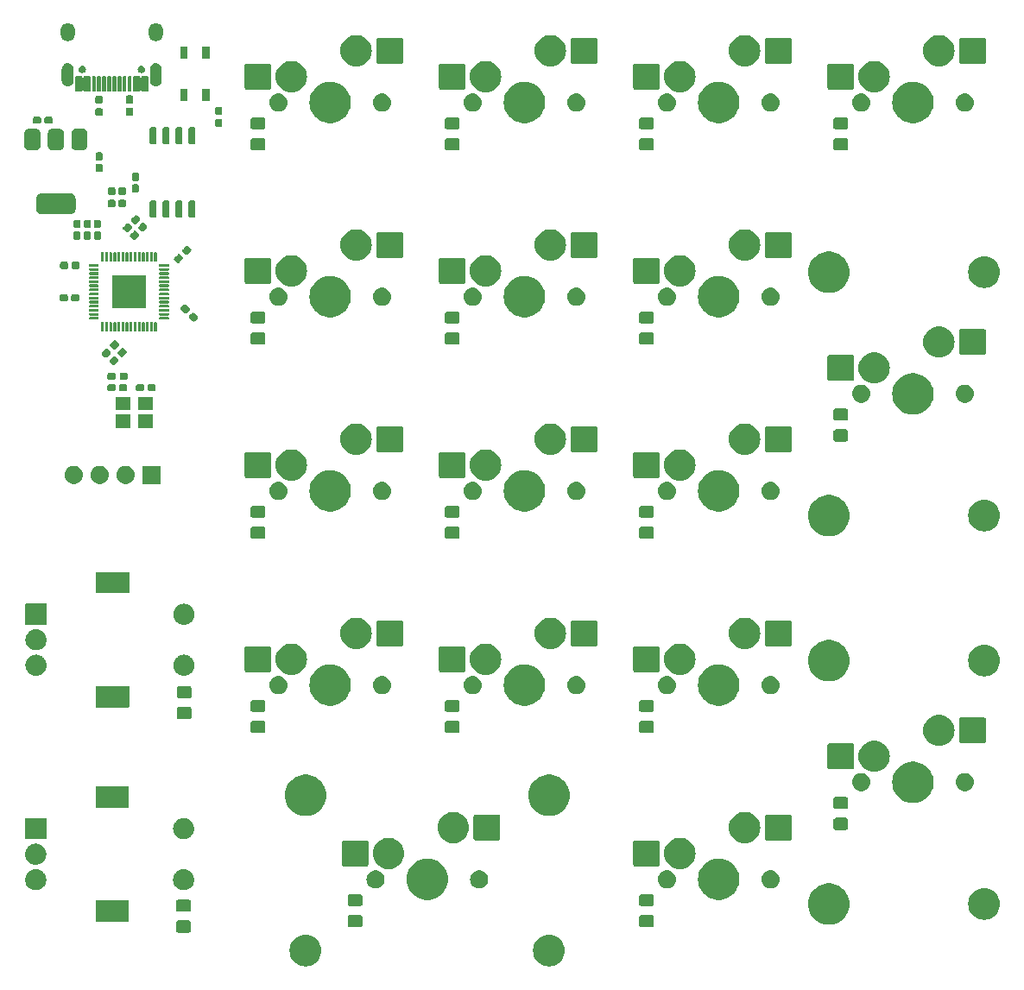
<source format=gbr>
%TF.GenerationSoftware,KiCad,Pcbnew,8.0.4*%
%TF.CreationDate,2024-08-20T22:26:35+10:00*%
%TF.ProjectId,banana17_main,62616e61-6e61-4313-975f-6d61696e2e6b,rev?*%
%TF.SameCoordinates,Original*%
%TF.FileFunction,Soldermask,Bot*%
%TF.FilePolarity,Negative*%
%FSLAX46Y46*%
G04 Gerber Fmt 4.6, Leading zero omitted, Abs format (unit mm)*
G04 Created by KiCad (PCBNEW 8.0.4) date 2024-08-20 22:26:35*
%MOMM*%
%LPD*%
G01*
G04 APERTURE LIST*
G04 APERTURE END LIST*
G36*
X124039351Y-145962231D02*
G01*
X124277685Y-146019450D01*
X124504133Y-146113248D01*
X124713121Y-146241315D01*
X124899501Y-146400499D01*
X125058685Y-146586879D01*
X125186752Y-146795867D01*
X125280550Y-147022315D01*
X125337769Y-147260649D01*
X125357000Y-147505000D01*
X125337769Y-147749351D01*
X125280550Y-147987685D01*
X125186752Y-148214133D01*
X125058685Y-148423121D01*
X124899501Y-148609501D01*
X124713121Y-148768685D01*
X124504133Y-148896752D01*
X124277685Y-148990550D01*
X124039351Y-149047769D01*
X123795000Y-149067000D01*
X123550649Y-149047769D01*
X123312315Y-148990550D01*
X123085867Y-148896752D01*
X122876879Y-148768685D01*
X122690499Y-148609501D01*
X122531315Y-148423121D01*
X122403248Y-148214133D01*
X122309450Y-147987685D01*
X122252231Y-147749351D01*
X122233000Y-147505000D01*
X122252231Y-147260649D01*
X122309450Y-147022315D01*
X122403248Y-146795867D01*
X122531315Y-146586879D01*
X122690499Y-146400499D01*
X122876879Y-146241315D01*
X123085867Y-146113248D01*
X123312315Y-146019450D01*
X123550649Y-145962231D01*
X123795000Y-145943000D01*
X124039351Y-145962231D01*
G37*
G36*
X147915351Y-145962231D02*
G01*
X148153685Y-146019450D01*
X148380133Y-146113248D01*
X148589121Y-146241315D01*
X148775501Y-146400499D01*
X148934685Y-146586879D01*
X149062752Y-146795867D01*
X149156550Y-147022315D01*
X149213769Y-147260649D01*
X149233000Y-147505000D01*
X149213769Y-147749351D01*
X149156550Y-147987685D01*
X149062752Y-148214133D01*
X148934685Y-148423121D01*
X148775501Y-148609501D01*
X148589121Y-148768685D01*
X148380133Y-148896752D01*
X148153685Y-148990550D01*
X147915351Y-149047769D01*
X147671000Y-149067000D01*
X147426649Y-149047769D01*
X147188315Y-148990550D01*
X146961867Y-148896752D01*
X146752879Y-148768685D01*
X146566499Y-148609501D01*
X146407315Y-148423121D01*
X146279248Y-148214133D01*
X146185450Y-147987685D01*
X146128231Y-147749351D01*
X146109000Y-147505000D01*
X146128231Y-147260649D01*
X146185450Y-147022315D01*
X146279248Y-146795867D01*
X146407315Y-146586879D01*
X146566499Y-146400499D01*
X146752879Y-146241315D01*
X146961867Y-146113248D01*
X147188315Y-146019450D01*
X147426649Y-145962231D01*
X147671000Y-145943000D01*
X147915351Y-145962231D01*
G37*
G36*
X112345938Y-144544650D02*
G01*
X112350653Y-144546732D01*
X112353326Y-144547084D01*
X112386770Y-144562679D01*
X112442759Y-144587401D01*
X112517599Y-144662241D01*
X112542330Y-144718251D01*
X112557915Y-144751673D01*
X112558266Y-144754343D01*
X112560350Y-144759062D01*
X112568000Y-144825000D01*
X112568000Y-145475000D01*
X112560350Y-145540938D01*
X112558266Y-145545656D01*
X112557915Y-145548326D01*
X112542338Y-145581730D01*
X112517599Y-145637759D01*
X112442759Y-145712599D01*
X112386730Y-145737338D01*
X112353326Y-145752915D01*
X112350656Y-145753266D01*
X112345938Y-145755350D01*
X112280000Y-145763000D01*
X111380000Y-145763000D01*
X111314062Y-145755350D01*
X111309343Y-145753266D01*
X111306673Y-145752915D01*
X111273251Y-145737330D01*
X111217241Y-145712599D01*
X111142401Y-145637759D01*
X111117679Y-145581770D01*
X111102084Y-145548326D01*
X111101732Y-145545653D01*
X111099650Y-145540938D01*
X111092000Y-145475000D01*
X111092000Y-144825000D01*
X111099650Y-144759062D01*
X111101732Y-144754346D01*
X111102084Y-144751673D01*
X111117687Y-144718210D01*
X111142401Y-144662241D01*
X111217241Y-144587401D01*
X111273210Y-144562687D01*
X111306673Y-144547084D01*
X111309346Y-144546732D01*
X111314062Y-144544650D01*
X111380000Y-144537000D01*
X112280000Y-144537000D01*
X112345938Y-144544650D01*
G37*
G36*
X129163938Y-143999650D02*
G01*
X129168653Y-144001732D01*
X129171326Y-144002084D01*
X129204770Y-144017679D01*
X129260759Y-144042401D01*
X129335599Y-144117241D01*
X129360330Y-144173251D01*
X129375915Y-144206673D01*
X129376266Y-144209343D01*
X129378350Y-144214062D01*
X129386000Y-144280000D01*
X129386000Y-144930000D01*
X129378350Y-144995938D01*
X129376266Y-145000656D01*
X129375915Y-145003326D01*
X129360338Y-145036730D01*
X129335599Y-145092759D01*
X129260759Y-145167599D01*
X129204730Y-145192338D01*
X129171326Y-145207915D01*
X129168656Y-145208266D01*
X129163938Y-145210350D01*
X129098000Y-145218000D01*
X128198000Y-145218000D01*
X128132062Y-145210350D01*
X128127343Y-145208266D01*
X128124673Y-145207915D01*
X128091251Y-145192330D01*
X128035241Y-145167599D01*
X127960401Y-145092759D01*
X127935679Y-145036770D01*
X127920084Y-145003326D01*
X127919732Y-145000653D01*
X127917650Y-144995938D01*
X127910000Y-144930000D01*
X127910000Y-144280000D01*
X127917650Y-144214062D01*
X127919732Y-144209346D01*
X127920084Y-144206673D01*
X127935687Y-144173210D01*
X127960401Y-144117241D01*
X128035241Y-144042401D01*
X128091210Y-144017687D01*
X128124673Y-144002084D01*
X128127346Y-144001732D01*
X128132062Y-143999650D01*
X128198000Y-143992000D01*
X129098000Y-143992000D01*
X129163938Y-143999650D01*
G37*
G36*
X157738938Y-143999650D02*
G01*
X157743653Y-144001732D01*
X157746326Y-144002084D01*
X157779770Y-144017679D01*
X157835759Y-144042401D01*
X157910599Y-144117241D01*
X157935330Y-144173251D01*
X157950915Y-144206673D01*
X157951266Y-144209343D01*
X157953350Y-144214062D01*
X157961000Y-144280000D01*
X157961000Y-144930000D01*
X157953350Y-144995938D01*
X157951266Y-145000656D01*
X157950915Y-145003326D01*
X157935338Y-145036730D01*
X157910599Y-145092759D01*
X157835759Y-145167599D01*
X157779730Y-145192338D01*
X157746326Y-145207915D01*
X157743656Y-145208266D01*
X157738938Y-145210350D01*
X157673000Y-145218000D01*
X156773000Y-145218000D01*
X156707062Y-145210350D01*
X156702343Y-145208266D01*
X156699673Y-145207915D01*
X156666251Y-145192330D01*
X156610241Y-145167599D01*
X156535401Y-145092759D01*
X156510679Y-145036770D01*
X156495084Y-145003326D01*
X156494732Y-145000653D01*
X156492650Y-144995938D01*
X156485000Y-144930000D01*
X156485000Y-144280000D01*
X156492650Y-144214062D01*
X156494732Y-144209346D01*
X156495084Y-144206673D01*
X156510687Y-144173210D01*
X156535401Y-144117241D01*
X156610241Y-144042401D01*
X156666210Y-144017687D01*
X156699673Y-144002084D01*
X156702346Y-144001732D01*
X156707062Y-143999650D01*
X156773000Y-143992000D01*
X157673000Y-143992000D01*
X157738938Y-143999650D01*
G37*
G36*
X175516402Y-140943599D02*
G01*
X175783442Y-141018420D01*
X176037806Y-141128906D01*
X176274757Y-141272999D01*
X176489880Y-141448014D01*
X176679168Y-141650692D01*
X176839095Y-141877257D01*
X176966682Y-142123489D01*
X177059552Y-142384800D01*
X177115975Y-142656323D01*
X177134900Y-142933000D01*
X177115975Y-143209677D01*
X177059552Y-143481200D01*
X176966682Y-143742511D01*
X176839095Y-143988743D01*
X176679168Y-144215308D01*
X176489880Y-144417986D01*
X176274757Y-144593001D01*
X176037806Y-144737094D01*
X175783442Y-144847580D01*
X175516402Y-144922401D01*
X175241662Y-144960163D01*
X174964338Y-144960163D01*
X174689598Y-144922401D01*
X174422558Y-144847580D01*
X174168194Y-144737094D01*
X173931243Y-144593001D01*
X173716120Y-144417986D01*
X173526832Y-144215308D01*
X173366905Y-143988743D01*
X173239318Y-143742511D01*
X173146448Y-143481200D01*
X173090025Y-143209677D01*
X173071100Y-142933000D01*
X173090025Y-142656323D01*
X173146448Y-142384800D01*
X173239318Y-142123489D01*
X173366905Y-141877257D01*
X173526832Y-141650692D01*
X173716120Y-141448014D01*
X173931243Y-141272999D01*
X174168194Y-141128906D01*
X174422558Y-141018420D01*
X174689598Y-140943599D01*
X174964338Y-140905837D01*
X175241662Y-140905837D01*
X175516402Y-140943599D01*
G37*
G36*
X106444542Y-142614893D02*
G01*
X106456870Y-142623130D01*
X106465107Y-142635458D01*
X106468000Y-142650000D01*
X106468000Y-144650000D01*
X106465107Y-144664542D01*
X106456870Y-144676870D01*
X106444542Y-144685107D01*
X106430000Y-144688000D01*
X103230000Y-144688000D01*
X103215458Y-144685107D01*
X103203130Y-144676870D01*
X103194893Y-144664542D01*
X103192000Y-144650000D01*
X103192000Y-142650000D01*
X103194893Y-142635458D01*
X103203130Y-142623130D01*
X103215458Y-142614893D01*
X103230000Y-142612000D01*
X106430000Y-142612000D01*
X106444542Y-142614893D01*
G37*
G36*
X190587351Y-141390231D02*
G01*
X190825685Y-141447450D01*
X191052133Y-141541248D01*
X191261121Y-141669315D01*
X191447501Y-141828499D01*
X191606685Y-142014879D01*
X191734752Y-142223867D01*
X191828550Y-142450315D01*
X191885769Y-142688649D01*
X191905000Y-142933000D01*
X191885769Y-143177351D01*
X191828550Y-143415685D01*
X191734752Y-143642133D01*
X191606685Y-143851121D01*
X191447501Y-144037501D01*
X191261121Y-144196685D01*
X191052133Y-144324752D01*
X190825685Y-144418550D01*
X190587351Y-144475769D01*
X190343000Y-144495000D01*
X190098649Y-144475769D01*
X189860315Y-144418550D01*
X189633867Y-144324752D01*
X189424879Y-144196685D01*
X189238499Y-144037501D01*
X189079315Y-143851121D01*
X188951248Y-143642133D01*
X188857450Y-143415685D01*
X188800231Y-143177351D01*
X188781000Y-142933000D01*
X188800231Y-142688649D01*
X188857450Y-142450315D01*
X188951248Y-142223867D01*
X189079315Y-142014879D01*
X189238499Y-141828499D01*
X189424879Y-141669315D01*
X189633867Y-141541248D01*
X189860315Y-141447450D01*
X190098649Y-141390231D01*
X190343000Y-141371000D01*
X190587351Y-141390231D01*
G37*
G36*
X112345938Y-142494650D02*
G01*
X112350653Y-142496732D01*
X112353326Y-142497084D01*
X112386770Y-142512679D01*
X112442759Y-142537401D01*
X112517599Y-142612241D01*
X112542330Y-142668251D01*
X112557915Y-142701673D01*
X112558266Y-142704343D01*
X112560350Y-142709062D01*
X112568000Y-142775000D01*
X112568000Y-143425000D01*
X112560350Y-143490938D01*
X112558266Y-143495656D01*
X112557915Y-143498326D01*
X112542338Y-143531730D01*
X112517599Y-143587759D01*
X112442759Y-143662599D01*
X112386730Y-143687338D01*
X112353326Y-143702915D01*
X112350656Y-143703266D01*
X112345938Y-143705350D01*
X112280000Y-143713000D01*
X111380000Y-143713000D01*
X111314062Y-143705350D01*
X111309343Y-143703266D01*
X111306673Y-143702915D01*
X111273251Y-143687330D01*
X111217241Y-143662599D01*
X111142401Y-143587759D01*
X111117679Y-143531770D01*
X111102084Y-143498326D01*
X111101732Y-143495653D01*
X111099650Y-143490938D01*
X111092000Y-143425000D01*
X111092000Y-142775000D01*
X111099650Y-142709062D01*
X111101732Y-142704346D01*
X111102084Y-142701673D01*
X111117687Y-142668210D01*
X111142401Y-142612241D01*
X111217241Y-142537401D01*
X111273210Y-142512687D01*
X111306673Y-142497084D01*
X111309346Y-142496732D01*
X111314062Y-142494650D01*
X111380000Y-142487000D01*
X112280000Y-142487000D01*
X112345938Y-142494650D01*
G37*
G36*
X129163938Y-141949650D02*
G01*
X129168653Y-141951732D01*
X129171326Y-141952084D01*
X129204770Y-141967679D01*
X129260759Y-141992401D01*
X129335599Y-142067241D01*
X129360330Y-142123251D01*
X129375915Y-142156673D01*
X129376266Y-142159343D01*
X129378350Y-142164062D01*
X129386000Y-142230000D01*
X129386000Y-142880000D01*
X129378350Y-142945938D01*
X129376266Y-142950656D01*
X129375915Y-142953326D01*
X129360338Y-142986730D01*
X129335599Y-143042759D01*
X129260759Y-143117599D01*
X129204730Y-143142338D01*
X129171326Y-143157915D01*
X129168656Y-143158266D01*
X129163938Y-143160350D01*
X129098000Y-143168000D01*
X128198000Y-143168000D01*
X128132062Y-143160350D01*
X128127343Y-143158266D01*
X128124673Y-143157915D01*
X128091251Y-143142330D01*
X128035241Y-143117599D01*
X127960401Y-143042759D01*
X127935679Y-142986770D01*
X127920084Y-142953326D01*
X127919732Y-142950653D01*
X127917650Y-142945938D01*
X127910000Y-142880000D01*
X127910000Y-142230000D01*
X127917650Y-142164062D01*
X127919732Y-142159346D01*
X127920084Y-142156673D01*
X127935687Y-142123210D01*
X127960401Y-142067241D01*
X128035241Y-141992401D01*
X128091210Y-141967687D01*
X128124673Y-141952084D01*
X128127346Y-141951732D01*
X128132062Y-141949650D01*
X128198000Y-141942000D01*
X129098000Y-141942000D01*
X129163938Y-141949650D01*
G37*
G36*
X157738938Y-141949650D02*
G01*
X157743653Y-141951732D01*
X157746326Y-141952084D01*
X157779770Y-141967679D01*
X157835759Y-141992401D01*
X157910599Y-142067241D01*
X157935330Y-142123251D01*
X157950915Y-142156673D01*
X157951266Y-142159343D01*
X157953350Y-142164062D01*
X157961000Y-142230000D01*
X157961000Y-142880000D01*
X157953350Y-142945938D01*
X157951266Y-142950656D01*
X157950915Y-142953326D01*
X157935338Y-142986730D01*
X157910599Y-143042759D01*
X157835759Y-143117599D01*
X157779730Y-143142338D01*
X157746326Y-143157915D01*
X157743656Y-143158266D01*
X157738938Y-143160350D01*
X157673000Y-143168000D01*
X156773000Y-143168000D01*
X156707062Y-143160350D01*
X156702343Y-143158266D01*
X156699673Y-143157915D01*
X156666251Y-143142330D01*
X156610241Y-143117599D01*
X156535401Y-143042759D01*
X156510679Y-142986770D01*
X156495084Y-142953326D01*
X156494732Y-142950653D01*
X156492650Y-142945938D01*
X156485000Y-142880000D01*
X156485000Y-142230000D01*
X156492650Y-142164062D01*
X156494732Y-142159346D01*
X156495084Y-142156673D01*
X156510687Y-142123210D01*
X156535401Y-142067241D01*
X156610241Y-141992401D01*
X156666210Y-141967687D01*
X156699673Y-141952084D01*
X156702346Y-141951732D01*
X156707062Y-141949650D01*
X156773000Y-141942000D01*
X157673000Y-141942000D01*
X157738938Y-141949650D01*
G37*
G36*
X136146402Y-138530599D02*
G01*
X136413442Y-138605420D01*
X136667806Y-138715906D01*
X136904757Y-138859999D01*
X137119880Y-139035014D01*
X137309168Y-139237692D01*
X137469095Y-139464257D01*
X137596682Y-139710489D01*
X137689552Y-139971800D01*
X137745975Y-140243323D01*
X137764900Y-140520000D01*
X137745975Y-140796677D01*
X137689552Y-141068200D01*
X137596682Y-141329511D01*
X137469095Y-141575743D01*
X137309168Y-141802308D01*
X137119880Y-142004986D01*
X136904757Y-142180001D01*
X136667806Y-142324094D01*
X136413442Y-142434580D01*
X136146402Y-142509401D01*
X135871662Y-142547163D01*
X135594338Y-142547163D01*
X135319598Y-142509401D01*
X135052558Y-142434580D01*
X134798194Y-142324094D01*
X134561243Y-142180001D01*
X134346120Y-142004986D01*
X134156832Y-141802308D01*
X133996905Y-141575743D01*
X133869318Y-141329511D01*
X133776448Y-141068200D01*
X133720025Y-140796677D01*
X133701100Y-140520000D01*
X133720025Y-140243323D01*
X133776448Y-139971800D01*
X133869318Y-139710489D01*
X133996905Y-139464257D01*
X134156832Y-139237692D01*
X134346120Y-139035014D01*
X134561243Y-138859999D01*
X134798194Y-138715906D01*
X135052558Y-138605420D01*
X135319598Y-138530599D01*
X135594338Y-138492837D01*
X135871662Y-138492837D01*
X136146402Y-138530599D01*
G37*
G36*
X164721402Y-138530599D02*
G01*
X164988442Y-138605420D01*
X165242806Y-138715906D01*
X165479757Y-138859999D01*
X165694880Y-139035014D01*
X165884168Y-139237692D01*
X166044095Y-139464257D01*
X166171682Y-139710489D01*
X166264552Y-139971800D01*
X166320975Y-140243323D01*
X166339900Y-140520000D01*
X166320975Y-140796677D01*
X166264552Y-141068200D01*
X166171682Y-141329511D01*
X166044095Y-141575743D01*
X165884168Y-141802308D01*
X165694880Y-142004986D01*
X165479757Y-142180001D01*
X165242806Y-142324094D01*
X164988442Y-142434580D01*
X164721402Y-142509401D01*
X164446662Y-142547163D01*
X164169338Y-142547163D01*
X163894598Y-142509401D01*
X163627558Y-142434580D01*
X163373194Y-142324094D01*
X163136243Y-142180001D01*
X162921120Y-142004986D01*
X162731832Y-141802308D01*
X162571905Y-141575743D01*
X162444318Y-141329511D01*
X162351448Y-141068200D01*
X162295025Y-140796677D01*
X162276100Y-140520000D01*
X162295025Y-140243323D01*
X162351448Y-139971800D01*
X162444318Y-139710489D01*
X162571905Y-139464257D01*
X162731832Y-139237692D01*
X162921120Y-139035014D01*
X163136243Y-138859999D01*
X163373194Y-138715906D01*
X163627558Y-138605420D01*
X163894598Y-138530599D01*
X164169338Y-138492837D01*
X164446662Y-138492837D01*
X164721402Y-138530599D01*
G37*
G36*
X97377121Y-139516641D02*
G01*
X97425753Y-139516641D01*
X97479911Y-139526765D01*
X97532504Y-139531945D01*
X97572459Y-139544065D01*
X97614002Y-139551831D01*
X97671540Y-139574121D01*
X97727225Y-139591013D01*
X97759039Y-139608018D01*
X97792583Y-139621013D01*
X97850867Y-139657101D01*
X97906682Y-139686935D01*
X97930133Y-139706181D01*
X97955404Y-139721828D01*
X98011391Y-139772867D01*
X98063977Y-139816023D01*
X98079561Y-139835012D01*
X98096933Y-139850849D01*
X98147369Y-139917637D01*
X98193065Y-139973318D01*
X98201900Y-139989848D01*
X98212342Y-140003675D01*
X98253887Y-140087108D01*
X98288987Y-140152775D01*
X98292729Y-140165113D01*
X98297707Y-140175109D01*
X98327109Y-140278446D01*
X98348055Y-140347496D01*
X98348743Y-140354482D01*
X98350115Y-140359304D01*
X98364368Y-140513130D01*
X98368000Y-140550000D01*
X98364368Y-140586872D01*
X98350115Y-140740695D01*
X98348743Y-140745516D01*
X98348055Y-140752504D01*
X98327104Y-140821568D01*
X98297707Y-140924890D01*
X98292730Y-140934883D01*
X98288987Y-140947225D01*
X98253880Y-141012905D01*
X98212342Y-141096324D01*
X98201902Y-141110147D01*
X98193065Y-141126682D01*
X98147359Y-141182374D01*
X98096933Y-141249150D01*
X98079564Y-141264983D01*
X98063977Y-141283977D01*
X98011380Y-141327141D01*
X97955404Y-141378171D01*
X97930138Y-141393814D01*
X97906682Y-141413065D01*
X97850856Y-141442904D01*
X97792583Y-141478986D01*
X97759046Y-141491977D01*
X97727225Y-141508987D01*
X97671528Y-141525882D01*
X97614002Y-141548168D01*
X97572465Y-141555932D01*
X97532504Y-141568055D01*
X97479908Y-141573235D01*
X97425753Y-141583359D01*
X97377121Y-141583359D01*
X97330000Y-141588000D01*
X97282879Y-141583359D01*
X97234247Y-141583359D01*
X97180090Y-141573235D01*
X97127496Y-141568055D01*
X97087535Y-141555933D01*
X97045997Y-141548168D01*
X96988467Y-141525881D01*
X96932775Y-141508987D01*
X96900955Y-141491979D01*
X96867416Y-141478986D01*
X96809136Y-141442900D01*
X96753318Y-141413065D01*
X96729864Y-141393817D01*
X96704595Y-141378171D01*
X96648609Y-141327133D01*
X96596023Y-141283977D01*
X96580438Y-141264987D01*
X96563066Y-141249150D01*
X96512627Y-141182359D01*
X96466935Y-141126682D01*
X96458099Y-141110152D01*
X96447657Y-141096324D01*
X96406105Y-141012877D01*
X96371013Y-140947225D01*
X96367270Y-140934888D01*
X96362292Y-140924890D01*
X96332879Y-140821515D01*
X96311945Y-140752504D01*
X96311257Y-140745521D01*
X96309884Y-140740695D01*
X96295614Y-140586701D01*
X96292000Y-140550000D01*
X96295614Y-140513301D01*
X96309884Y-140359304D01*
X96311257Y-140354476D01*
X96311945Y-140347496D01*
X96332874Y-140278499D01*
X96362292Y-140175109D01*
X96367271Y-140165108D01*
X96371013Y-140152775D01*
X96406097Y-140087135D01*
X96447657Y-140003675D01*
X96458101Y-139989844D01*
X96466935Y-139973318D01*
X96512618Y-139917652D01*
X96563066Y-139850849D01*
X96580441Y-139835008D01*
X96596023Y-139816023D01*
X96648598Y-139772875D01*
X96704595Y-139721828D01*
X96729869Y-139706178D01*
X96753318Y-139686935D01*
X96809124Y-139657105D01*
X96867416Y-139621013D01*
X96900962Y-139608017D01*
X96932775Y-139591013D01*
X96988455Y-139574122D01*
X97045997Y-139551831D01*
X97087542Y-139544064D01*
X97127496Y-139531945D01*
X97180087Y-139526765D01*
X97234247Y-139516641D01*
X97282879Y-139516641D01*
X97330000Y-139512000D01*
X97377121Y-139516641D01*
G37*
G36*
X111877121Y-139516641D02*
G01*
X111925753Y-139516641D01*
X111979911Y-139526765D01*
X112032504Y-139531945D01*
X112072459Y-139544065D01*
X112114002Y-139551831D01*
X112171540Y-139574121D01*
X112227225Y-139591013D01*
X112259039Y-139608018D01*
X112292583Y-139621013D01*
X112350867Y-139657101D01*
X112406682Y-139686935D01*
X112430133Y-139706181D01*
X112455404Y-139721828D01*
X112511391Y-139772867D01*
X112563977Y-139816023D01*
X112579561Y-139835012D01*
X112596933Y-139850849D01*
X112647369Y-139917637D01*
X112693065Y-139973318D01*
X112701900Y-139989848D01*
X112712342Y-140003675D01*
X112753887Y-140087108D01*
X112788987Y-140152775D01*
X112792729Y-140165113D01*
X112797707Y-140175109D01*
X112827109Y-140278446D01*
X112848055Y-140347496D01*
X112848743Y-140354482D01*
X112850115Y-140359304D01*
X112864368Y-140513130D01*
X112868000Y-140550000D01*
X112864368Y-140586872D01*
X112850115Y-140740695D01*
X112848743Y-140745516D01*
X112848055Y-140752504D01*
X112827104Y-140821568D01*
X112797707Y-140924890D01*
X112792730Y-140934883D01*
X112788987Y-140947225D01*
X112753880Y-141012905D01*
X112712342Y-141096324D01*
X112701902Y-141110147D01*
X112693065Y-141126682D01*
X112647359Y-141182374D01*
X112596933Y-141249150D01*
X112579564Y-141264983D01*
X112563977Y-141283977D01*
X112511380Y-141327141D01*
X112455404Y-141378171D01*
X112430138Y-141393814D01*
X112406682Y-141413065D01*
X112350856Y-141442904D01*
X112292583Y-141478986D01*
X112259046Y-141491977D01*
X112227225Y-141508987D01*
X112171528Y-141525882D01*
X112114002Y-141548168D01*
X112072465Y-141555932D01*
X112032504Y-141568055D01*
X111979908Y-141573235D01*
X111925753Y-141583359D01*
X111877121Y-141583359D01*
X111830000Y-141588000D01*
X111782879Y-141583359D01*
X111734247Y-141583359D01*
X111680090Y-141573235D01*
X111627496Y-141568055D01*
X111587535Y-141555933D01*
X111545997Y-141548168D01*
X111488467Y-141525881D01*
X111432775Y-141508987D01*
X111400955Y-141491979D01*
X111367416Y-141478986D01*
X111309136Y-141442900D01*
X111253318Y-141413065D01*
X111229864Y-141393817D01*
X111204595Y-141378171D01*
X111148609Y-141327133D01*
X111096023Y-141283977D01*
X111080438Y-141264987D01*
X111063066Y-141249150D01*
X111012627Y-141182359D01*
X110966935Y-141126682D01*
X110958099Y-141110152D01*
X110947657Y-141096324D01*
X110906105Y-141012877D01*
X110871013Y-140947225D01*
X110867270Y-140934888D01*
X110862292Y-140924890D01*
X110832879Y-140821515D01*
X110811945Y-140752504D01*
X110811257Y-140745521D01*
X110809884Y-140740695D01*
X110795614Y-140586701D01*
X110792000Y-140550000D01*
X110795614Y-140513301D01*
X110809884Y-140359304D01*
X110811257Y-140354476D01*
X110811945Y-140347496D01*
X110832874Y-140278499D01*
X110862292Y-140175109D01*
X110867271Y-140165108D01*
X110871013Y-140152775D01*
X110906097Y-140087135D01*
X110947657Y-140003675D01*
X110958101Y-139989844D01*
X110966935Y-139973318D01*
X111012618Y-139917652D01*
X111063066Y-139850849D01*
X111080441Y-139835008D01*
X111096023Y-139816023D01*
X111148598Y-139772875D01*
X111204595Y-139721828D01*
X111229869Y-139706178D01*
X111253318Y-139686935D01*
X111309124Y-139657105D01*
X111367416Y-139621013D01*
X111400962Y-139608017D01*
X111432775Y-139591013D01*
X111488455Y-139574122D01*
X111545997Y-139551831D01*
X111587542Y-139544064D01*
X111627496Y-139531945D01*
X111680087Y-139526765D01*
X111734247Y-139516641D01*
X111782879Y-139516641D01*
X111830000Y-139512000D01*
X111877121Y-139516641D01*
G37*
G36*
X130927685Y-139674606D02*
G01*
X131097450Y-139750190D01*
X131247790Y-139859419D01*
X131372135Y-139997518D01*
X131465051Y-140158452D01*
X131522475Y-140335187D01*
X131541900Y-140520000D01*
X131522475Y-140704813D01*
X131465051Y-140881548D01*
X131372135Y-141042482D01*
X131247790Y-141180581D01*
X131097450Y-141289810D01*
X130927685Y-141365394D01*
X130745915Y-141404031D01*
X130560085Y-141404031D01*
X130378315Y-141365394D01*
X130208550Y-141289810D01*
X130058210Y-141180581D01*
X129933865Y-141042482D01*
X129840949Y-140881548D01*
X129783525Y-140704813D01*
X129764100Y-140520000D01*
X129783525Y-140335187D01*
X129840949Y-140158452D01*
X129933865Y-139997518D01*
X130058210Y-139859419D01*
X130208550Y-139750190D01*
X130378315Y-139674606D01*
X130560085Y-139635969D01*
X130745915Y-139635969D01*
X130927685Y-139674606D01*
G37*
G36*
X141087685Y-139674606D02*
G01*
X141257450Y-139750190D01*
X141407790Y-139859419D01*
X141532135Y-139997518D01*
X141625051Y-140158452D01*
X141682475Y-140335187D01*
X141701900Y-140520000D01*
X141682475Y-140704813D01*
X141625051Y-140881548D01*
X141532135Y-141042482D01*
X141407790Y-141180581D01*
X141257450Y-141289810D01*
X141087685Y-141365394D01*
X140905915Y-141404031D01*
X140720085Y-141404031D01*
X140538315Y-141365394D01*
X140368550Y-141289810D01*
X140218210Y-141180581D01*
X140093865Y-141042482D01*
X140000949Y-140881548D01*
X139943525Y-140704813D01*
X139924100Y-140520000D01*
X139943525Y-140335187D01*
X140000949Y-140158452D01*
X140093865Y-139997518D01*
X140218210Y-139859419D01*
X140368550Y-139750190D01*
X140538315Y-139674606D01*
X140720085Y-139635969D01*
X140905915Y-139635969D01*
X141087685Y-139674606D01*
G37*
G36*
X159502685Y-139674606D02*
G01*
X159672450Y-139750190D01*
X159822790Y-139859419D01*
X159947135Y-139997518D01*
X160040051Y-140158452D01*
X160097475Y-140335187D01*
X160116900Y-140520000D01*
X160097475Y-140704813D01*
X160040051Y-140881548D01*
X159947135Y-141042482D01*
X159822790Y-141180581D01*
X159672450Y-141289810D01*
X159502685Y-141365394D01*
X159320915Y-141404031D01*
X159135085Y-141404031D01*
X158953315Y-141365394D01*
X158783550Y-141289810D01*
X158633210Y-141180581D01*
X158508865Y-141042482D01*
X158415949Y-140881548D01*
X158358525Y-140704813D01*
X158339100Y-140520000D01*
X158358525Y-140335187D01*
X158415949Y-140158452D01*
X158508865Y-139997518D01*
X158633210Y-139859419D01*
X158783550Y-139750190D01*
X158953315Y-139674606D01*
X159135085Y-139635969D01*
X159320915Y-139635969D01*
X159502685Y-139674606D01*
G37*
G36*
X169662685Y-139674606D02*
G01*
X169832450Y-139750190D01*
X169982790Y-139859419D01*
X170107135Y-139997518D01*
X170200051Y-140158452D01*
X170257475Y-140335187D01*
X170276900Y-140520000D01*
X170257475Y-140704813D01*
X170200051Y-140881548D01*
X170107135Y-141042482D01*
X169982790Y-141180581D01*
X169832450Y-141289810D01*
X169662685Y-141365394D01*
X169480915Y-141404031D01*
X169295085Y-141404031D01*
X169113315Y-141365394D01*
X168943550Y-141289810D01*
X168793210Y-141180581D01*
X168668865Y-141042482D01*
X168575949Y-140881548D01*
X168518525Y-140704813D01*
X168499100Y-140520000D01*
X168518525Y-140335187D01*
X168575949Y-140158452D01*
X168668865Y-139997518D01*
X168793210Y-139859419D01*
X168943550Y-139750190D01*
X169113315Y-139674606D01*
X169295085Y-139635969D01*
X169480915Y-139635969D01*
X169662685Y-139674606D01*
G37*
G36*
X132163596Y-136460935D02*
G01*
X132398268Y-136517275D01*
X132621237Y-136609632D01*
X132827014Y-136735732D01*
X133010530Y-136892470D01*
X133167268Y-137075986D01*
X133293368Y-137281763D01*
X133385725Y-137504732D01*
X133442065Y-137739404D01*
X133461000Y-137980000D01*
X133442065Y-138220596D01*
X133385725Y-138455268D01*
X133293368Y-138678237D01*
X133167268Y-138884014D01*
X133010530Y-139067530D01*
X132827014Y-139224268D01*
X132621237Y-139350368D01*
X132398268Y-139442725D01*
X132163596Y-139499065D01*
X131923000Y-139518000D01*
X131682404Y-139499065D01*
X131447732Y-139442725D01*
X131224763Y-139350368D01*
X131018986Y-139224268D01*
X130835470Y-139067530D01*
X130678732Y-138884014D01*
X130552632Y-138678237D01*
X130460275Y-138455268D01*
X130403935Y-138220596D01*
X130385000Y-137980000D01*
X130403935Y-137739404D01*
X130460275Y-137504732D01*
X130552632Y-137281763D01*
X130678732Y-137075986D01*
X130835470Y-136892470D01*
X131018986Y-136735732D01*
X131224763Y-136609632D01*
X131447732Y-136517275D01*
X131682404Y-136460935D01*
X131923000Y-136442000D01*
X132163596Y-136460935D01*
G37*
G36*
X160738596Y-136460935D02*
G01*
X160973268Y-136517275D01*
X161196237Y-136609632D01*
X161402014Y-136735732D01*
X161585530Y-136892470D01*
X161742268Y-137075986D01*
X161868368Y-137281763D01*
X161960725Y-137504732D01*
X162017065Y-137739404D01*
X162036000Y-137980000D01*
X162017065Y-138220596D01*
X161960725Y-138455268D01*
X161868368Y-138678237D01*
X161742268Y-138884014D01*
X161585530Y-139067530D01*
X161402014Y-139224268D01*
X161196237Y-139350368D01*
X160973268Y-139442725D01*
X160738596Y-139499065D01*
X160498000Y-139518000D01*
X160257404Y-139499065D01*
X160022732Y-139442725D01*
X159799763Y-139350368D01*
X159593986Y-139224268D01*
X159410470Y-139067530D01*
X159253732Y-138884014D01*
X159127632Y-138678237D01*
X159035275Y-138455268D01*
X158978935Y-138220596D01*
X158960000Y-137980000D01*
X158978935Y-137739404D01*
X159035275Y-137504732D01*
X159127632Y-137281763D01*
X159253732Y-137075986D01*
X159410470Y-136892470D01*
X159593986Y-136735732D01*
X159799763Y-136609632D01*
X160022732Y-136517275D01*
X160257404Y-136460935D01*
X160498000Y-136442000D01*
X160738596Y-136460935D01*
G37*
G36*
X129727047Y-136692805D02*
G01*
X129775661Y-136698445D01*
X129792271Y-136705779D01*
X129814079Y-136710117D01*
X129837425Y-136725716D01*
X129857012Y-136734365D01*
X129870390Y-136747743D01*
X129891291Y-136761709D01*
X129905256Y-136782609D01*
X129918634Y-136795987D01*
X129927281Y-136815572D01*
X129942883Y-136838921D01*
X129947221Y-136860731D01*
X129954554Y-136877338D01*
X129960192Y-136925942D01*
X129961000Y-136930000D01*
X129961000Y-139030000D01*
X129960192Y-139034059D01*
X129954554Y-139082661D01*
X129947221Y-139099266D01*
X129942883Y-139121079D01*
X129927280Y-139144429D01*
X129918634Y-139164012D01*
X129905258Y-139177387D01*
X129891291Y-139198291D01*
X129870387Y-139212258D01*
X129857012Y-139225634D01*
X129837429Y-139234280D01*
X129814079Y-139249883D01*
X129792266Y-139254221D01*
X129775661Y-139261554D01*
X129727059Y-139267192D01*
X129723000Y-139268000D01*
X127573000Y-139268000D01*
X127568942Y-139267192D01*
X127520338Y-139261554D01*
X127503731Y-139254221D01*
X127481921Y-139249883D01*
X127458572Y-139234281D01*
X127438987Y-139225634D01*
X127425609Y-139212256D01*
X127404709Y-139198291D01*
X127390743Y-139177390D01*
X127377365Y-139164012D01*
X127368716Y-139144425D01*
X127353117Y-139121079D01*
X127348779Y-139099271D01*
X127341445Y-139082661D01*
X127335805Y-139034047D01*
X127335000Y-139030000D01*
X127335000Y-136930000D01*
X127335804Y-136925954D01*
X127341445Y-136877338D01*
X127348779Y-136860727D01*
X127353117Y-136838921D01*
X127368715Y-136815576D01*
X127377365Y-136795987D01*
X127390745Y-136782606D01*
X127404709Y-136761709D01*
X127425606Y-136747745D01*
X127438987Y-136734365D01*
X127458576Y-136725715D01*
X127481921Y-136710117D01*
X127503727Y-136705779D01*
X127520338Y-136698445D01*
X127568954Y-136692804D01*
X127573000Y-136692000D01*
X129723000Y-136692000D01*
X129727047Y-136692805D01*
G37*
G36*
X158302047Y-136692805D02*
G01*
X158350661Y-136698445D01*
X158367271Y-136705779D01*
X158389079Y-136710117D01*
X158412425Y-136725716D01*
X158432012Y-136734365D01*
X158445390Y-136747743D01*
X158466291Y-136761709D01*
X158480256Y-136782609D01*
X158493634Y-136795987D01*
X158502281Y-136815572D01*
X158517883Y-136838921D01*
X158522221Y-136860731D01*
X158529554Y-136877338D01*
X158535192Y-136925942D01*
X158536000Y-136930000D01*
X158536000Y-139030000D01*
X158535192Y-139034059D01*
X158529554Y-139082661D01*
X158522221Y-139099266D01*
X158517883Y-139121079D01*
X158502280Y-139144429D01*
X158493634Y-139164012D01*
X158480258Y-139177387D01*
X158466291Y-139198291D01*
X158445387Y-139212258D01*
X158432012Y-139225634D01*
X158412429Y-139234280D01*
X158389079Y-139249883D01*
X158367266Y-139254221D01*
X158350661Y-139261554D01*
X158302059Y-139267192D01*
X158298000Y-139268000D01*
X156148000Y-139268000D01*
X156143942Y-139267192D01*
X156095338Y-139261554D01*
X156078731Y-139254221D01*
X156056921Y-139249883D01*
X156033572Y-139234281D01*
X156013987Y-139225634D01*
X156000609Y-139212256D01*
X155979709Y-139198291D01*
X155965743Y-139177390D01*
X155952365Y-139164012D01*
X155943716Y-139144425D01*
X155928117Y-139121079D01*
X155923779Y-139099271D01*
X155916445Y-139082661D01*
X155910805Y-139034047D01*
X155910000Y-139030000D01*
X155910000Y-136930000D01*
X155910804Y-136925954D01*
X155916445Y-136877338D01*
X155923779Y-136860727D01*
X155928117Y-136838921D01*
X155943715Y-136815576D01*
X155952365Y-136795987D01*
X155965745Y-136782606D01*
X155979709Y-136761709D01*
X156000606Y-136747745D01*
X156013987Y-136734365D01*
X156033576Y-136725715D01*
X156056921Y-136710117D01*
X156078727Y-136705779D01*
X156095338Y-136698445D01*
X156143954Y-136692804D01*
X156148000Y-136692000D01*
X158298000Y-136692000D01*
X158302047Y-136692805D01*
G37*
G36*
X97377121Y-137016641D02*
G01*
X97425753Y-137016641D01*
X97479911Y-137026765D01*
X97532504Y-137031945D01*
X97572459Y-137044065D01*
X97614002Y-137051831D01*
X97671540Y-137074121D01*
X97727225Y-137091013D01*
X97759039Y-137108018D01*
X97792583Y-137121013D01*
X97850867Y-137157101D01*
X97906682Y-137186935D01*
X97930133Y-137206181D01*
X97955404Y-137221828D01*
X98011391Y-137272867D01*
X98063977Y-137316023D01*
X98079561Y-137335012D01*
X98096933Y-137350849D01*
X98147369Y-137417637D01*
X98193065Y-137473318D01*
X98201900Y-137489848D01*
X98212342Y-137503675D01*
X98253887Y-137587108D01*
X98288987Y-137652775D01*
X98292729Y-137665113D01*
X98297707Y-137675109D01*
X98327109Y-137778446D01*
X98348055Y-137847496D01*
X98348743Y-137854482D01*
X98350115Y-137859304D01*
X98364368Y-138013130D01*
X98368000Y-138050000D01*
X98364368Y-138086872D01*
X98350115Y-138240695D01*
X98348743Y-138245516D01*
X98348055Y-138252504D01*
X98327104Y-138321568D01*
X98297707Y-138424890D01*
X98292730Y-138434883D01*
X98288987Y-138447225D01*
X98253880Y-138512905D01*
X98212342Y-138596324D01*
X98201902Y-138610147D01*
X98193065Y-138626682D01*
X98147359Y-138682374D01*
X98096933Y-138749150D01*
X98079564Y-138764983D01*
X98063977Y-138783977D01*
X98011380Y-138827141D01*
X97955404Y-138878171D01*
X97930138Y-138893814D01*
X97906682Y-138913065D01*
X97850856Y-138942904D01*
X97792583Y-138978986D01*
X97759046Y-138991977D01*
X97727225Y-139008987D01*
X97671528Y-139025882D01*
X97614002Y-139048168D01*
X97572465Y-139055932D01*
X97532504Y-139068055D01*
X97479908Y-139073235D01*
X97425753Y-139083359D01*
X97377121Y-139083359D01*
X97330000Y-139088000D01*
X97282879Y-139083359D01*
X97234247Y-139083359D01*
X97180090Y-139073235D01*
X97127496Y-139068055D01*
X97087535Y-139055933D01*
X97045997Y-139048168D01*
X96988467Y-139025881D01*
X96932775Y-139008987D01*
X96900955Y-138991979D01*
X96867416Y-138978986D01*
X96809136Y-138942900D01*
X96753318Y-138913065D01*
X96729864Y-138893817D01*
X96704595Y-138878171D01*
X96648609Y-138827133D01*
X96596023Y-138783977D01*
X96580438Y-138764987D01*
X96563066Y-138749150D01*
X96512627Y-138682359D01*
X96466935Y-138626682D01*
X96458099Y-138610152D01*
X96447657Y-138596324D01*
X96406105Y-138512877D01*
X96371013Y-138447225D01*
X96367270Y-138434888D01*
X96362292Y-138424890D01*
X96332879Y-138321515D01*
X96311945Y-138252504D01*
X96311257Y-138245521D01*
X96309884Y-138240695D01*
X96295614Y-138086701D01*
X96292000Y-138050000D01*
X96295614Y-138013301D01*
X96309884Y-137859304D01*
X96311257Y-137854476D01*
X96311945Y-137847496D01*
X96332874Y-137778499D01*
X96362292Y-137675109D01*
X96367271Y-137665108D01*
X96371013Y-137652775D01*
X96406097Y-137587135D01*
X96447657Y-137503675D01*
X96458101Y-137489844D01*
X96466935Y-137473318D01*
X96512618Y-137417652D01*
X96563066Y-137350849D01*
X96580441Y-137335008D01*
X96596023Y-137316023D01*
X96648598Y-137272875D01*
X96704595Y-137221828D01*
X96729869Y-137206178D01*
X96753318Y-137186935D01*
X96809124Y-137157105D01*
X96867416Y-137121013D01*
X96900962Y-137108017D01*
X96932775Y-137091013D01*
X96988455Y-137074122D01*
X97045997Y-137051831D01*
X97087542Y-137044064D01*
X97127496Y-137031945D01*
X97180087Y-137026765D01*
X97234247Y-137016641D01*
X97282879Y-137016641D01*
X97330000Y-137012000D01*
X97377121Y-137016641D01*
G37*
G36*
X138513596Y-133920935D02*
G01*
X138748268Y-133977275D01*
X138971237Y-134069632D01*
X139177014Y-134195732D01*
X139360530Y-134352470D01*
X139517268Y-134535986D01*
X139643368Y-134741763D01*
X139735725Y-134964732D01*
X139792065Y-135199404D01*
X139811000Y-135440000D01*
X139792065Y-135680596D01*
X139735725Y-135915268D01*
X139643368Y-136138237D01*
X139517268Y-136344014D01*
X139360530Y-136527530D01*
X139177014Y-136684268D01*
X138971237Y-136810368D01*
X138748268Y-136902725D01*
X138513596Y-136959065D01*
X138273000Y-136978000D01*
X138032404Y-136959065D01*
X137797732Y-136902725D01*
X137574763Y-136810368D01*
X137368986Y-136684268D01*
X137185470Y-136527530D01*
X137028732Y-136344014D01*
X136902632Y-136138237D01*
X136810275Y-135915268D01*
X136753935Y-135680596D01*
X136735000Y-135440000D01*
X136753935Y-135199404D01*
X136810275Y-134964732D01*
X136902632Y-134741763D01*
X137028732Y-134535986D01*
X137185470Y-134352470D01*
X137368986Y-134195732D01*
X137574763Y-134069632D01*
X137797732Y-133977275D01*
X138032404Y-133920935D01*
X138273000Y-133902000D01*
X138513596Y-133920935D01*
G37*
G36*
X167088596Y-133920935D02*
G01*
X167323268Y-133977275D01*
X167546237Y-134069632D01*
X167752014Y-134195732D01*
X167935530Y-134352470D01*
X168092268Y-134535986D01*
X168218368Y-134741763D01*
X168310725Y-134964732D01*
X168367065Y-135199404D01*
X168386000Y-135440000D01*
X168367065Y-135680596D01*
X168310725Y-135915268D01*
X168218368Y-136138237D01*
X168092268Y-136344014D01*
X167935530Y-136527530D01*
X167752014Y-136684268D01*
X167546237Y-136810368D01*
X167323268Y-136902725D01*
X167088596Y-136959065D01*
X166848000Y-136978000D01*
X166607404Y-136959065D01*
X166372732Y-136902725D01*
X166149763Y-136810368D01*
X165943986Y-136684268D01*
X165760470Y-136527530D01*
X165603732Y-136344014D01*
X165477632Y-136138237D01*
X165385275Y-135915268D01*
X165328935Y-135680596D01*
X165310000Y-135440000D01*
X165328935Y-135199404D01*
X165385275Y-134964732D01*
X165477632Y-134741763D01*
X165603732Y-134535986D01*
X165760470Y-134352470D01*
X165943986Y-134195732D01*
X166149763Y-134069632D01*
X166372732Y-133977275D01*
X166607404Y-133920935D01*
X166848000Y-133902000D01*
X167088596Y-133920935D01*
G37*
G36*
X142654047Y-134152805D02*
G01*
X142702661Y-134158445D01*
X142719271Y-134165779D01*
X142741079Y-134170117D01*
X142764425Y-134185716D01*
X142784012Y-134194365D01*
X142797390Y-134207743D01*
X142818291Y-134221709D01*
X142832256Y-134242609D01*
X142845634Y-134255987D01*
X142854281Y-134275572D01*
X142869883Y-134298921D01*
X142874221Y-134320731D01*
X142881554Y-134337338D01*
X142887192Y-134385942D01*
X142888000Y-134390000D01*
X142888000Y-136490000D01*
X142887192Y-136494059D01*
X142881554Y-136542661D01*
X142874221Y-136559266D01*
X142869883Y-136581079D01*
X142854280Y-136604429D01*
X142845634Y-136624012D01*
X142832258Y-136637387D01*
X142818291Y-136658291D01*
X142797387Y-136672258D01*
X142784012Y-136685634D01*
X142764429Y-136694280D01*
X142741079Y-136709883D01*
X142719266Y-136714221D01*
X142702661Y-136721554D01*
X142654059Y-136727192D01*
X142650000Y-136728000D01*
X140500000Y-136728000D01*
X140495942Y-136727192D01*
X140447338Y-136721554D01*
X140430731Y-136714221D01*
X140408921Y-136709883D01*
X140385572Y-136694281D01*
X140365987Y-136685634D01*
X140352609Y-136672256D01*
X140331709Y-136658291D01*
X140317743Y-136637390D01*
X140304365Y-136624012D01*
X140295716Y-136604425D01*
X140280117Y-136581079D01*
X140275779Y-136559271D01*
X140268445Y-136542661D01*
X140262805Y-136494047D01*
X140262000Y-136490000D01*
X140262000Y-134390000D01*
X140262804Y-134385954D01*
X140268445Y-134337338D01*
X140275779Y-134320727D01*
X140280117Y-134298921D01*
X140295715Y-134275576D01*
X140304365Y-134255987D01*
X140317745Y-134242606D01*
X140331709Y-134221709D01*
X140352606Y-134207745D01*
X140365987Y-134194365D01*
X140385576Y-134185715D01*
X140408921Y-134170117D01*
X140430727Y-134165779D01*
X140447338Y-134158445D01*
X140495954Y-134152804D01*
X140500000Y-134152000D01*
X142650000Y-134152000D01*
X142654047Y-134152805D01*
G37*
G36*
X171229047Y-134152805D02*
G01*
X171277661Y-134158445D01*
X171294271Y-134165779D01*
X171316079Y-134170117D01*
X171339425Y-134185716D01*
X171359012Y-134194365D01*
X171372390Y-134207743D01*
X171393291Y-134221709D01*
X171407256Y-134242609D01*
X171420634Y-134255987D01*
X171429281Y-134275572D01*
X171444883Y-134298921D01*
X171449221Y-134320731D01*
X171456554Y-134337338D01*
X171462192Y-134385942D01*
X171463000Y-134390000D01*
X171463000Y-136490000D01*
X171462192Y-136494059D01*
X171456554Y-136542661D01*
X171449221Y-136559266D01*
X171444883Y-136581079D01*
X171429280Y-136604429D01*
X171420634Y-136624012D01*
X171407258Y-136637387D01*
X171393291Y-136658291D01*
X171372387Y-136672258D01*
X171359012Y-136685634D01*
X171339429Y-136694280D01*
X171316079Y-136709883D01*
X171294266Y-136714221D01*
X171277661Y-136721554D01*
X171229059Y-136727192D01*
X171225000Y-136728000D01*
X169075000Y-136728000D01*
X169070942Y-136727192D01*
X169022338Y-136721554D01*
X169005731Y-136714221D01*
X168983921Y-136709883D01*
X168960572Y-136694281D01*
X168940987Y-136685634D01*
X168927609Y-136672256D01*
X168906709Y-136658291D01*
X168892743Y-136637390D01*
X168879365Y-136624012D01*
X168870716Y-136604425D01*
X168855117Y-136581079D01*
X168850779Y-136559271D01*
X168843445Y-136542661D01*
X168837805Y-136494047D01*
X168837000Y-136490000D01*
X168837000Y-134390000D01*
X168837804Y-134385954D01*
X168843445Y-134337338D01*
X168850779Y-134320727D01*
X168855117Y-134298921D01*
X168870715Y-134275576D01*
X168879365Y-134255987D01*
X168892745Y-134242606D01*
X168906709Y-134221709D01*
X168927606Y-134207745D01*
X168940987Y-134194365D01*
X168960576Y-134185715D01*
X168983921Y-134170117D01*
X169005727Y-134165779D01*
X169022338Y-134158445D01*
X169070954Y-134152804D01*
X169075000Y-134152000D01*
X171225000Y-134152000D01*
X171229047Y-134152805D01*
G37*
G36*
X98344542Y-134514893D02*
G01*
X98356870Y-134523130D01*
X98365107Y-134535458D01*
X98368000Y-134550000D01*
X98368000Y-136550000D01*
X98365107Y-136564542D01*
X98356870Y-136576870D01*
X98344542Y-136585107D01*
X98330000Y-136588000D01*
X96330000Y-136588000D01*
X96315458Y-136585107D01*
X96303130Y-136576870D01*
X96294893Y-136564542D01*
X96292000Y-136550000D01*
X96292000Y-134550000D01*
X96294893Y-134535458D01*
X96303130Y-134523130D01*
X96315458Y-134514893D01*
X96330000Y-134512000D01*
X98330000Y-134512000D01*
X98344542Y-134514893D01*
G37*
G36*
X111877121Y-134516641D02*
G01*
X111925753Y-134516641D01*
X111979911Y-134526765D01*
X112032504Y-134531945D01*
X112072459Y-134544065D01*
X112114002Y-134551831D01*
X112171540Y-134574121D01*
X112227225Y-134591013D01*
X112259039Y-134608018D01*
X112292583Y-134621013D01*
X112350867Y-134657101D01*
X112406682Y-134686935D01*
X112430133Y-134706181D01*
X112455404Y-134721828D01*
X112511391Y-134772867D01*
X112563977Y-134816023D01*
X112579561Y-134835012D01*
X112596933Y-134850849D01*
X112647369Y-134917637D01*
X112693065Y-134973318D01*
X112701900Y-134989848D01*
X112712342Y-135003675D01*
X112753887Y-135087108D01*
X112788987Y-135152775D01*
X112792729Y-135165113D01*
X112797707Y-135175109D01*
X112827109Y-135278446D01*
X112848055Y-135347496D01*
X112848743Y-135354482D01*
X112850115Y-135359304D01*
X112864368Y-135513130D01*
X112868000Y-135550000D01*
X112864368Y-135586872D01*
X112850115Y-135740695D01*
X112848743Y-135745516D01*
X112848055Y-135752504D01*
X112827104Y-135821568D01*
X112797707Y-135924890D01*
X112792730Y-135934883D01*
X112788987Y-135947225D01*
X112753880Y-136012905D01*
X112712342Y-136096324D01*
X112701902Y-136110147D01*
X112693065Y-136126682D01*
X112647359Y-136182374D01*
X112596933Y-136249150D01*
X112579564Y-136264983D01*
X112563977Y-136283977D01*
X112511380Y-136327141D01*
X112455404Y-136378171D01*
X112430138Y-136393814D01*
X112406682Y-136413065D01*
X112350856Y-136442904D01*
X112292583Y-136478986D01*
X112259046Y-136491977D01*
X112227225Y-136508987D01*
X112171528Y-136525882D01*
X112114002Y-136548168D01*
X112072465Y-136555932D01*
X112032504Y-136568055D01*
X111979908Y-136573235D01*
X111925753Y-136583359D01*
X111877121Y-136583359D01*
X111830000Y-136588000D01*
X111782879Y-136583359D01*
X111734247Y-136583359D01*
X111680090Y-136573235D01*
X111627496Y-136568055D01*
X111587535Y-136555933D01*
X111545997Y-136548168D01*
X111488467Y-136525881D01*
X111432775Y-136508987D01*
X111400955Y-136491979D01*
X111367416Y-136478986D01*
X111309136Y-136442900D01*
X111253318Y-136413065D01*
X111229864Y-136393817D01*
X111204595Y-136378171D01*
X111148609Y-136327133D01*
X111096023Y-136283977D01*
X111080438Y-136264987D01*
X111063066Y-136249150D01*
X111012627Y-136182359D01*
X110966935Y-136126682D01*
X110958099Y-136110152D01*
X110947657Y-136096324D01*
X110906105Y-136012877D01*
X110871013Y-135947225D01*
X110867270Y-135934888D01*
X110862292Y-135924890D01*
X110832879Y-135821515D01*
X110811945Y-135752504D01*
X110811257Y-135745521D01*
X110809884Y-135740695D01*
X110795614Y-135586701D01*
X110792000Y-135550000D01*
X110795614Y-135513301D01*
X110809884Y-135359304D01*
X110811257Y-135354476D01*
X110811945Y-135347496D01*
X110832874Y-135278499D01*
X110862292Y-135175109D01*
X110867271Y-135165108D01*
X110871013Y-135152775D01*
X110906097Y-135087135D01*
X110947657Y-135003675D01*
X110958101Y-134989844D01*
X110966935Y-134973318D01*
X111012618Y-134917652D01*
X111063066Y-134850849D01*
X111080441Y-134835008D01*
X111096023Y-134816023D01*
X111148598Y-134772875D01*
X111204595Y-134721828D01*
X111229869Y-134706178D01*
X111253318Y-134686935D01*
X111309124Y-134657105D01*
X111367416Y-134621013D01*
X111400962Y-134608017D01*
X111432775Y-134591013D01*
X111488455Y-134574122D01*
X111545997Y-134551831D01*
X111587542Y-134544064D01*
X111627496Y-134531945D01*
X111680087Y-134526765D01*
X111734247Y-134516641D01*
X111782879Y-134516641D01*
X111830000Y-134512000D01*
X111877121Y-134516641D01*
G37*
G36*
X176788938Y-134474650D02*
G01*
X176793653Y-134476732D01*
X176796326Y-134477084D01*
X176829770Y-134492679D01*
X176885759Y-134517401D01*
X176960599Y-134592241D01*
X176985330Y-134648251D01*
X177000915Y-134681673D01*
X177001266Y-134684343D01*
X177003350Y-134689062D01*
X177011000Y-134755000D01*
X177011000Y-135405000D01*
X177003350Y-135470938D01*
X177001266Y-135475656D01*
X177000915Y-135478326D01*
X176985338Y-135511730D01*
X176960599Y-135567759D01*
X176885759Y-135642599D01*
X176829730Y-135667338D01*
X176796326Y-135682915D01*
X176793656Y-135683266D01*
X176788938Y-135685350D01*
X176723000Y-135693000D01*
X175823000Y-135693000D01*
X175757062Y-135685350D01*
X175752343Y-135683266D01*
X175749673Y-135682915D01*
X175716251Y-135667330D01*
X175660241Y-135642599D01*
X175585401Y-135567759D01*
X175560679Y-135511770D01*
X175545084Y-135478326D01*
X175544732Y-135475653D01*
X175542650Y-135470938D01*
X175535000Y-135405000D01*
X175535000Y-134755000D01*
X175542650Y-134689062D01*
X175544732Y-134684346D01*
X175545084Y-134681673D01*
X175560687Y-134648210D01*
X175585401Y-134592241D01*
X175660241Y-134517401D01*
X175716210Y-134492687D01*
X175749673Y-134477084D01*
X175752346Y-134476732D01*
X175757062Y-134474650D01*
X175823000Y-134467000D01*
X176723000Y-134467000D01*
X176788938Y-134474650D01*
G37*
G36*
X124208402Y-130275599D02*
G01*
X124475442Y-130350420D01*
X124729806Y-130460906D01*
X124966757Y-130604999D01*
X125181880Y-130780014D01*
X125371168Y-130982692D01*
X125531095Y-131209257D01*
X125658682Y-131455489D01*
X125751552Y-131716800D01*
X125807975Y-131988323D01*
X125826900Y-132265000D01*
X125807975Y-132541677D01*
X125751552Y-132813200D01*
X125658682Y-133074511D01*
X125531095Y-133320743D01*
X125371168Y-133547308D01*
X125181880Y-133749986D01*
X124966757Y-133925001D01*
X124729806Y-134069094D01*
X124475442Y-134179580D01*
X124208402Y-134254401D01*
X123933662Y-134292163D01*
X123656338Y-134292163D01*
X123381598Y-134254401D01*
X123114558Y-134179580D01*
X122860194Y-134069094D01*
X122623243Y-133925001D01*
X122408120Y-133749986D01*
X122218832Y-133547308D01*
X122058905Y-133320743D01*
X121931318Y-133074511D01*
X121838448Y-132813200D01*
X121782025Y-132541677D01*
X121763100Y-132265000D01*
X121782025Y-131988323D01*
X121838448Y-131716800D01*
X121931318Y-131455489D01*
X122058905Y-131209257D01*
X122218832Y-130982692D01*
X122408120Y-130780014D01*
X122623243Y-130604999D01*
X122860194Y-130460906D01*
X123114558Y-130350420D01*
X123381598Y-130275599D01*
X123656338Y-130237837D01*
X123933662Y-130237837D01*
X124208402Y-130275599D01*
G37*
G36*
X148084402Y-130275599D02*
G01*
X148351442Y-130350420D01*
X148605806Y-130460906D01*
X148842757Y-130604999D01*
X149057880Y-130780014D01*
X149247168Y-130982692D01*
X149407095Y-131209257D01*
X149534682Y-131455489D01*
X149627552Y-131716800D01*
X149683975Y-131988323D01*
X149702900Y-132265000D01*
X149683975Y-132541677D01*
X149627552Y-132813200D01*
X149534682Y-133074511D01*
X149407095Y-133320743D01*
X149247168Y-133547308D01*
X149057880Y-133749986D01*
X148842757Y-133925001D01*
X148605806Y-134069094D01*
X148351442Y-134179580D01*
X148084402Y-134254401D01*
X147809662Y-134292163D01*
X147532338Y-134292163D01*
X147257598Y-134254401D01*
X146990558Y-134179580D01*
X146736194Y-134069094D01*
X146499243Y-133925001D01*
X146284120Y-133749986D01*
X146094832Y-133547308D01*
X145934905Y-133320743D01*
X145807318Y-133074511D01*
X145714448Y-132813200D01*
X145658025Y-132541677D01*
X145639100Y-132265000D01*
X145658025Y-131988323D01*
X145714448Y-131716800D01*
X145807318Y-131455489D01*
X145934905Y-131209257D01*
X146094832Y-130982692D01*
X146284120Y-130780014D01*
X146499243Y-130604999D01*
X146736194Y-130460906D01*
X146990558Y-130350420D01*
X147257598Y-130275599D01*
X147532338Y-130237837D01*
X147809662Y-130237837D01*
X148084402Y-130275599D01*
G37*
G36*
X176788938Y-132424650D02*
G01*
X176793653Y-132426732D01*
X176796326Y-132427084D01*
X176829770Y-132442679D01*
X176885759Y-132467401D01*
X176960599Y-132542241D01*
X176985330Y-132598251D01*
X177000915Y-132631673D01*
X177001266Y-132634343D01*
X177003350Y-132639062D01*
X177011000Y-132705000D01*
X177011000Y-133355000D01*
X177003350Y-133420938D01*
X177001266Y-133425656D01*
X177000915Y-133428326D01*
X176985338Y-133461730D01*
X176960599Y-133517759D01*
X176885759Y-133592599D01*
X176829730Y-133617338D01*
X176796326Y-133632915D01*
X176793656Y-133633266D01*
X176788938Y-133635350D01*
X176723000Y-133643000D01*
X175823000Y-133643000D01*
X175757062Y-133635350D01*
X175752343Y-133633266D01*
X175749673Y-133632915D01*
X175716251Y-133617330D01*
X175660241Y-133592599D01*
X175585401Y-133517759D01*
X175560679Y-133461770D01*
X175545084Y-133428326D01*
X175544732Y-133425653D01*
X175542650Y-133420938D01*
X175535000Y-133355000D01*
X175535000Y-132705000D01*
X175542650Y-132639062D01*
X175544732Y-132634346D01*
X175545084Y-132631673D01*
X175560687Y-132598210D01*
X175585401Y-132542241D01*
X175660241Y-132467401D01*
X175716210Y-132442687D01*
X175749673Y-132427084D01*
X175752346Y-132426732D01*
X175757062Y-132424650D01*
X175823000Y-132417000D01*
X176723000Y-132417000D01*
X176788938Y-132424650D01*
G37*
G36*
X106444542Y-131414893D02*
G01*
X106456870Y-131423130D01*
X106465107Y-131435458D01*
X106468000Y-131450000D01*
X106468000Y-133450000D01*
X106465107Y-133464542D01*
X106456870Y-133476870D01*
X106444542Y-133485107D01*
X106430000Y-133488000D01*
X103230000Y-133488000D01*
X103215458Y-133485107D01*
X103203130Y-133476870D01*
X103194893Y-133464542D01*
X103192000Y-133450000D01*
X103192000Y-131450000D01*
X103194893Y-131435458D01*
X103203130Y-131423130D01*
X103215458Y-131414893D01*
X103230000Y-131412000D01*
X106430000Y-131412000D01*
X106444542Y-131414893D01*
G37*
G36*
X183771402Y-129005599D02*
G01*
X184038442Y-129080420D01*
X184292806Y-129190906D01*
X184529757Y-129334999D01*
X184744880Y-129510014D01*
X184934168Y-129712692D01*
X185094095Y-129939257D01*
X185221682Y-130185489D01*
X185314552Y-130446800D01*
X185370975Y-130718323D01*
X185389900Y-130995000D01*
X185370975Y-131271677D01*
X185314552Y-131543200D01*
X185221682Y-131804511D01*
X185094095Y-132050743D01*
X184934168Y-132277308D01*
X184744880Y-132479986D01*
X184529757Y-132655001D01*
X184292806Y-132799094D01*
X184038442Y-132909580D01*
X183771402Y-132984401D01*
X183496662Y-133022163D01*
X183219338Y-133022163D01*
X182944598Y-132984401D01*
X182677558Y-132909580D01*
X182423194Y-132799094D01*
X182186243Y-132655001D01*
X181971120Y-132479986D01*
X181781832Y-132277308D01*
X181621905Y-132050743D01*
X181494318Y-131804511D01*
X181401448Y-131543200D01*
X181345025Y-131271677D01*
X181326100Y-130995000D01*
X181345025Y-130718323D01*
X181401448Y-130446800D01*
X181494318Y-130185489D01*
X181621905Y-129939257D01*
X181781832Y-129712692D01*
X181971120Y-129510014D01*
X182186243Y-129334999D01*
X182423194Y-129190906D01*
X182677558Y-129080420D01*
X182944598Y-129005599D01*
X183219338Y-128967837D01*
X183496662Y-128967837D01*
X183771402Y-129005599D01*
G37*
G36*
X178552685Y-130149606D02*
G01*
X178722450Y-130225190D01*
X178872790Y-130334419D01*
X178997135Y-130472518D01*
X179090051Y-130633452D01*
X179147475Y-130810187D01*
X179166900Y-130995000D01*
X179147475Y-131179813D01*
X179090051Y-131356548D01*
X178997135Y-131517482D01*
X178872790Y-131655581D01*
X178722450Y-131764810D01*
X178552685Y-131840394D01*
X178370915Y-131879031D01*
X178185085Y-131879031D01*
X178003315Y-131840394D01*
X177833550Y-131764810D01*
X177683210Y-131655581D01*
X177558865Y-131517482D01*
X177465949Y-131356548D01*
X177408525Y-131179813D01*
X177389100Y-130995000D01*
X177408525Y-130810187D01*
X177465949Y-130633452D01*
X177558865Y-130472518D01*
X177683210Y-130334419D01*
X177833550Y-130225190D01*
X178003315Y-130149606D01*
X178185085Y-130110969D01*
X178370915Y-130110969D01*
X178552685Y-130149606D01*
G37*
G36*
X188712685Y-130149606D02*
G01*
X188882450Y-130225190D01*
X189032790Y-130334419D01*
X189157135Y-130472518D01*
X189250051Y-130633452D01*
X189307475Y-130810187D01*
X189326900Y-130995000D01*
X189307475Y-131179813D01*
X189250051Y-131356548D01*
X189157135Y-131517482D01*
X189032790Y-131655581D01*
X188882450Y-131764810D01*
X188712685Y-131840394D01*
X188530915Y-131879031D01*
X188345085Y-131879031D01*
X188163315Y-131840394D01*
X187993550Y-131764810D01*
X187843210Y-131655581D01*
X187718865Y-131517482D01*
X187625949Y-131356548D01*
X187568525Y-131179813D01*
X187549100Y-130995000D01*
X187568525Y-130810187D01*
X187625949Y-130633452D01*
X187718865Y-130472518D01*
X187843210Y-130334419D01*
X187993550Y-130225190D01*
X188163315Y-130149606D01*
X188345085Y-130110969D01*
X188530915Y-130110969D01*
X188712685Y-130149606D01*
G37*
G36*
X179788596Y-126935935D02*
G01*
X180023268Y-126992275D01*
X180246237Y-127084632D01*
X180452014Y-127210732D01*
X180635530Y-127367470D01*
X180792268Y-127550986D01*
X180918368Y-127756763D01*
X181010725Y-127979732D01*
X181067065Y-128214404D01*
X181086000Y-128455000D01*
X181067065Y-128695596D01*
X181010725Y-128930268D01*
X180918368Y-129153237D01*
X180792268Y-129359014D01*
X180635530Y-129542530D01*
X180452014Y-129699268D01*
X180246237Y-129825368D01*
X180023268Y-129917725D01*
X179788596Y-129974065D01*
X179548000Y-129993000D01*
X179307404Y-129974065D01*
X179072732Y-129917725D01*
X178849763Y-129825368D01*
X178643986Y-129699268D01*
X178460470Y-129542530D01*
X178303732Y-129359014D01*
X178177632Y-129153237D01*
X178085275Y-128930268D01*
X178028935Y-128695596D01*
X178010000Y-128455000D01*
X178028935Y-128214404D01*
X178085275Y-127979732D01*
X178177632Y-127756763D01*
X178303732Y-127550986D01*
X178460470Y-127367470D01*
X178643986Y-127210732D01*
X178849763Y-127084632D01*
X179072732Y-126992275D01*
X179307404Y-126935935D01*
X179548000Y-126917000D01*
X179788596Y-126935935D01*
G37*
G36*
X177352047Y-127167805D02*
G01*
X177400661Y-127173445D01*
X177417271Y-127180779D01*
X177439079Y-127185117D01*
X177462425Y-127200716D01*
X177482012Y-127209365D01*
X177495390Y-127222743D01*
X177516291Y-127236709D01*
X177530256Y-127257609D01*
X177543634Y-127270987D01*
X177552281Y-127290572D01*
X177567883Y-127313921D01*
X177572221Y-127335731D01*
X177579554Y-127352338D01*
X177585192Y-127400942D01*
X177586000Y-127405000D01*
X177586000Y-129505000D01*
X177585192Y-129509059D01*
X177579554Y-129557661D01*
X177572221Y-129574266D01*
X177567883Y-129596079D01*
X177552280Y-129619429D01*
X177543634Y-129639012D01*
X177530258Y-129652387D01*
X177516291Y-129673291D01*
X177495387Y-129687258D01*
X177482012Y-129700634D01*
X177462429Y-129709280D01*
X177439079Y-129724883D01*
X177417266Y-129729221D01*
X177400661Y-129736554D01*
X177352059Y-129742192D01*
X177348000Y-129743000D01*
X175198000Y-129743000D01*
X175193942Y-129742192D01*
X175145338Y-129736554D01*
X175128731Y-129729221D01*
X175106921Y-129724883D01*
X175083572Y-129709281D01*
X175063987Y-129700634D01*
X175050609Y-129687256D01*
X175029709Y-129673291D01*
X175015743Y-129652390D01*
X175002365Y-129639012D01*
X174993716Y-129619425D01*
X174978117Y-129596079D01*
X174973779Y-129574271D01*
X174966445Y-129557661D01*
X174960805Y-129509047D01*
X174960000Y-129505000D01*
X174960000Y-127405000D01*
X174960804Y-127400954D01*
X174966445Y-127352338D01*
X174973779Y-127335727D01*
X174978117Y-127313921D01*
X174993715Y-127290576D01*
X175002365Y-127270987D01*
X175015745Y-127257606D01*
X175029709Y-127236709D01*
X175050606Y-127222745D01*
X175063987Y-127209365D01*
X175083576Y-127200715D01*
X175106921Y-127185117D01*
X175128727Y-127180779D01*
X175145338Y-127173445D01*
X175193954Y-127167804D01*
X175198000Y-127167000D01*
X177348000Y-127167000D01*
X177352047Y-127167805D01*
G37*
G36*
X186138596Y-124395935D02*
G01*
X186373268Y-124452275D01*
X186596237Y-124544632D01*
X186802014Y-124670732D01*
X186985530Y-124827470D01*
X187142268Y-125010986D01*
X187268368Y-125216763D01*
X187360725Y-125439732D01*
X187417065Y-125674404D01*
X187436000Y-125915000D01*
X187417065Y-126155596D01*
X187360725Y-126390268D01*
X187268368Y-126613237D01*
X187142268Y-126819014D01*
X186985530Y-127002530D01*
X186802014Y-127159268D01*
X186596237Y-127285368D01*
X186373268Y-127377725D01*
X186138596Y-127434065D01*
X185898000Y-127453000D01*
X185657404Y-127434065D01*
X185422732Y-127377725D01*
X185199763Y-127285368D01*
X184993986Y-127159268D01*
X184810470Y-127002530D01*
X184653732Y-126819014D01*
X184527632Y-126613237D01*
X184435275Y-126390268D01*
X184378935Y-126155596D01*
X184360000Y-125915000D01*
X184378935Y-125674404D01*
X184435275Y-125439732D01*
X184527632Y-125216763D01*
X184653732Y-125010986D01*
X184810470Y-124827470D01*
X184993986Y-124670732D01*
X185199763Y-124544632D01*
X185422732Y-124452275D01*
X185657404Y-124395935D01*
X185898000Y-124377000D01*
X186138596Y-124395935D01*
G37*
G36*
X190279047Y-124627805D02*
G01*
X190327661Y-124633445D01*
X190344271Y-124640779D01*
X190366079Y-124645117D01*
X190389425Y-124660716D01*
X190409012Y-124669365D01*
X190422390Y-124682743D01*
X190443291Y-124696709D01*
X190457256Y-124717609D01*
X190470634Y-124730987D01*
X190479281Y-124750572D01*
X190494883Y-124773921D01*
X190499221Y-124795731D01*
X190506554Y-124812338D01*
X190512192Y-124860942D01*
X190513000Y-124865000D01*
X190513000Y-126965000D01*
X190512192Y-126969059D01*
X190506554Y-127017661D01*
X190499221Y-127034266D01*
X190494883Y-127056079D01*
X190479280Y-127079429D01*
X190470634Y-127099012D01*
X190457258Y-127112387D01*
X190443291Y-127133291D01*
X190422387Y-127147258D01*
X190409012Y-127160634D01*
X190389429Y-127169280D01*
X190366079Y-127184883D01*
X190344266Y-127189221D01*
X190327661Y-127196554D01*
X190279059Y-127202192D01*
X190275000Y-127203000D01*
X188125000Y-127203000D01*
X188120942Y-127202192D01*
X188072338Y-127196554D01*
X188055731Y-127189221D01*
X188033921Y-127184883D01*
X188010572Y-127169281D01*
X187990987Y-127160634D01*
X187977609Y-127147256D01*
X187956709Y-127133291D01*
X187942743Y-127112390D01*
X187929365Y-127099012D01*
X187920716Y-127079425D01*
X187905117Y-127056079D01*
X187900779Y-127034271D01*
X187893445Y-127017661D01*
X187887805Y-126969047D01*
X187887000Y-126965000D01*
X187887000Y-124865000D01*
X187887804Y-124860954D01*
X187893445Y-124812338D01*
X187900779Y-124795727D01*
X187905117Y-124773921D01*
X187920715Y-124750576D01*
X187929365Y-124730987D01*
X187942745Y-124717606D01*
X187956709Y-124696709D01*
X187977606Y-124682745D01*
X187990987Y-124669365D01*
X188010576Y-124660715D01*
X188033921Y-124645117D01*
X188055727Y-124640779D01*
X188072338Y-124633445D01*
X188120954Y-124627804D01*
X188125000Y-124627000D01*
X190275000Y-124627000D01*
X190279047Y-124627805D01*
G37*
G36*
X119638938Y-124949650D02*
G01*
X119643653Y-124951732D01*
X119646326Y-124952084D01*
X119679770Y-124967679D01*
X119735759Y-124992401D01*
X119810599Y-125067241D01*
X119835330Y-125123251D01*
X119850915Y-125156673D01*
X119851266Y-125159343D01*
X119853350Y-125164062D01*
X119861000Y-125230000D01*
X119861000Y-125880000D01*
X119853350Y-125945938D01*
X119851266Y-125950656D01*
X119850915Y-125953326D01*
X119835338Y-125986730D01*
X119810599Y-126042759D01*
X119735759Y-126117599D01*
X119679730Y-126142338D01*
X119646326Y-126157915D01*
X119643656Y-126158266D01*
X119638938Y-126160350D01*
X119573000Y-126168000D01*
X118673000Y-126168000D01*
X118607062Y-126160350D01*
X118602343Y-126158266D01*
X118599673Y-126157915D01*
X118566251Y-126142330D01*
X118510241Y-126117599D01*
X118435401Y-126042759D01*
X118410679Y-125986770D01*
X118395084Y-125953326D01*
X118394732Y-125950653D01*
X118392650Y-125945938D01*
X118385000Y-125880000D01*
X118385000Y-125230000D01*
X118392650Y-125164062D01*
X118394732Y-125159346D01*
X118395084Y-125156673D01*
X118410687Y-125123210D01*
X118435401Y-125067241D01*
X118510241Y-124992401D01*
X118566210Y-124967687D01*
X118599673Y-124952084D01*
X118602346Y-124951732D01*
X118607062Y-124949650D01*
X118673000Y-124942000D01*
X119573000Y-124942000D01*
X119638938Y-124949650D01*
G37*
G36*
X138688938Y-124949650D02*
G01*
X138693653Y-124951732D01*
X138696326Y-124952084D01*
X138729770Y-124967679D01*
X138785759Y-124992401D01*
X138860599Y-125067241D01*
X138885330Y-125123251D01*
X138900915Y-125156673D01*
X138901266Y-125159343D01*
X138903350Y-125164062D01*
X138911000Y-125230000D01*
X138911000Y-125880000D01*
X138903350Y-125945938D01*
X138901266Y-125950656D01*
X138900915Y-125953326D01*
X138885338Y-125986730D01*
X138860599Y-126042759D01*
X138785759Y-126117599D01*
X138729730Y-126142338D01*
X138696326Y-126157915D01*
X138693656Y-126158266D01*
X138688938Y-126160350D01*
X138623000Y-126168000D01*
X137723000Y-126168000D01*
X137657062Y-126160350D01*
X137652343Y-126158266D01*
X137649673Y-126157915D01*
X137616251Y-126142330D01*
X137560241Y-126117599D01*
X137485401Y-126042759D01*
X137460679Y-125986770D01*
X137445084Y-125953326D01*
X137444732Y-125950653D01*
X137442650Y-125945938D01*
X137435000Y-125880000D01*
X137435000Y-125230000D01*
X137442650Y-125164062D01*
X137444732Y-125159346D01*
X137445084Y-125156673D01*
X137460687Y-125123210D01*
X137485401Y-125067241D01*
X137560241Y-124992401D01*
X137616210Y-124967687D01*
X137649673Y-124952084D01*
X137652346Y-124951732D01*
X137657062Y-124949650D01*
X137723000Y-124942000D01*
X138623000Y-124942000D01*
X138688938Y-124949650D01*
G37*
G36*
X157738938Y-124949650D02*
G01*
X157743653Y-124951732D01*
X157746326Y-124952084D01*
X157779770Y-124967679D01*
X157835759Y-124992401D01*
X157910599Y-125067241D01*
X157935330Y-125123251D01*
X157950915Y-125156673D01*
X157951266Y-125159343D01*
X157953350Y-125164062D01*
X157961000Y-125230000D01*
X157961000Y-125880000D01*
X157953350Y-125945938D01*
X157951266Y-125950656D01*
X157950915Y-125953326D01*
X157935338Y-125986730D01*
X157910599Y-126042759D01*
X157835759Y-126117599D01*
X157779730Y-126142338D01*
X157746326Y-126157915D01*
X157743656Y-126158266D01*
X157738938Y-126160350D01*
X157673000Y-126168000D01*
X156773000Y-126168000D01*
X156707062Y-126160350D01*
X156702343Y-126158266D01*
X156699673Y-126157915D01*
X156666251Y-126142330D01*
X156610241Y-126117599D01*
X156535401Y-126042759D01*
X156510679Y-125986770D01*
X156495084Y-125953326D01*
X156494732Y-125950653D01*
X156492650Y-125945938D01*
X156485000Y-125880000D01*
X156485000Y-125230000D01*
X156492650Y-125164062D01*
X156494732Y-125159346D01*
X156495084Y-125156673D01*
X156510687Y-125123210D01*
X156535401Y-125067241D01*
X156610241Y-124992401D01*
X156666210Y-124967687D01*
X156699673Y-124952084D01*
X156702346Y-124951732D01*
X156707062Y-124949650D01*
X156773000Y-124942000D01*
X157673000Y-124942000D01*
X157738938Y-124949650D01*
G37*
G36*
X112405938Y-123599650D02*
G01*
X112410653Y-123601732D01*
X112413326Y-123602084D01*
X112446770Y-123617679D01*
X112502759Y-123642401D01*
X112577599Y-123717241D01*
X112602330Y-123773251D01*
X112617915Y-123806673D01*
X112618266Y-123809343D01*
X112620350Y-123814062D01*
X112628000Y-123880000D01*
X112628000Y-124530000D01*
X112620350Y-124595938D01*
X112618266Y-124600656D01*
X112617915Y-124603326D01*
X112602338Y-124636730D01*
X112577599Y-124692759D01*
X112502759Y-124767599D01*
X112446730Y-124792338D01*
X112413326Y-124807915D01*
X112410656Y-124808266D01*
X112405938Y-124810350D01*
X112340000Y-124818000D01*
X111440000Y-124818000D01*
X111374062Y-124810350D01*
X111369343Y-124808266D01*
X111366673Y-124807915D01*
X111333251Y-124792330D01*
X111277241Y-124767599D01*
X111202401Y-124692759D01*
X111177679Y-124636770D01*
X111162084Y-124603326D01*
X111161732Y-124600653D01*
X111159650Y-124595938D01*
X111152000Y-124530000D01*
X111152000Y-123880000D01*
X111159650Y-123814062D01*
X111161732Y-123809346D01*
X111162084Y-123806673D01*
X111177687Y-123773210D01*
X111202401Y-123717241D01*
X111277241Y-123642401D01*
X111333210Y-123617687D01*
X111366673Y-123602084D01*
X111369346Y-123601732D01*
X111374062Y-123599650D01*
X111440000Y-123592000D01*
X112340000Y-123592000D01*
X112405938Y-123599650D01*
G37*
G36*
X119638938Y-122899650D02*
G01*
X119643653Y-122901732D01*
X119646326Y-122902084D01*
X119679770Y-122917679D01*
X119735759Y-122942401D01*
X119810599Y-123017241D01*
X119835330Y-123073251D01*
X119850915Y-123106673D01*
X119851266Y-123109343D01*
X119853350Y-123114062D01*
X119861000Y-123180000D01*
X119861000Y-123830000D01*
X119853350Y-123895938D01*
X119851266Y-123900656D01*
X119850915Y-123903326D01*
X119835338Y-123936730D01*
X119810599Y-123992759D01*
X119735759Y-124067599D01*
X119679730Y-124092338D01*
X119646326Y-124107915D01*
X119643656Y-124108266D01*
X119638938Y-124110350D01*
X119573000Y-124118000D01*
X118673000Y-124118000D01*
X118607062Y-124110350D01*
X118602343Y-124108266D01*
X118599673Y-124107915D01*
X118566251Y-124092330D01*
X118510241Y-124067599D01*
X118435401Y-123992759D01*
X118410679Y-123936770D01*
X118395084Y-123903326D01*
X118394732Y-123900653D01*
X118392650Y-123895938D01*
X118385000Y-123830000D01*
X118385000Y-123180000D01*
X118392650Y-123114062D01*
X118394732Y-123109346D01*
X118395084Y-123106673D01*
X118410687Y-123073210D01*
X118435401Y-123017241D01*
X118510241Y-122942401D01*
X118566210Y-122917687D01*
X118599673Y-122902084D01*
X118602346Y-122901732D01*
X118607062Y-122899650D01*
X118673000Y-122892000D01*
X119573000Y-122892000D01*
X119638938Y-122899650D01*
G37*
G36*
X138688938Y-122899650D02*
G01*
X138693653Y-122901732D01*
X138696326Y-122902084D01*
X138729770Y-122917679D01*
X138785759Y-122942401D01*
X138860599Y-123017241D01*
X138885330Y-123073251D01*
X138900915Y-123106673D01*
X138901266Y-123109343D01*
X138903350Y-123114062D01*
X138911000Y-123180000D01*
X138911000Y-123830000D01*
X138903350Y-123895938D01*
X138901266Y-123900656D01*
X138900915Y-123903326D01*
X138885338Y-123936730D01*
X138860599Y-123992759D01*
X138785759Y-124067599D01*
X138729730Y-124092338D01*
X138696326Y-124107915D01*
X138693656Y-124108266D01*
X138688938Y-124110350D01*
X138623000Y-124118000D01*
X137723000Y-124118000D01*
X137657062Y-124110350D01*
X137652343Y-124108266D01*
X137649673Y-124107915D01*
X137616251Y-124092330D01*
X137560241Y-124067599D01*
X137485401Y-123992759D01*
X137460679Y-123936770D01*
X137445084Y-123903326D01*
X137444732Y-123900653D01*
X137442650Y-123895938D01*
X137435000Y-123830000D01*
X137435000Y-123180000D01*
X137442650Y-123114062D01*
X137444732Y-123109346D01*
X137445084Y-123106673D01*
X137460687Y-123073210D01*
X137485401Y-123017241D01*
X137560241Y-122942401D01*
X137616210Y-122917687D01*
X137649673Y-122902084D01*
X137652346Y-122901732D01*
X137657062Y-122899650D01*
X137723000Y-122892000D01*
X138623000Y-122892000D01*
X138688938Y-122899650D01*
G37*
G36*
X157738938Y-122899650D02*
G01*
X157743653Y-122901732D01*
X157746326Y-122902084D01*
X157779770Y-122917679D01*
X157835759Y-122942401D01*
X157910599Y-123017241D01*
X157935330Y-123073251D01*
X157950915Y-123106673D01*
X157951266Y-123109343D01*
X157953350Y-123114062D01*
X157961000Y-123180000D01*
X157961000Y-123830000D01*
X157953350Y-123895938D01*
X157951266Y-123900656D01*
X157950915Y-123903326D01*
X157935338Y-123936730D01*
X157910599Y-123992759D01*
X157835759Y-124067599D01*
X157779730Y-124092338D01*
X157746326Y-124107915D01*
X157743656Y-124108266D01*
X157738938Y-124110350D01*
X157673000Y-124118000D01*
X156773000Y-124118000D01*
X156707062Y-124110350D01*
X156702343Y-124108266D01*
X156699673Y-124107915D01*
X156666251Y-124092330D01*
X156610241Y-124067599D01*
X156535401Y-123992759D01*
X156510679Y-123936770D01*
X156495084Y-123903326D01*
X156494732Y-123900653D01*
X156492650Y-123895938D01*
X156485000Y-123830000D01*
X156485000Y-123180000D01*
X156492650Y-123114062D01*
X156494732Y-123109346D01*
X156495084Y-123106673D01*
X156510687Y-123073210D01*
X156535401Y-123017241D01*
X156610241Y-122942401D01*
X156666210Y-122917687D01*
X156699673Y-122902084D01*
X156702346Y-122901732D01*
X156707062Y-122899650D01*
X156773000Y-122892000D01*
X157673000Y-122892000D01*
X157738938Y-122899650D01*
G37*
G36*
X106474542Y-121584893D02*
G01*
X106486870Y-121593130D01*
X106495107Y-121605458D01*
X106498000Y-121620000D01*
X106498000Y-123620000D01*
X106495107Y-123634542D01*
X106486870Y-123646870D01*
X106474542Y-123655107D01*
X106460000Y-123658000D01*
X103260000Y-123658000D01*
X103245458Y-123655107D01*
X103233130Y-123646870D01*
X103224893Y-123634542D01*
X103222000Y-123620000D01*
X103222000Y-121620000D01*
X103224893Y-121605458D01*
X103233130Y-121593130D01*
X103245458Y-121584893D01*
X103260000Y-121582000D01*
X106460000Y-121582000D01*
X106474542Y-121584893D01*
G37*
G36*
X126621402Y-119480599D02*
G01*
X126888442Y-119555420D01*
X127142806Y-119665906D01*
X127379757Y-119809999D01*
X127594880Y-119985014D01*
X127784168Y-120187692D01*
X127944095Y-120414257D01*
X128071682Y-120660489D01*
X128164552Y-120921800D01*
X128220975Y-121193323D01*
X128239900Y-121470000D01*
X128220975Y-121746677D01*
X128164552Y-122018200D01*
X128071682Y-122279511D01*
X127944095Y-122525743D01*
X127784168Y-122752308D01*
X127594880Y-122954986D01*
X127379757Y-123130001D01*
X127142806Y-123274094D01*
X126888442Y-123384580D01*
X126621402Y-123459401D01*
X126346662Y-123497163D01*
X126069338Y-123497163D01*
X125794598Y-123459401D01*
X125527558Y-123384580D01*
X125273194Y-123274094D01*
X125036243Y-123130001D01*
X124821120Y-122954986D01*
X124631832Y-122752308D01*
X124471905Y-122525743D01*
X124344318Y-122279511D01*
X124251448Y-122018200D01*
X124195025Y-121746677D01*
X124176100Y-121470000D01*
X124195025Y-121193323D01*
X124251448Y-120921800D01*
X124344318Y-120660489D01*
X124471905Y-120414257D01*
X124631832Y-120187692D01*
X124821120Y-119985014D01*
X125036243Y-119809999D01*
X125273194Y-119665906D01*
X125527558Y-119555420D01*
X125794598Y-119480599D01*
X126069338Y-119442837D01*
X126346662Y-119442837D01*
X126621402Y-119480599D01*
G37*
G36*
X145671402Y-119480599D02*
G01*
X145938442Y-119555420D01*
X146192806Y-119665906D01*
X146429757Y-119809999D01*
X146644880Y-119985014D01*
X146834168Y-120187692D01*
X146994095Y-120414257D01*
X147121682Y-120660489D01*
X147214552Y-120921800D01*
X147270975Y-121193323D01*
X147289900Y-121470000D01*
X147270975Y-121746677D01*
X147214552Y-122018200D01*
X147121682Y-122279511D01*
X146994095Y-122525743D01*
X146834168Y-122752308D01*
X146644880Y-122954986D01*
X146429757Y-123130001D01*
X146192806Y-123274094D01*
X145938442Y-123384580D01*
X145671402Y-123459401D01*
X145396662Y-123497163D01*
X145119338Y-123497163D01*
X144844598Y-123459401D01*
X144577558Y-123384580D01*
X144323194Y-123274094D01*
X144086243Y-123130001D01*
X143871120Y-122954986D01*
X143681832Y-122752308D01*
X143521905Y-122525743D01*
X143394318Y-122279511D01*
X143301448Y-122018200D01*
X143245025Y-121746677D01*
X143226100Y-121470000D01*
X143245025Y-121193323D01*
X143301448Y-120921800D01*
X143394318Y-120660489D01*
X143521905Y-120414257D01*
X143681832Y-120187692D01*
X143871120Y-119985014D01*
X144086243Y-119809999D01*
X144323194Y-119665906D01*
X144577558Y-119555420D01*
X144844598Y-119480599D01*
X145119338Y-119442837D01*
X145396662Y-119442837D01*
X145671402Y-119480599D01*
G37*
G36*
X164721402Y-119480599D02*
G01*
X164988442Y-119555420D01*
X165242806Y-119665906D01*
X165479757Y-119809999D01*
X165694880Y-119985014D01*
X165884168Y-120187692D01*
X166044095Y-120414257D01*
X166171682Y-120660489D01*
X166264552Y-120921800D01*
X166320975Y-121193323D01*
X166339900Y-121470000D01*
X166320975Y-121746677D01*
X166264552Y-122018200D01*
X166171682Y-122279511D01*
X166044095Y-122525743D01*
X165884168Y-122752308D01*
X165694880Y-122954986D01*
X165479757Y-123130001D01*
X165242806Y-123274094D01*
X164988442Y-123384580D01*
X164721402Y-123459401D01*
X164446662Y-123497163D01*
X164169338Y-123497163D01*
X163894598Y-123459401D01*
X163627558Y-123384580D01*
X163373194Y-123274094D01*
X163136243Y-123130001D01*
X162921120Y-122954986D01*
X162731832Y-122752308D01*
X162571905Y-122525743D01*
X162444318Y-122279511D01*
X162351448Y-122018200D01*
X162295025Y-121746677D01*
X162276100Y-121470000D01*
X162295025Y-121193323D01*
X162351448Y-120921800D01*
X162444318Y-120660489D01*
X162571905Y-120414257D01*
X162731832Y-120187692D01*
X162921120Y-119985014D01*
X163136243Y-119809999D01*
X163373194Y-119665906D01*
X163627558Y-119555420D01*
X163894598Y-119480599D01*
X164169338Y-119442837D01*
X164446662Y-119442837D01*
X164721402Y-119480599D01*
G37*
G36*
X112405938Y-121549650D02*
G01*
X112410653Y-121551732D01*
X112413326Y-121552084D01*
X112446770Y-121567679D01*
X112502759Y-121592401D01*
X112577599Y-121667241D01*
X112602330Y-121723251D01*
X112617915Y-121756673D01*
X112618266Y-121759343D01*
X112620350Y-121764062D01*
X112628000Y-121830000D01*
X112628000Y-122480000D01*
X112620350Y-122545938D01*
X112618266Y-122550656D01*
X112617915Y-122553326D01*
X112602338Y-122586730D01*
X112577599Y-122642759D01*
X112502759Y-122717599D01*
X112446730Y-122742338D01*
X112413326Y-122757915D01*
X112410656Y-122758266D01*
X112405938Y-122760350D01*
X112340000Y-122768000D01*
X111440000Y-122768000D01*
X111374062Y-122760350D01*
X111369343Y-122758266D01*
X111366673Y-122757915D01*
X111333251Y-122742330D01*
X111277241Y-122717599D01*
X111202401Y-122642759D01*
X111177679Y-122586770D01*
X111162084Y-122553326D01*
X111161732Y-122550653D01*
X111159650Y-122545938D01*
X111152000Y-122480000D01*
X111152000Y-121830000D01*
X111159650Y-121764062D01*
X111161732Y-121759346D01*
X111162084Y-121756673D01*
X111177687Y-121723210D01*
X111202401Y-121667241D01*
X111277241Y-121592401D01*
X111333210Y-121567687D01*
X111366673Y-121552084D01*
X111369346Y-121551732D01*
X111374062Y-121549650D01*
X111440000Y-121542000D01*
X112340000Y-121542000D01*
X112405938Y-121549650D01*
G37*
G36*
X121402685Y-120624606D02*
G01*
X121572450Y-120700190D01*
X121722790Y-120809419D01*
X121847135Y-120947518D01*
X121940051Y-121108452D01*
X121997475Y-121285187D01*
X122016900Y-121470000D01*
X121997475Y-121654813D01*
X121940051Y-121831548D01*
X121847135Y-121992482D01*
X121722790Y-122130581D01*
X121572450Y-122239810D01*
X121402685Y-122315394D01*
X121220915Y-122354031D01*
X121035085Y-122354031D01*
X120853315Y-122315394D01*
X120683550Y-122239810D01*
X120533210Y-122130581D01*
X120408865Y-121992482D01*
X120315949Y-121831548D01*
X120258525Y-121654813D01*
X120239100Y-121470000D01*
X120258525Y-121285187D01*
X120315949Y-121108452D01*
X120408865Y-120947518D01*
X120533210Y-120809419D01*
X120683550Y-120700190D01*
X120853315Y-120624606D01*
X121035085Y-120585969D01*
X121220915Y-120585969D01*
X121402685Y-120624606D01*
G37*
G36*
X131562685Y-120624606D02*
G01*
X131732450Y-120700190D01*
X131882790Y-120809419D01*
X132007135Y-120947518D01*
X132100051Y-121108452D01*
X132157475Y-121285187D01*
X132176900Y-121470000D01*
X132157475Y-121654813D01*
X132100051Y-121831548D01*
X132007135Y-121992482D01*
X131882790Y-122130581D01*
X131732450Y-122239810D01*
X131562685Y-122315394D01*
X131380915Y-122354031D01*
X131195085Y-122354031D01*
X131013315Y-122315394D01*
X130843550Y-122239810D01*
X130693210Y-122130581D01*
X130568865Y-121992482D01*
X130475949Y-121831548D01*
X130418525Y-121654813D01*
X130399100Y-121470000D01*
X130418525Y-121285187D01*
X130475949Y-121108452D01*
X130568865Y-120947518D01*
X130693210Y-120809419D01*
X130843550Y-120700190D01*
X131013315Y-120624606D01*
X131195085Y-120585969D01*
X131380915Y-120585969D01*
X131562685Y-120624606D01*
G37*
G36*
X140452685Y-120624606D02*
G01*
X140622450Y-120700190D01*
X140772790Y-120809419D01*
X140897135Y-120947518D01*
X140990051Y-121108452D01*
X141047475Y-121285187D01*
X141066900Y-121470000D01*
X141047475Y-121654813D01*
X140990051Y-121831548D01*
X140897135Y-121992482D01*
X140772790Y-122130581D01*
X140622450Y-122239810D01*
X140452685Y-122315394D01*
X140270915Y-122354031D01*
X140085085Y-122354031D01*
X139903315Y-122315394D01*
X139733550Y-122239810D01*
X139583210Y-122130581D01*
X139458865Y-121992482D01*
X139365949Y-121831548D01*
X139308525Y-121654813D01*
X139289100Y-121470000D01*
X139308525Y-121285187D01*
X139365949Y-121108452D01*
X139458865Y-120947518D01*
X139583210Y-120809419D01*
X139733550Y-120700190D01*
X139903315Y-120624606D01*
X140085085Y-120585969D01*
X140270915Y-120585969D01*
X140452685Y-120624606D01*
G37*
G36*
X150612685Y-120624606D02*
G01*
X150782450Y-120700190D01*
X150932790Y-120809419D01*
X151057135Y-120947518D01*
X151150051Y-121108452D01*
X151207475Y-121285187D01*
X151226900Y-121470000D01*
X151207475Y-121654813D01*
X151150051Y-121831548D01*
X151057135Y-121992482D01*
X150932790Y-122130581D01*
X150782450Y-122239810D01*
X150612685Y-122315394D01*
X150430915Y-122354031D01*
X150245085Y-122354031D01*
X150063315Y-122315394D01*
X149893550Y-122239810D01*
X149743210Y-122130581D01*
X149618865Y-121992482D01*
X149525949Y-121831548D01*
X149468525Y-121654813D01*
X149449100Y-121470000D01*
X149468525Y-121285187D01*
X149525949Y-121108452D01*
X149618865Y-120947518D01*
X149743210Y-120809419D01*
X149893550Y-120700190D01*
X150063315Y-120624606D01*
X150245085Y-120585969D01*
X150430915Y-120585969D01*
X150612685Y-120624606D01*
G37*
G36*
X159502685Y-120624606D02*
G01*
X159672450Y-120700190D01*
X159822790Y-120809419D01*
X159947135Y-120947518D01*
X160040051Y-121108452D01*
X160097475Y-121285187D01*
X160116900Y-121470000D01*
X160097475Y-121654813D01*
X160040051Y-121831548D01*
X159947135Y-121992482D01*
X159822790Y-122130581D01*
X159672450Y-122239810D01*
X159502685Y-122315394D01*
X159320915Y-122354031D01*
X159135085Y-122354031D01*
X158953315Y-122315394D01*
X158783550Y-122239810D01*
X158633210Y-122130581D01*
X158508865Y-121992482D01*
X158415949Y-121831548D01*
X158358525Y-121654813D01*
X158339100Y-121470000D01*
X158358525Y-121285187D01*
X158415949Y-121108452D01*
X158508865Y-120947518D01*
X158633210Y-120809419D01*
X158783550Y-120700190D01*
X158953315Y-120624606D01*
X159135085Y-120585969D01*
X159320915Y-120585969D01*
X159502685Y-120624606D01*
G37*
G36*
X169662685Y-120624606D02*
G01*
X169832450Y-120700190D01*
X169982790Y-120809419D01*
X170107135Y-120947518D01*
X170200051Y-121108452D01*
X170257475Y-121285187D01*
X170276900Y-121470000D01*
X170257475Y-121654813D01*
X170200051Y-121831548D01*
X170107135Y-121992482D01*
X169982790Y-122130581D01*
X169832450Y-122239810D01*
X169662685Y-122315394D01*
X169480915Y-122354031D01*
X169295085Y-122354031D01*
X169113315Y-122315394D01*
X168943550Y-122239810D01*
X168793210Y-122130581D01*
X168668865Y-121992482D01*
X168575949Y-121831548D01*
X168518525Y-121654813D01*
X168499100Y-121470000D01*
X168518525Y-121285187D01*
X168575949Y-121108452D01*
X168668865Y-120947518D01*
X168793210Y-120809419D01*
X168943550Y-120700190D01*
X169113315Y-120624606D01*
X169295085Y-120585969D01*
X169480915Y-120585969D01*
X169662685Y-120624606D01*
G37*
G36*
X175516402Y-117067599D02*
G01*
X175783442Y-117142420D01*
X176037806Y-117252906D01*
X176274757Y-117396999D01*
X176489880Y-117572014D01*
X176679168Y-117774692D01*
X176839095Y-118001257D01*
X176966682Y-118247489D01*
X177059552Y-118508800D01*
X177115975Y-118780323D01*
X177134900Y-119057000D01*
X177115975Y-119333677D01*
X177059552Y-119605200D01*
X176966682Y-119866511D01*
X176839095Y-120112743D01*
X176679168Y-120339308D01*
X176489880Y-120541986D01*
X176274757Y-120717001D01*
X176037806Y-120861094D01*
X175783442Y-120971580D01*
X175516402Y-121046401D01*
X175241662Y-121084163D01*
X174964338Y-121084163D01*
X174689598Y-121046401D01*
X174422558Y-120971580D01*
X174168194Y-120861094D01*
X173931243Y-120717001D01*
X173716120Y-120541986D01*
X173526832Y-120339308D01*
X173366905Y-120112743D01*
X173239318Y-119866511D01*
X173146448Y-119605200D01*
X173090025Y-119333677D01*
X173071100Y-119057000D01*
X173090025Y-118780323D01*
X173146448Y-118508800D01*
X173239318Y-118247489D01*
X173366905Y-118001257D01*
X173526832Y-117774692D01*
X173716120Y-117572014D01*
X173931243Y-117396999D01*
X174168194Y-117252906D01*
X174422558Y-117142420D01*
X174689598Y-117067599D01*
X174964338Y-117029837D01*
X175241662Y-117029837D01*
X175516402Y-117067599D01*
G37*
G36*
X190587351Y-117514231D02*
G01*
X190825685Y-117571450D01*
X191052133Y-117665248D01*
X191261121Y-117793315D01*
X191447501Y-117952499D01*
X191606685Y-118138879D01*
X191734752Y-118347867D01*
X191828550Y-118574315D01*
X191885769Y-118812649D01*
X191905000Y-119057000D01*
X191885769Y-119301351D01*
X191828550Y-119539685D01*
X191734752Y-119766133D01*
X191606685Y-119975121D01*
X191447501Y-120161501D01*
X191261121Y-120320685D01*
X191052133Y-120448752D01*
X190825685Y-120542550D01*
X190587351Y-120599769D01*
X190343000Y-120619000D01*
X190098649Y-120599769D01*
X189860315Y-120542550D01*
X189633867Y-120448752D01*
X189424879Y-120320685D01*
X189238499Y-120161501D01*
X189079315Y-119975121D01*
X188951248Y-119766133D01*
X188857450Y-119539685D01*
X188800231Y-119301351D01*
X188781000Y-119057000D01*
X188800231Y-118812649D01*
X188857450Y-118574315D01*
X188951248Y-118347867D01*
X189079315Y-118138879D01*
X189238499Y-117952499D01*
X189424879Y-117793315D01*
X189633867Y-117665248D01*
X189860315Y-117571450D01*
X190098649Y-117514231D01*
X190343000Y-117495000D01*
X190587351Y-117514231D01*
G37*
G36*
X97407121Y-118486641D02*
G01*
X97455753Y-118486641D01*
X97509911Y-118496765D01*
X97562504Y-118501945D01*
X97602459Y-118514065D01*
X97644002Y-118521831D01*
X97701540Y-118544121D01*
X97757225Y-118561013D01*
X97789039Y-118578018D01*
X97822583Y-118591013D01*
X97880867Y-118627101D01*
X97936682Y-118656935D01*
X97960133Y-118676181D01*
X97985404Y-118691828D01*
X98041391Y-118742867D01*
X98093977Y-118786023D01*
X98109561Y-118805012D01*
X98126933Y-118820849D01*
X98177369Y-118887637D01*
X98223065Y-118943318D01*
X98231900Y-118959848D01*
X98242342Y-118973675D01*
X98283887Y-119057108D01*
X98318987Y-119122775D01*
X98322729Y-119135113D01*
X98327707Y-119145109D01*
X98357109Y-119248446D01*
X98378055Y-119317496D01*
X98378743Y-119324482D01*
X98380115Y-119329304D01*
X98394368Y-119483130D01*
X98398000Y-119520000D01*
X98394368Y-119556872D01*
X98380115Y-119710695D01*
X98378743Y-119715516D01*
X98378055Y-119722504D01*
X98357104Y-119791568D01*
X98327707Y-119894890D01*
X98322730Y-119904883D01*
X98318987Y-119917225D01*
X98283880Y-119982905D01*
X98242342Y-120066324D01*
X98231902Y-120080147D01*
X98223065Y-120096682D01*
X98177359Y-120152374D01*
X98126933Y-120219150D01*
X98109564Y-120234983D01*
X98093977Y-120253977D01*
X98041380Y-120297141D01*
X97985404Y-120348171D01*
X97960138Y-120363814D01*
X97936682Y-120383065D01*
X97880856Y-120412904D01*
X97822583Y-120448986D01*
X97789046Y-120461977D01*
X97757225Y-120478987D01*
X97701528Y-120495882D01*
X97644002Y-120518168D01*
X97602465Y-120525932D01*
X97562504Y-120538055D01*
X97509908Y-120543235D01*
X97455753Y-120553359D01*
X97407121Y-120553359D01*
X97360000Y-120558000D01*
X97312879Y-120553359D01*
X97264247Y-120553359D01*
X97210090Y-120543235D01*
X97157496Y-120538055D01*
X97117535Y-120525933D01*
X97075997Y-120518168D01*
X97018467Y-120495881D01*
X96962775Y-120478987D01*
X96930955Y-120461979D01*
X96897416Y-120448986D01*
X96839136Y-120412900D01*
X96783318Y-120383065D01*
X96759864Y-120363817D01*
X96734595Y-120348171D01*
X96678609Y-120297133D01*
X96626023Y-120253977D01*
X96610438Y-120234987D01*
X96593066Y-120219150D01*
X96542627Y-120152359D01*
X96496935Y-120096682D01*
X96488099Y-120080152D01*
X96477657Y-120066324D01*
X96436105Y-119982877D01*
X96401013Y-119917225D01*
X96397270Y-119904888D01*
X96392292Y-119894890D01*
X96362879Y-119791515D01*
X96341945Y-119722504D01*
X96341257Y-119715521D01*
X96339884Y-119710695D01*
X96325614Y-119556701D01*
X96322000Y-119520000D01*
X96325614Y-119483301D01*
X96339884Y-119329304D01*
X96341257Y-119324476D01*
X96341945Y-119317496D01*
X96362874Y-119248499D01*
X96392292Y-119145109D01*
X96397271Y-119135108D01*
X96401013Y-119122775D01*
X96436097Y-119057135D01*
X96477657Y-118973675D01*
X96488101Y-118959844D01*
X96496935Y-118943318D01*
X96542618Y-118887652D01*
X96593066Y-118820849D01*
X96610441Y-118805008D01*
X96626023Y-118786023D01*
X96678598Y-118742875D01*
X96734595Y-118691828D01*
X96759869Y-118676178D01*
X96783318Y-118656935D01*
X96839124Y-118627105D01*
X96897416Y-118591013D01*
X96930962Y-118578017D01*
X96962775Y-118561013D01*
X97018455Y-118544122D01*
X97075997Y-118521831D01*
X97117542Y-118514064D01*
X97157496Y-118501945D01*
X97210087Y-118496765D01*
X97264247Y-118486641D01*
X97312879Y-118486641D01*
X97360000Y-118482000D01*
X97407121Y-118486641D01*
G37*
G36*
X111907121Y-118486641D02*
G01*
X111955753Y-118486641D01*
X112009911Y-118496765D01*
X112062504Y-118501945D01*
X112102459Y-118514065D01*
X112144002Y-118521831D01*
X112201540Y-118544121D01*
X112257225Y-118561013D01*
X112289039Y-118578018D01*
X112322583Y-118591013D01*
X112380867Y-118627101D01*
X112436682Y-118656935D01*
X112460133Y-118676181D01*
X112485404Y-118691828D01*
X112541391Y-118742867D01*
X112593977Y-118786023D01*
X112609561Y-118805012D01*
X112626933Y-118820849D01*
X112677369Y-118887637D01*
X112723065Y-118943318D01*
X112731900Y-118959848D01*
X112742342Y-118973675D01*
X112783887Y-119057108D01*
X112818987Y-119122775D01*
X112822729Y-119135113D01*
X112827707Y-119145109D01*
X112857109Y-119248446D01*
X112878055Y-119317496D01*
X112878743Y-119324482D01*
X112880115Y-119329304D01*
X112894368Y-119483130D01*
X112898000Y-119520000D01*
X112894368Y-119556872D01*
X112880115Y-119710695D01*
X112878743Y-119715516D01*
X112878055Y-119722504D01*
X112857104Y-119791568D01*
X112827707Y-119894890D01*
X112822730Y-119904883D01*
X112818987Y-119917225D01*
X112783880Y-119982905D01*
X112742342Y-120066324D01*
X112731902Y-120080147D01*
X112723065Y-120096682D01*
X112677359Y-120152374D01*
X112626933Y-120219150D01*
X112609564Y-120234983D01*
X112593977Y-120253977D01*
X112541380Y-120297141D01*
X112485404Y-120348171D01*
X112460138Y-120363814D01*
X112436682Y-120383065D01*
X112380856Y-120412904D01*
X112322583Y-120448986D01*
X112289046Y-120461977D01*
X112257225Y-120478987D01*
X112201528Y-120495882D01*
X112144002Y-120518168D01*
X112102465Y-120525932D01*
X112062504Y-120538055D01*
X112009908Y-120543235D01*
X111955753Y-120553359D01*
X111907121Y-120553359D01*
X111860000Y-120558000D01*
X111812879Y-120553359D01*
X111764247Y-120553359D01*
X111710090Y-120543235D01*
X111657496Y-120538055D01*
X111617535Y-120525933D01*
X111575997Y-120518168D01*
X111518467Y-120495881D01*
X111462775Y-120478987D01*
X111430955Y-120461979D01*
X111397416Y-120448986D01*
X111339136Y-120412900D01*
X111283318Y-120383065D01*
X111259864Y-120363817D01*
X111234595Y-120348171D01*
X111178609Y-120297133D01*
X111126023Y-120253977D01*
X111110438Y-120234987D01*
X111093066Y-120219150D01*
X111042627Y-120152359D01*
X110996935Y-120096682D01*
X110988099Y-120080152D01*
X110977657Y-120066324D01*
X110936105Y-119982877D01*
X110901013Y-119917225D01*
X110897270Y-119904888D01*
X110892292Y-119894890D01*
X110862879Y-119791515D01*
X110841945Y-119722504D01*
X110841257Y-119715521D01*
X110839884Y-119710695D01*
X110825614Y-119556701D01*
X110822000Y-119520000D01*
X110825614Y-119483301D01*
X110839884Y-119329304D01*
X110841257Y-119324476D01*
X110841945Y-119317496D01*
X110862874Y-119248499D01*
X110892292Y-119145109D01*
X110897271Y-119135108D01*
X110901013Y-119122775D01*
X110936097Y-119057135D01*
X110977657Y-118973675D01*
X110988101Y-118959844D01*
X110996935Y-118943318D01*
X111042618Y-118887652D01*
X111093066Y-118820849D01*
X111110441Y-118805008D01*
X111126023Y-118786023D01*
X111178598Y-118742875D01*
X111234595Y-118691828D01*
X111259869Y-118676178D01*
X111283318Y-118656935D01*
X111339124Y-118627105D01*
X111397416Y-118591013D01*
X111430962Y-118578017D01*
X111462775Y-118561013D01*
X111518455Y-118544122D01*
X111575997Y-118521831D01*
X111617542Y-118514064D01*
X111657496Y-118501945D01*
X111710087Y-118496765D01*
X111764247Y-118486641D01*
X111812879Y-118486641D01*
X111860000Y-118482000D01*
X111907121Y-118486641D01*
G37*
G36*
X122638596Y-117410935D02*
G01*
X122873268Y-117467275D01*
X123096237Y-117559632D01*
X123302014Y-117685732D01*
X123485530Y-117842470D01*
X123642268Y-118025986D01*
X123768368Y-118231763D01*
X123860725Y-118454732D01*
X123917065Y-118689404D01*
X123936000Y-118930000D01*
X123917065Y-119170596D01*
X123860725Y-119405268D01*
X123768368Y-119628237D01*
X123642268Y-119834014D01*
X123485530Y-120017530D01*
X123302014Y-120174268D01*
X123096237Y-120300368D01*
X122873268Y-120392725D01*
X122638596Y-120449065D01*
X122398000Y-120468000D01*
X122157404Y-120449065D01*
X121922732Y-120392725D01*
X121699763Y-120300368D01*
X121493986Y-120174268D01*
X121310470Y-120017530D01*
X121153732Y-119834014D01*
X121027632Y-119628237D01*
X120935275Y-119405268D01*
X120878935Y-119170596D01*
X120860000Y-118930000D01*
X120878935Y-118689404D01*
X120935275Y-118454732D01*
X121027632Y-118231763D01*
X121153732Y-118025986D01*
X121310470Y-117842470D01*
X121493986Y-117685732D01*
X121699763Y-117559632D01*
X121922732Y-117467275D01*
X122157404Y-117410935D01*
X122398000Y-117392000D01*
X122638596Y-117410935D01*
G37*
G36*
X141688596Y-117410935D02*
G01*
X141923268Y-117467275D01*
X142146237Y-117559632D01*
X142352014Y-117685732D01*
X142535530Y-117842470D01*
X142692268Y-118025986D01*
X142818368Y-118231763D01*
X142910725Y-118454732D01*
X142967065Y-118689404D01*
X142986000Y-118930000D01*
X142967065Y-119170596D01*
X142910725Y-119405268D01*
X142818368Y-119628237D01*
X142692268Y-119834014D01*
X142535530Y-120017530D01*
X142352014Y-120174268D01*
X142146237Y-120300368D01*
X141923268Y-120392725D01*
X141688596Y-120449065D01*
X141448000Y-120468000D01*
X141207404Y-120449065D01*
X140972732Y-120392725D01*
X140749763Y-120300368D01*
X140543986Y-120174268D01*
X140360470Y-120017530D01*
X140203732Y-119834014D01*
X140077632Y-119628237D01*
X139985275Y-119405268D01*
X139928935Y-119170596D01*
X139910000Y-118930000D01*
X139928935Y-118689404D01*
X139985275Y-118454732D01*
X140077632Y-118231763D01*
X140203732Y-118025986D01*
X140360470Y-117842470D01*
X140543986Y-117685732D01*
X140749763Y-117559632D01*
X140972732Y-117467275D01*
X141207404Y-117410935D01*
X141448000Y-117392000D01*
X141688596Y-117410935D01*
G37*
G36*
X160738596Y-117410935D02*
G01*
X160973268Y-117467275D01*
X161196237Y-117559632D01*
X161402014Y-117685732D01*
X161585530Y-117842470D01*
X161742268Y-118025986D01*
X161868368Y-118231763D01*
X161960725Y-118454732D01*
X162017065Y-118689404D01*
X162036000Y-118930000D01*
X162017065Y-119170596D01*
X161960725Y-119405268D01*
X161868368Y-119628237D01*
X161742268Y-119834014D01*
X161585530Y-120017530D01*
X161402014Y-120174268D01*
X161196237Y-120300368D01*
X160973268Y-120392725D01*
X160738596Y-120449065D01*
X160498000Y-120468000D01*
X160257404Y-120449065D01*
X160022732Y-120392725D01*
X159799763Y-120300368D01*
X159593986Y-120174268D01*
X159410470Y-120017530D01*
X159253732Y-119834014D01*
X159127632Y-119628237D01*
X159035275Y-119405268D01*
X158978935Y-119170596D01*
X158960000Y-118930000D01*
X158978935Y-118689404D01*
X159035275Y-118454732D01*
X159127632Y-118231763D01*
X159253732Y-118025986D01*
X159410470Y-117842470D01*
X159593986Y-117685732D01*
X159799763Y-117559632D01*
X160022732Y-117467275D01*
X160257404Y-117410935D01*
X160498000Y-117392000D01*
X160738596Y-117410935D01*
G37*
G36*
X120202047Y-117642805D02*
G01*
X120250661Y-117648445D01*
X120267271Y-117655779D01*
X120289079Y-117660117D01*
X120312425Y-117675716D01*
X120332012Y-117684365D01*
X120345390Y-117697743D01*
X120366291Y-117711709D01*
X120380256Y-117732609D01*
X120393634Y-117745987D01*
X120402281Y-117765572D01*
X120417883Y-117788921D01*
X120422221Y-117810731D01*
X120429554Y-117827338D01*
X120435192Y-117875942D01*
X120436000Y-117880000D01*
X120436000Y-119980000D01*
X120435192Y-119984059D01*
X120429554Y-120032661D01*
X120422221Y-120049266D01*
X120417883Y-120071079D01*
X120402280Y-120094429D01*
X120393634Y-120114012D01*
X120380258Y-120127387D01*
X120366291Y-120148291D01*
X120345387Y-120162258D01*
X120332012Y-120175634D01*
X120312429Y-120184280D01*
X120289079Y-120199883D01*
X120267266Y-120204221D01*
X120250661Y-120211554D01*
X120202059Y-120217192D01*
X120198000Y-120218000D01*
X118048000Y-120218000D01*
X118043942Y-120217192D01*
X117995338Y-120211554D01*
X117978731Y-120204221D01*
X117956921Y-120199883D01*
X117933572Y-120184281D01*
X117913987Y-120175634D01*
X117900609Y-120162256D01*
X117879709Y-120148291D01*
X117865743Y-120127390D01*
X117852365Y-120114012D01*
X117843716Y-120094425D01*
X117828117Y-120071079D01*
X117823779Y-120049271D01*
X117816445Y-120032661D01*
X117810805Y-119984047D01*
X117810000Y-119980000D01*
X117810000Y-117880000D01*
X117810804Y-117875954D01*
X117816445Y-117827338D01*
X117823779Y-117810727D01*
X117828117Y-117788921D01*
X117843715Y-117765576D01*
X117852365Y-117745987D01*
X117865745Y-117732606D01*
X117879709Y-117711709D01*
X117900606Y-117697745D01*
X117913987Y-117684365D01*
X117933576Y-117675715D01*
X117956921Y-117660117D01*
X117978727Y-117655779D01*
X117995338Y-117648445D01*
X118043954Y-117642804D01*
X118048000Y-117642000D01*
X120198000Y-117642000D01*
X120202047Y-117642805D01*
G37*
G36*
X139252047Y-117642805D02*
G01*
X139300661Y-117648445D01*
X139317271Y-117655779D01*
X139339079Y-117660117D01*
X139362425Y-117675716D01*
X139382012Y-117684365D01*
X139395390Y-117697743D01*
X139416291Y-117711709D01*
X139430256Y-117732609D01*
X139443634Y-117745987D01*
X139452281Y-117765572D01*
X139467883Y-117788921D01*
X139472221Y-117810731D01*
X139479554Y-117827338D01*
X139485192Y-117875942D01*
X139486000Y-117880000D01*
X139486000Y-119980000D01*
X139485192Y-119984059D01*
X139479554Y-120032661D01*
X139472221Y-120049266D01*
X139467883Y-120071079D01*
X139452280Y-120094429D01*
X139443634Y-120114012D01*
X139430258Y-120127387D01*
X139416291Y-120148291D01*
X139395387Y-120162258D01*
X139382012Y-120175634D01*
X139362429Y-120184280D01*
X139339079Y-120199883D01*
X139317266Y-120204221D01*
X139300661Y-120211554D01*
X139252059Y-120217192D01*
X139248000Y-120218000D01*
X137098000Y-120218000D01*
X137093942Y-120217192D01*
X137045338Y-120211554D01*
X137028731Y-120204221D01*
X137006921Y-120199883D01*
X136983572Y-120184281D01*
X136963987Y-120175634D01*
X136950609Y-120162256D01*
X136929709Y-120148291D01*
X136915743Y-120127390D01*
X136902365Y-120114012D01*
X136893716Y-120094425D01*
X136878117Y-120071079D01*
X136873779Y-120049271D01*
X136866445Y-120032661D01*
X136860805Y-119984047D01*
X136860000Y-119980000D01*
X136860000Y-117880000D01*
X136860804Y-117875954D01*
X136866445Y-117827338D01*
X136873779Y-117810727D01*
X136878117Y-117788921D01*
X136893715Y-117765576D01*
X136902365Y-117745987D01*
X136915745Y-117732606D01*
X136929709Y-117711709D01*
X136950606Y-117697745D01*
X136963987Y-117684365D01*
X136983576Y-117675715D01*
X137006921Y-117660117D01*
X137028727Y-117655779D01*
X137045338Y-117648445D01*
X137093954Y-117642804D01*
X137098000Y-117642000D01*
X139248000Y-117642000D01*
X139252047Y-117642805D01*
G37*
G36*
X158302047Y-117642805D02*
G01*
X158350661Y-117648445D01*
X158367271Y-117655779D01*
X158389079Y-117660117D01*
X158412425Y-117675716D01*
X158432012Y-117684365D01*
X158445390Y-117697743D01*
X158466291Y-117711709D01*
X158480256Y-117732609D01*
X158493634Y-117745987D01*
X158502281Y-117765572D01*
X158517883Y-117788921D01*
X158522221Y-117810731D01*
X158529554Y-117827338D01*
X158535192Y-117875942D01*
X158536000Y-117880000D01*
X158536000Y-119980000D01*
X158535192Y-119984059D01*
X158529554Y-120032661D01*
X158522221Y-120049266D01*
X158517883Y-120071079D01*
X158502280Y-120094429D01*
X158493634Y-120114012D01*
X158480258Y-120127387D01*
X158466291Y-120148291D01*
X158445387Y-120162258D01*
X158432012Y-120175634D01*
X158412429Y-120184280D01*
X158389079Y-120199883D01*
X158367266Y-120204221D01*
X158350661Y-120211554D01*
X158302059Y-120217192D01*
X158298000Y-120218000D01*
X156148000Y-120218000D01*
X156143942Y-120217192D01*
X156095338Y-120211554D01*
X156078731Y-120204221D01*
X156056921Y-120199883D01*
X156033572Y-120184281D01*
X156013987Y-120175634D01*
X156000609Y-120162256D01*
X155979709Y-120148291D01*
X155965743Y-120127390D01*
X155952365Y-120114012D01*
X155943716Y-120094425D01*
X155928117Y-120071079D01*
X155923779Y-120049271D01*
X155916445Y-120032661D01*
X155910805Y-119984047D01*
X155910000Y-119980000D01*
X155910000Y-117880000D01*
X155910804Y-117875954D01*
X155916445Y-117827338D01*
X155923779Y-117810727D01*
X155928117Y-117788921D01*
X155943715Y-117765576D01*
X155952365Y-117745987D01*
X155965745Y-117732606D01*
X155979709Y-117711709D01*
X156000606Y-117697745D01*
X156013987Y-117684365D01*
X156033576Y-117675715D01*
X156056921Y-117660117D01*
X156078727Y-117655779D01*
X156095338Y-117648445D01*
X156143954Y-117642804D01*
X156148000Y-117642000D01*
X158298000Y-117642000D01*
X158302047Y-117642805D01*
G37*
G36*
X97407121Y-115986641D02*
G01*
X97455753Y-115986641D01*
X97509911Y-115996765D01*
X97562504Y-116001945D01*
X97602459Y-116014065D01*
X97644002Y-116021831D01*
X97701540Y-116044121D01*
X97757225Y-116061013D01*
X97789039Y-116078018D01*
X97822583Y-116091013D01*
X97880867Y-116127101D01*
X97936682Y-116156935D01*
X97960133Y-116176181D01*
X97985404Y-116191828D01*
X98041391Y-116242867D01*
X98093977Y-116286023D01*
X98109561Y-116305012D01*
X98126933Y-116320849D01*
X98177369Y-116387637D01*
X98223065Y-116443318D01*
X98231900Y-116459848D01*
X98242342Y-116473675D01*
X98283887Y-116557108D01*
X98318987Y-116622775D01*
X98322729Y-116635113D01*
X98327707Y-116645109D01*
X98357109Y-116748446D01*
X98378055Y-116817496D01*
X98378743Y-116824482D01*
X98380115Y-116829304D01*
X98394368Y-116983130D01*
X98398000Y-117020000D01*
X98394368Y-117056872D01*
X98380115Y-117210695D01*
X98378743Y-117215516D01*
X98378055Y-117222504D01*
X98357104Y-117291568D01*
X98327707Y-117394890D01*
X98322730Y-117404883D01*
X98318987Y-117417225D01*
X98283880Y-117482905D01*
X98242342Y-117566324D01*
X98231902Y-117580147D01*
X98223065Y-117596682D01*
X98177359Y-117652374D01*
X98126933Y-117719150D01*
X98109564Y-117734983D01*
X98093977Y-117753977D01*
X98041380Y-117797141D01*
X97985404Y-117848171D01*
X97960138Y-117863814D01*
X97936682Y-117883065D01*
X97880856Y-117912904D01*
X97822583Y-117948986D01*
X97789046Y-117961977D01*
X97757225Y-117978987D01*
X97701528Y-117995882D01*
X97644002Y-118018168D01*
X97602465Y-118025932D01*
X97562504Y-118038055D01*
X97509908Y-118043235D01*
X97455753Y-118053359D01*
X97407121Y-118053359D01*
X97360000Y-118058000D01*
X97312879Y-118053359D01*
X97264247Y-118053359D01*
X97210090Y-118043235D01*
X97157496Y-118038055D01*
X97117535Y-118025933D01*
X97075997Y-118018168D01*
X97018467Y-117995881D01*
X96962775Y-117978987D01*
X96930955Y-117961979D01*
X96897416Y-117948986D01*
X96839136Y-117912900D01*
X96783318Y-117883065D01*
X96759864Y-117863817D01*
X96734595Y-117848171D01*
X96678609Y-117797133D01*
X96626023Y-117753977D01*
X96610438Y-117734987D01*
X96593066Y-117719150D01*
X96542627Y-117652359D01*
X96496935Y-117596682D01*
X96488099Y-117580152D01*
X96477657Y-117566324D01*
X96436105Y-117482877D01*
X96401013Y-117417225D01*
X96397270Y-117404888D01*
X96392292Y-117394890D01*
X96362879Y-117291515D01*
X96341945Y-117222504D01*
X96341257Y-117215521D01*
X96339884Y-117210695D01*
X96325614Y-117056701D01*
X96322000Y-117020000D01*
X96325614Y-116983301D01*
X96339884Y-116829304D01*
X96341257Y-116824476D01*
X96341945Y-116817496D01*
X96362874Y-116748499D01*
X96392292Y-116645109D01*
X96397271Y-116635108D01*
X96401013Y-116622775D01*
X96436097Y-116557135D01*
X96477657Y-116473675D01*
X96488101Y-116459844D01*
X96496935Y-116443318D01*
X96542618Y-116387652D01*
X96593066Y-116320849D01*
X96610441Y-116305008D01*
X96626023Y-116286023D01*
X96678598Y-116242875D01*
X96734595Y-116191828D01*
X96759869Y-116176178D01*
X96783318Y-116156935D01*
X96839124Y-116127105D01*
X96897416Y-116091013D01*
X96930962Y-116078017D01*
X96962775Y-116061013D01*
X97018455Y-116044122D01*
X97075997Y-116021831D01*
X97117542Y-116014064D01*
X97157496Y-116001945D01*
X97210087Y-115996765D01*
X97264247Y-115986641D01*
X97312879Y-115986641D01*
X97360000Y-115982000D01*
X97407121Y-115986641D01*
G37*
G36*
X128988596Y-114870935D02*
G01*
X129223268Y-114927275D01*
X129446237Y-115019632D01*
X129652014Y-115145732D01*
X129835530Y-115302470D01*
X129992268Y-115485986D01*
X130118368Y-115691763D01*
X130210725Y-115914732D01*
X130267065Y-116149404D01*
X130286000Y-116390000D01*
X130267065Y-116630596D01*
X130210725Y-116865268D01*
X130118368Y-117088237D01*
X129992268Y-117294014D01*
X129835530Y-117477530D01*
X129652014Y-117634268D01*
X129446237Y-117760368D01*
X129223268Y-117852725D01*
X128988596Y-117909065D01*
X128748000Y-117928000D01*
X128507404Y-117909065D01*
X128272732Y-117852725D01*
X128049763Y-117760368D01*
X127843986Y-117634268D01*
X127660470Y-117477530D01*
X127503732Y-117294014D01*
X127377632Y-117088237D01*
X127285275Y-116865268D01*
X127228935Y-116630596D01*
X127210000Y-116390000D01*
X127228935Y-116149404D01*
X127285275Y-115914732D01*
X127377632Y-115691763D01*
X127503732Y-115485986D01*
X127660470Y-115302470D01*
X127843986Y-115145732D01*
X128049763Y-115019632D01*
X128272732Y-114927275D01*
X128507404Y-114870935D01*
X128748000Y-114852000D01*
X128988596Y-114870935D01*
G37*
G36*
X148038596Y-114870935D02*
G01*
X148273268Y-114927275D01*
X148496237Y-115019632D01*
X148702014Y-115145732D01*
X148885530Y-115302470D01*
X149042268Y-115485986D01*
X149168368Y-115691763D01*
X149260725Y-115914732D01*
X149317065Y-116149404D01*
X149336000Y-116390000D01*
X149317065Y-116630596D01*
X149260725Y-116865268D01*
X149168368Y-117088237D01*
X149042268Y-117294014D01*
X148885530Y-117477530D01*
X148702014Y-117634268D01*
X148496237Y-117760368D01*
X148273268Y-117852725D01*
X148038596Y-117909065D01*
X147798000Y-117928000D01*
X147557404Y-117909065D01*
X147322732Y-117852725D01*
X147099763Y-117760368D01*
X146893986Y-117634268D01*
X146710470Y-117477530D01*
X146553732Y-117294014D01*
X146427632Y-117088237D01*
X146335275Y-116865268D01*
X146278935Y-116630596D01*
X146260000Y-116390000D01*
X146278935Y-116149404D01*
X146335275Y-115914732D01*
X146427632Y-115691763D01*
X146553732Y-115485986D01*
X146710470Y-115302470D01*
X146893986Y-115145732D01*
X147099763Y-115019632D01*
X147322732Y-114927275D01*
X147557404Y-114870935D01*
X147798000Y-114852000D01*
X148038596Y-114870935D01*
G37*
G36*
X167088596Y-114870935D02*
G01*
X167323268Y-114927275D01*
X167546237Y-115019632D01*
X167752014Y-115145732D01*
X167935530Y-115302470D01*
X168092268Y-115485986D01*
X168218368Y-115691763D01*
X168310725Y-115914732D01*
X168367065Y-116149404D01*
X168386000Y-116390000D01*
X168367065Y-116630596D01*
X168310725Y-116865268D01*
X168218368Y-117088237D01*
X168092268Y-117294014D01*
X167935530Y-117477530D01*
X167752014Y-117634268D01*
X167546237Y-117760368D01*
X167323268Y-117852725D01*
X167088596Y-117909065D01*
X166848000Y-117928000D01*
X166607404Y-117909065D01*
X166372732Y-117852725D01*
X166149763Y-117760368D01*
X165943986Y-117634268D01*
X165760470Y-117477530D01*
X165603732Y-117294014D01*
X165477632Y-117088237D01*
X165385275Y-116865268D01*
X165328935Y-116630596D01*
X165310000Y-116390000D01*
X165328935Y-116149404D01*
X165385275Y-115914732D01*
X165477632Y-115691763D01*
X165603732Y-115485986D01*
X165760470Y-115302470D01*
X165943986Y-115145732D01*
X166149763Y-115019632D01*
X166372732Y-114927275D01*
X166607404Y-114870935D01*
X166848000Y-114852000D01*
X167088596Y-114870935D01*
G37*
G36*
X133129047Y-115102805D02*
G01*
X133177661Y-115108445D01*
X133194271Y-115115779D01*
X133216079Y-115120117D01*
X133239425Y-115135716D01*
X133259012Y-115144365D01*
X133272390Y-115157743D01*
X133293291Y-115171709D01*
X133307256Y-115192609D01*
X133320634Y-115205987D01*
X133329281Y-115225572D01*
X133344883Y-115248921D01*
X133349221Y-115270731D01*
X133356554Y-115287338D01*
X133362192Y-115335942D01*
X133363000Y-115340000D01*
X133363000Y-117440000D01*
X133362192Y-117444059D01*
X133356554Y-117492661D01*
X133349221Y-117509266D01*
X133344883Y-117531079D01*
X133329280Y-117554429D01*
X133320634Y-117574012D01*
X133307258Y-117587387D01*
X133293291Y-117608291D01*
X133272387Y-117622258D01*
X133259012Y-117635634D01*
X133239429Y-117644280D01*
X133216079Y-117659883D01*
X133194266Y-117664221D01*
X133177661Y-117671554D01*
X133129059Y-117677192D01*
X133125000Y-117678000D01*
X130975000Y-117678000D01*
X130970942Y-117677192D01*
X130922338Y-117671554D01*
X130905731Y-117664221D01*
X130883921Y-117659883D01*
X130860572Y-117644281D01*
X130840987Y-117635634D01*
X130827609Y-117622256D01*
X130806709Y-117608291D01*
X130792743Y-117587390D01*
X130779365Y-117574012D01*
X130770716Y-117554425D01*
X130755117Y-117531079D01*
X130750779Y-117509271D01*
X130743445Y-117492661D01*
X130737805Y-117444047D01*
X130737000Y-117440000D01*
X130737000Y-115340000D01*
X130737804Y-115335954D01*
X130743445Y-115287338D01*
X130750779Y-115270727D01*
X130755117Y-115248921D01*
X130770715Y-115225576D01*
X130779365Y-115205987D01*
X130792745Y-115192606D01*
X130806709Y-115171709D01*
X130827606Y-115157745D01*
X130840987Y-115144365D01*
X130860576Y-115135715D01*
X130883921Y-115120117D01*
X130905727Y-115115779D01*
X130922338Y-115108445D01*
X130970954Y-115102804D01*
X130975000Y-115102000D01*
X133125000Y-115102000D01*
X133129047Y-115102805D01*
G37*
G36*
X152179047Y-115102805D02*
G01*
X152227661Y-115108445D01*
X152244271Y-115115779D01*
X152266079Y-115120117D01*
X152289425Y-115135716D01*
X152309012Y-115144365D01*
X152322390Y-115157743D01*
X152343291Y-115171709D01*
X152357256Y-115192609D01*
X152370634Y-115205987D01*
X152379281Y-115225572D01*
X152394883Y-115248921D01*
X152399221Y-115270731D01*
X152406554Y-115287338D01*
X152412192Y-115335942D01*
X152413000Y-115340000D01*
X152413000Y-117440000D01*
X152412192Y-117444059D01*
X152406554Y-117492661D01*
X152399221Y-117509266D01*
X152394883Y-117531079D01*
X152379280Y-117554429D01*
X152370634Y-117574012D01*
X152357258Y-117587387D01*
X152343291Y-117608291D01*
X152322387Y-117622258D01*
X152309012Y-117635634D01*
X152289429Y-117644280D01*
X152266079Y-117659883D01*
X152244266Y-117664221D01*
X152227661Y-117671554D01*
X152179059Y-117677192D01*
X152175000Y-117678000D01*
X150025000Y-117678000D01*
X150020942Y-117677192D01*
X149972338Y-117671554D01*
X149955731Y-117664221D01*
X149933921Y-117659883D01*
X149910572Y-117644281D01*
X149890987Y-117635634D01*
X149877609Y-117622256D01*
X149856709Y-117608291D01*
X149842743Y-117587390D01*
X149829365Y-117574012D01*
X149820716Y-117554425D01*
X149805117Y-117531079D01*
X149800779Y-117509271D01*
X149793445Y-117492661D01*
X149787805Y-117444047D01*
X149787000Y-117440000D01*
X149787000Y-115340000D01*
X149787804Y-115335954D01*
X149793445Y-115287338D01*
X149800779Y-115270727D01*
X149805117Y-115248921D01*
X149820715Y-115225576D01*
X149829365Y-115205987D01*
X149842745Y-115192606D01*
X149856709Y-115171709D01*
X149877606Y-115157745D01*
X149890987Y-115144365D01*
X149910576Y-115135715D01*
X149933921Y-115120117D01*
X149955727Y-115115779D01*
X149972338Y-115108445D01*
X150020954Y-115102804D01*
X150025000Y-115102000D01*
X152175000Y-115102000D01*
X152179047Y-115102805D01*
G37*
G36*
X171229047Y-115102805D02*
G01*
X171277661Y-115108445D01*
X171294271Y-115115779D01*
X171316079Y-115120117D01*
X171339425Y-115135716D01*
X171359012Y-115144365D01*
X171372390Y-115157743D01*
X171393291Y-115171709D01*
X171407256Y-115192609D01*
X171420634Y-115205987D01*
X171429281Y-115225572D01*
X171444883Y-115248921D01*
X171449221Y-115270731D01*
X171456554Y-115287338D01*
X171462192Y-115335942D01*
X171463000Y-115340000D01*
X171463000Y-117440000D01*
X171462192Y-117444059D01*
X171456554Y-117492661D01*
X171449221Y-117509266D01*
X171444883Y-117531079D01*
X171429280Y-117554429D01*
X171420634Y-117574012D01*
X171407258Y-117587387D01*
X171393291Y-117608291D01*
X171372387Y-117622258D01*
X171359012Y-117635634D01*
X171339429Y-117644280D01*
X171316079Y-117659883D01*
X171294266Y-117664221D01*
X171277661Y-117671554D01*
X171229059Y-117677192D01*
X171225000Y-117678000D01*
X169075000Y-117678000D01*
X169070942Y-117677192D01*
X169022338Y-117671554D01*
X169005731Y-117664221D01*
X168983921Y-117659883D01*
X168960572Y-117644281D01*
X168940987Y-117635634D01*
X168927609Y-117622256D01*
X168906709Y-117608291D01*
X168892743Y-117587390D01*
X168879365Y-117574012D01*
X168870716Y-117554425D01*
X168855117Y-117531079D01*
X168850779Y-117509271D01*
X168843445Y-117492661D01*
X168837805Y-117444047D01*
X168837000Y-117440000D01*
X168837000Y-115340000D01*
X168837804Y-115335954D01*
X168843445Y-115287338D01*
X168850779Y-115270727D01*
X168855117Y-115248921D01*
X168870715Y-115225576D01*
X168879365Y-115205987D01*
X168892745Y-115192606D01*
X168906709Y-115171709D01*
X168927606Y-115157745D01*
X168940987Y-115144365D01*
X168960576Y-115135715D01*
X168983921Y-115120117D01*
X169005727Y-115115779D01*
X169022338Y-115108445D01*
X169070954Y-115102804D01*
X169075000Y-115102000D01*
X171225000Y-115102000D01*
X171229047Y-115102805D01*
G37*
G36*
X98374542Y-113484893D02*
G01*
X98386870Y-113493130D01*
X98395107Y-113505458D01*
X98398000Y-113520000D01*
X98398000Y-115520000D01*
X98395107Y-115534542D01*
X98386870Y-115546870D01*
X98374542Y-115555107D01*
X98360000Y-115558000D01*
X96360000Y-115558000D01*
X96345458Y-115555107D01*
X96333130Y-115546870D01*
X96324893Y-115534542D01*
X96322000Y-115520000D01*
X96322000Y-113520000D01*
X96324893Y-113505458D01*
X96333130Y-113493130D01*
X96345458Y-113484893D01*
X96360000Y-113482000D01*
X98360000Y-113482000D01*
X98374542Y-113484893D01*
G37*
G36*
X111907121Y-113486641D02*
G01*
X111955753Y-113486641D01*
X112009911Y-113496765D01*
X112062504Y-113501945D01*
X112102459Y-113514065D01*
X112144002Y-113521831D01*
X112201540Y-113544121D01*
X112257225Y-113561013D01*
X112289039Y-113578018D01*
X112322583Y-113591013D01*
X112380867Y-113627101D01*
X112436682Y-113656935D01*
X112460133Y-113676181D01*
X112485404Y-113691828D01*
X112541391Y-113742867D01*
X112593977Y-113786023D01*
X112609561Y-113805012D01*
X112626933Y-113820849D01*
X112677369Y-113887637D01*
X112723065Y-113943318D01*
X112731900Y-113959848D01*
X112742342Y-113973675D01*
X112783887Y-114057108D01*
X112818987Y-114122775D01*
X112822729Y-114135113D01*
X112827707Y-114145109D01*
X112857109Y-114248446D01*
X112878055Y-114317496D01*
X112878743Y-114324482D01*
X112880115Y-114329304D01*
X112894368Y-114483130D01*
X112898000Y-114520000D01*
X112894368Y-114556872D01*
X112880115Y-114710695D01*
X112878743Y-114715516D01*
X112878055Y-114722504D01*
X112857104Y-114791568D01*
X112827707Y-114894890D01*
X112822730Y-114904883D01*
X112818987Y-114917225D01*
X112783880Y-114982905D01*
X112742342Y-115066324D01*
X112731902Y-115080147D01*
X112723065Y-115096682D01*
X112677359Y-115152374D01*
X112626933Y-115219150D01*
X112609564Y-115234983D01*
X112593977Y-115253977D01*
X112541380Y-115297141D01*
X112485404Y-115348171D01*
X112460138Y-115363814D01*
X112436682Y-115383065D01*
X112380856Y-115412904D01*
X112322583Y-115448986D01*
X112289046Y-115461977D01*
X112257225Y-115478987D01*
X112201528Y-115495882D01*
X112144002Y-115518168D01*
X112102465Y-115525932D01*
X112062504Y-115538055D01*
X112009908Y-115543235D01*
X111955753Y-115553359D01*
X111907121Y-115553359D01*
X111860000Y-115558000D01*
X111812879Y-115553359D01*
X111764247Y-115553359D01*
X111710090Y-115543235D01*
X111657496Y-115538055D01*
X111617535Y-115525933D01*
X111575997Y-115518168D01*
X111518467Y-115495881D01*
X111462775Y-115478987D01*
X111430955Y-115461979D01*
X111397416Y-115448986D01*
X111339136Y-115412900D01*
X111283318Y-115383065D01*
X111259864Y-115363817D01*
X111234595Y-115348171D01*
X111178609Y-115297133D01*
X111126023Y-115253977D01*
X111110438Y-115234987D01*
X111093066Y-115219150D01*
X111042627Y-115152359D01*
X110996935Y-115096682D01*
X110988099Y-115080152D01*
X110977657Y-115066324D01*
X110936105Y-114982877D01*
X110901013Y-114917225D01*
X110897270Y-114904888D01*
X110892292Y-114894890D01*
X110862879Y-114791515D01*
X110841945Y-114722504D01*
X110841257Y-114715521D01*
X110839884Y-114710695D01*
X110825614Y-114556701D01*
X110822000Y-114520000D01*
X110825614Y-114483301D01*
X110839884Y-114329304D01*
X110841257Y-114324476D01*
X110841945Y-114317496D01*
X110862874Y-114248499D01*
X110892292Y-114145109D01*
X110897271Y-114135108D01*
X110901013Y-114122775D01*
X110936097Y-114057135D01*
X110977657Y-113973675D01*
X110988101Y-113959844D01*
X110996935Y-113943318D01*
X111042618Y-113887652D01*
X111093066Y-113820849D01*
X111110441Y-113805008D01*
X111126023Y-113786023D01*
X111178598Y-113742875D01*
X111234595Y-113691828D01*
X111259869Y-113676178D01*
X111283318Y-113656935D01*
X111339124Y-113627105D01*
X111397416Y-113591013D01*
X111430962Y-113578017D01*
X111462775Y-113561013D01*
X111518455Y-113544122D01*
X111575997Y-113521831D01*
X111617542Y-113514064D01*
X111657496Y-113501945D01*
X111710087Y-113496765D01*
X111764247Y-113486641D01*
X111812879Y-113486641D01*
X111860000Y-113482000D01*
X111907121Y-113486641D01*
G37*
G36*
X106474542Y-110384893D02*
G01*
X106486870Y-110393130D01*
X106495107Y-110405458D01*
X106498000Y-110420000D01*
X106498000Y-112420000D01*
X106495107Y-112434542D01*
X106486870Y-112446870D01*
X106474542Y-112455107D01*
X106460000Y-112458000D01*
X103260000Y-112458000D01*
X103245458Y-112455107D01*
X103233130Y-112446870D01*
X103224893Y-112434542D01*
X103222000Y-112420000D01*
X103222000Y-110420000D01*
X103224893Y-110405458D01*
X103233130Y-110393130D01*
X103245458Y-110384893D01*
X103260000Y-110382000D01*
X106460000Y-110382000D01*
X106474542Y-110384893D01*
G37*
G36*
X119638938Y-105899650D02*
G01*
X119643653Y-105901732D01*
X119646326Y-105902084D01*
X119679770Y-105917679D01*
X119735759Y-105942401D01*
X119810599Y-106017241D01*
X119835330Y-106073251D01*
X119850915Y-106106673D01*
X119851266Y-106109343D01*
X119853350Y-106114062D01*
X119861000Y-106180000D01*
X119861000Y-106830000D01*
X119853350Y-106895938D01*
X119851266Y-106900656D01*
X119850915Y-106903326D01*
X119835338Y-106936730D01*
X119810599Y-106992759D01*
X119735759Y-107067599D01*
X119679730Y-107092338D01*
X119646326Y-107107915D01*
X119643656Y-107108266D01*
X119638938Y-107110350D01*
X119573000Y-107118000D01*
X118673000Y-107118000D01*
X118607062Y-107110350D01*
X118602343Y-107108266D01*
X118599673Y-107107915D01*
X118566251Y-107092330D01*
X118510241Y-107067599D01*
X118435401Y-106992759D01*
X118410679Y-106936770D01*
X118395084Y-106903326D01*
X118394732Y-106900653D01*
X118392650Y-106895938D01*
X118385000Y-106830000D01*
X118385000Y-106180000D01*
X118392650Y-106114062D01*
X118394732Y-106109346D01*
X118395084Y-106106673D01*
X118410687Y-106073210D01*
X118435401Y-106017241D01*
X118510241Y-105942401D01*
X118566210Y-105917687D01*
X118599673Y-105902084D01*
X118602346Y-105901732D01*
X118607062Y-105899650D01*
X118673000Y-105892000D01*
X119573000Y-105892000D01*
X119638938Y-105899650D01*
G37*
G36*
X138688938Y-105899650D02*
G01*
X138693653Y-105901732D01*
X138696326Y-105902084D01*
X138729770Y-105917679D01*
X138785759Y-105942401D01*
X138860599Y-106017241D01*
X138885330Y-106073251D01*
X138900915Y-106106673D01*
X138901266Y-106109343D01*
X138903350Y-106114062D01*
X138911000Y-106180000D01*
X138911000Y-106830000D01*
X138903350Y-106895938D01*
X138901266Y-106900656D01*
X138900915Y-106903326D01*
X138885338Y-106936730D01*
X138860599Y-106992759D01*
X138785759Y-107067599D01*
X138729730Y-107092338D01*
X138696326Y-107107915D01*
X138693656Y-107108266D01*
X138688938Y-107110350D01*
X138623000Y-107118000D01*
X137723000Y-107118000D01*
X137657062Y-107110350D01*
X137652343Y-107108266D01*
X137649673Y-107107915D01*
X137616251Y-107092330D01*
X137560241Y-107067599D01*
X137485401Y-106992759D01*
X137460679Y-106936770D01*
X137445084Y-106903326D01*
X137444732Y-106900653D01*
X137442650Y-106895938D01*
X137435000Y-106830000D01*
X137435000Y-106180000D01*
X137442650Y-106114062D01*
X137444732Y-106109346D01*
X137445084Y-106106673D01*
X137460687Y-106073210D01*
X137485401Y-106017241D01*
X137560241Y-105942401D01*
X137616210Y-105917687D01*
X137649673Y-105902084D01*
X137652346Y-105901732D01*
X137657062Y-105899650D01*
X137723000Y-105892000D01*
X138623000Y-105892000D01*
X138688938Y-105899650D01*
G37*
G36*
X157738938Y-105899650D02*
G01*
X157743653Y-105901732D01*
X157746326Y-105902084D01*
X157779770Y-105917679D01*
X157835759Y-105942401D01*
X157910599Y-106017241D01*
X157935330Y-106073251D01*
X157950915Y-106106673D01*
X157951266Y-106109343D01*
X157953350Y-106114062D01*
X157961000Y-106180000D01*
X157961000Y-106830000D01*
X157953350Y-106895938D01*
X157951266Y-106900656D01*
X157950915Y-106903326D01*
X157935338Y-106936730D01*
X157910599Y-106992759D01*
X157835759Y-107067599D01*
X157779730Y-107092338D01*
X157746326Y-107107915D01*
X157743656Y-107108266D01*
X157738938Y-107110350D01*
X157673000Y-107118000D01*
X156773000Y-107118000D01*
X156707062Y-107110350D01*
X156702343Y-107108266D01*
X156699673Y-107107915D01*
X156666251Y-107092330D01*
X156610241Y-107067599D01*
X156535401Y-106992759D01*
X156510679Y-106936770D01*
X156495084Y-106903326D01*
X156494732Y-106900653D01*
X156492650Y-106895938D01*
X156485000Y-106830000D01*
X156485000Y-106180000D01*
X156492650Y-106114062D01*
X156494732Y-106109346D01*
X156495084Y-106106673D01*
X156510687Y-106073210D01*
X156535401Y-106017241D01*
X156610241Y-105942401D01*
X156666210Y-105917687D01*
X156699673Y-105902084D01*
X156702346Y-105901732D01*
X156707062Y-105899650D01*
X156773000Y-105892000D01*
X157673000Y-105892000D01*
X157738938Y-105899650D01*
G37*
G36*
X175516402Y-102843599D02*
G01*
X175783442Y-102918420D01*
X176037806Y-103028906D01*
X176274757Y-103172999D01*
X176489880Y-103348014D01*
X176679168Y-103550692D01*
X176839095Y-103777257D01*
X176966682Y-104023489D01*
X177059552Y-104284800D01*
X177115975Y-104556323D01*
X177134900Y-104833000D01*
X177115975Y-105109677D01*
X177059552Y-105381200D01*
X176966682Y-105642511D01*
X176839095Y-105888743D01*
X176679168Y-106115308D01*
X176489880Y-106317986D01*
X176274757Y-106493001D01*
X176037806Y-106637094D01*
X175783442Y-106747580D01*
X175516402Y-106822401D01*
X175241662Y-106860163D01*
X174964338Y-106860163D01*
X174689598Y-106822401D01*
X174422558Y-106747580D01*
X174168194Y-106637094D01*
X173931243Y-106493001D01*
X173716120Y-106317986D01*
X173526832Y-106115308D01*
X173366905Y-105888743D01*
X173239318Y-105642511D01*
X173146448Y-105381200D01*
X173090025Y-105109677D01*
X173071100Y-104833000D01*
X173090025Y-104556323D01*
X173146448Y-104284800D01*
X173239318Y-104023489D01*
X173366905Y-103777257D01*
X173526832Y-103550692D01*
X173716120Y-103348014D01*
X173931243Y-103172999D01*
X174168194Y-103028906D01*
X174422558Y-102918420D01*
X174689598Y-102843599D01*
X174964338Y-102805837D01*
X175241662Y-102805837D01*
X175516402Y-102843599D01*
G37*
G36*
X190587351Y-103290231D02*
G01*
X190825685Y-103347450D01*
X191052133Y-103441248D01*
X191261121Y-103569315D01*
X191447501Y-103728499D01*
X191606685Y-103914879D01*
X191734752Y-104123867D01*
X191828550Y-104350315D01*
X191885769Y-104588649D01*
X191905000Y-104833000D01*
X191885769Y-105077351D01*
X191828550Y-105315685D01*
X191734752Y-105542133D01*
X191606685Y-105751121D01*
X191447501Y-105937501D01*
X191261121Y-106096685D01*
X191052133Y-106224752D01*
X190825685Y-106318550D01*
X190587351Y-106375769D01*
X190343000Y-106395000D01*
X190098649Y-106375769D01*
X189860315Y-106318550D01*
X189633867Y-106224752D01*
X189424879Y-106096685D01*
X189238499Y-105937501D01*
X189079315Y-105751121D01*
X188951248Y-105542133D01*
X188857450Y-105315685D01*
X188800231Y-105077351D01*
X188781000Y-104833000D01*
X188800231Y-104588649D01*
X188857450Y-104350315D01*
X188951248Y-104123867D01*
X189079315Y-103914879D01*
X189238499Y-103728499D01*
X189424879Y-103569315D01*
X189633867Y-103441248D01*
X189860315Y-103347450D01*
X190098649Y-103290231D01*
X190343000Y-103271000D01*
X190587351Y-103290231D01*
G37*
G36*
X119638938Y-103849650D02*
G01*
X119643653Y-103851732D01*
X119646326Y-103852084D01*
X119679770Y-103867679D01*
X119735759Y-103892401D01*
X119810599Y-103967241D01*
X119835330Y-104023251D01*
X119850915Y-104056673D01*
X119851266Y-104059343D01*
X119853350Y-104064062D01*
X119861000Y-104130000D01*
X119861000Y-104780000D01*
X119853350Y-104845938D01*
X119851266Y-104850656D01*
X119850915Y-104853326D01*
X119835338Y-104886730D01*
X119810599Y-104942759D01*
X119735759Y-105017599D01*
X119679730Y-105042338D01*
X119646326Y-105057915D01*
X119643656Y-105058266D01*
X119638938Y-105060350D01*
X119573000Y-105068000D01*
X118673000Y-105068000D01*
X118607062Y-105060350D01*
X118602343Y-105058266D01*
X118599673Y-105057915D01*
X118566251Y-105042330D01*
X118510241Y-105017599D01*
X118435401Y-104942759D01*
X118410679Y-104886770D01*
X118395084Y-104853326D01*
X118394732Y-104850653D01*
X118392650Y-104845938D01*
X118385000Y-104780000D01*
X118385000Y-104130000D01*
X118392650Y-104064062D01*
X118394732Y-104059346D01*
X118395084Y-104056673D01*
X118410687Y-104023210D01*
X118435401Y-103967241D01*
X118510241Y-103892401D01*
X118566210Y-103867687D01*
X118599673Y-103852084D01*
X118602346Y-103851732D01*
X118607062Y-103849650D01*
X118673000Y-103842000D01*
X119573000Y-103842000D01*
X119638938Y-103849650D01*
G37*
G36*
X138688938Y-103849650D02*
G01*
X138693653Y-103851732D01*
X138696326Y-103852084D01*
X138729770Y-103867679D01*
X138785759Y-103892401D01*
X138860599Y-103967241D01*
X138885330Y-104023251D01*
X138900915Y-104056673D01*
X138901266Y-104059343D01*
X138903350Y-104064062D01*
X138911000Y-104130000D01*
X138911000Y-104780000D01*
X138903350Y-104845938D01*
X138901266Y-104850656D01*
X138900915Y-104853326D01*
X138885338Y-104886730D01*
X138860599Y-104942759D01*
X138785759Y-105017599D01*
X138729730Y-105042338D01*
X138696326Y-105057915D01*
X138693656Y-105058266D01*
X138688938Y-105060350D01*
X138623000Y-105068000D01*
X137723000Y-105068000D01*
X137657062Y-105060350D01*
X137652343Y-105058266D01*
X137649673Y-105057915D01*
X137616251Y-105042330D01*
X137560241Y-105017599D01*
X137485401Y-104942759D01*
X137460679Y-104886770D01*
X137445084Y-104853326D01*
X137444732Y-104850653D01*
X137442650Y-104845938D01*
X137435000Y-104780000D01*
X137435000Y-104130000D01*
X137442650Y-104064062D01*
X137444732Y-104059346D01*
X137445084Y-104056673D01*
X137460687Y-104023210D01*
X137485401Y-103967241D01*
X137560241Y-103892401D01*
X137616210Y-103867687D01*
X137649673Y-103852084D01*
X137652346Y-103851732D01*
X137657062Y-103849650D01*
X137723000Y-103842000D01*
X138623000Y-103842000D01*
X138688938Y-103849650D01*
G37*
G36*
X157738938Y-103849650D02*
G01*
X157743653Y-103851732D01*
X157746326Y-103852084D01*
X157779770Y-103867679D01*
X157835759Y-103892401D01*
X157910599Y-103967241D01*
X157935330Y-104023251D01*
X157950915Y-104056673D01*
X157951266Y-104059343D01*
X157953350Y-104064062D01*
X157961000Y-104130000D01*
X157961000Y-104780000D01*
X157953350Y-104845938D01*
X157951266Y-104850656D01*
X157950915Y-104853326D01*
X157935338Y-104886730D01*
X157910599Y-104942759D01*
X157835759Y-105017599D01*
X157779730Y-105042338D01*
X157746326Y-105057915D01*
X157743656Y-105058266D01*
X157738938Y-105060350D01*
X157673000Y-105068000D01*
X156773000Y-105068000D01*
X156707062Y-105060350D01*
X156702343Y-105058266D01*
X156699673Y-105057915D01*
X156666251Y-105042330D01*
X156610241Y-105017599D01*
X156535401Y-104942759D01*
X156510679Y-104886770D01*
X156495084Y-104853326D01*
X156494732Y-104850653D01*
X156492650Y-104845938D01*
X156485000Y-104780000D01*
X156485000Y-104130000D01*
X156492650Y-104064062D01*
X156494732Y-104059346D01*
X156495084Y-104056673D01*
X156510687Y-104023210D01*
X156535401Y-103967241D01*
X156610241Y-103892401D01*
X156666210Y-103867687D01*
X156699673Y-103852084D01*
X156702346Y-103851732D01*
X156707062Y-103849650D01*
X156773000Y-103842000D01*
X157673000Y-103842000D01*
X157738938Y-103849650D01*
G37*
G36*
X126621402Y-100430599D02*
G01*
X126888442Y-100505420D01*
X127142806Y-100615906D01*
X127379757Y-100759999D01*
X127594880Y-100935014D01*
X127784168Y-101137692D01*
X127944095Y-101364257D01*
X128071682Y-101610489D01*
X128164552Y-101871800D01*
X128220975Y-102143323D01*
X128239900Y-102420000D01*
X128220975Y-102696677D01*
X128164552Y-102968200D01*
X128071682Y-103229511D01*
X127944095Y-103475743D01*
X127784168Y-103702308D01*
X127594880Y-103904986D01*
X127379757Y-104080001D01*
X127142806Y-104224094D01*
X126888442Y-104334580D01*
X126621402Y-104409401D01*
X126346662Y-104447163D01*
X126069338Y-104447163D01*
X125794598Y-104409401D01*
X125527558Y-104334580D01*
X125273194Y-104224094D01*
X125036243Y-104080001D01*
X124821120Y-103904986D01*
X124631832Y-103702308D01*
X124471905Y-103475743D01*
X124344318Y-103229511D01*
X124251448Y-102968200D01*
X124195025Y-102696677D01*
X124176100Y-102420000D01*
X124195025Y-102143323D01*
X124251448Y-101871800D01*
X124344318Y-101610489D01*
X124471905Y-101364257D01*
X124631832Y-101137692D01*
X124821120Y-100935014D01*
X125036243Y-100759999D01*
X125273194Y-100615906D01*
X125527558Y-100505420D01*
X125794598Y-100430599D01*
X126069338Y-100392837D01*
X126346662Y-100392837D01*
X126621402Y-100430599D01*
G37*
G36*
X145671402Y-100430599D02*
G01*
X145938442Y-100505420D01*
X146192806Y-100615906D01*
X146429757Y-100759999D01*
X146644880Y-100935014D01*
X146834168Y-101137692D01*
X146994095Y-101364257D01*
X147121682Y-101610489D01*
X147214552Y-101871800D01*
X147270975Y-102143323D01*
X147289900Y-102420000D01*
X147270975Y-102696677D01*
X147214552Y-102968200D01*
X147121682Y-103229511D01*
X146994095Y-103475743D01*
X146834168Y-103702308D01*
X146644880Y-103904986D01*
X146429757Y-104080001D01*
X146192806Y-104224094D01*
X145938442Y-104334580D01*
X145671402Y-104409401D01*
X145396662Y-104447163D01*
X145119338Y-104447163D01*
X144844598Y-104409401D01*
X144577558Y-104334580D01*
X144323194Y-104224094D01*
X144086243Y-104080001D01*
X143871120Y-103904986D01*
X143681832Y-103702308D01*
X143521905Y-103475743D01*
X143394318Y-103229511D01*
X143301448Y-102968200D01*
X143245025Y-102696677D01*
X143226100Y-102420000D01*
X143245025Y-102143323D01*
X143301448Y-101871800D01*
X143394318Y-101610489D01*
X143521905Y-101364257D01*
X143681832Y-101137692D01*
X143871120Y-100935014D01*
X144086243Y-100759999D01*
X144323194Y-100615906D01*
X144577558Y-100505420D01*
X144844598Y-100430599D01*
X145119338Y-100392837D01*
X145396662Y-100392837D01*
X145671402Y-100430599D01*
G37*
G36*
X164721402Y-100430599D02*
G01*
X164988442Y-100505420D01*
X165242806Y-100615906D01*
X165479757Y-100759999D01*
X165694880Y-100935014D01*
X165884168Y-101137692D01*
X166044095Y-101364257D01*
X166171682Y-101610489D01*
X166264552Y-101871800D01*
X166320975Y-102143323D01*
X166339900Y-102420000D01*
X166320975Y-102696677D01*
X166264552Y-102968200D01*
X166171682Y-103229511D01*
X166044095Y-103475743D01*
X165884168Y-103702308D01*
X165694880Y-103904986D01*
X165479757Y-104080001D01*
X165242806Y-104224094D01*
X164988442Y-104334580D01*
X164721402Y-104409401D01*
X164446662Y-104447163D01*
X164169338Y-104447163D01*
X163894598Y-104409401D01*
X163627558Y-104334580D01*
X163373194Y-104224094D01*
X163136243Y-104080001D01*
X162921120Y-103904986D01*
X162731832Y-103702308D01*
X162571905Y-103475743D01*
X162444318Y-103229511D01*
X162351448Y-102968200D01*
X162295025Y-102696677D01*
X162276100Y-102420000D01*
X162295025Y-102143323D01*
X162351448Y-101871800D01*
X162444318Y-101610489D01*
X162571905Y-101364257D01*
X162731832Y-101137692D01*
X162921120Y-100935014D01*
X163136243Y-100759999D01*
X163373194Y-100615906D01*
X163627558Y-100505420D01*
X163894598Y-100430599D01*
X164169338Y-100392837D01*
X164446662Y-100392837D01*
X164721402Y-100430599D01*
G37*
G36*
X121402685Y-101574606D02*
G01*
X121572450Y-101650190D01*
X121722790Y-101759419D01*
X121847135Y-101897518D01*
X121940051Y-102058452D01*
X121997475Y-102235187D01*
X122016900Y-102420000D01*
X121997475Y-102604813D01*
X121940051Y-102781548D01*
X121847135Y-102942482D01*
X121722790Y-103080581D01*
X121572450Y-103189810D01*
X121402685Y-103265394D01*
X121220915Y-103304031D01*
X121035085Y-103304031D01*
X120853315Y-103265394D01*
X120683550Y-103189810D01*
X120533210Y-103080581D01*
X120408865Y-102942482D01*
X120315949Y-102781548D01*
X120258525Y-102604813D01*
X120239100Y-102420000D01*
X120258525Y-102235187D01*
X120315949Y-102058452D01*
X120408865Y-101897518D01*
X120533210Y-101759419D01*
X120683550Y-101650190D01*
X120853315Y-101574606D01*
X121035085Y-101535969D01*
X121220915Y-101535969D01*
X121402685Y-101574606D01*
G37*
G36*
X131562685Y-101574606D02*
G01*
X131732450Y-101650190D01*
X131882790Y-101759419D01*
X132007135Y-101897518D01*
X132100051Y-102058452D01*
X132157475Y-102235187D01*
X132176900Y-102420000D01*
X132157475Y-102604813D01*
X132100051Y-102781548D01*
X132007135Y-102942482D01*
X131882790Y-103080581D01*
X131732450Y-103189810D01*
X131562685Y-103265394D01*
X131380915Y-103304031D01*
X131195085Y-103304031D01*
X131013315Y-103265394D01*
X130843550Y-103189810D01*
X130693210Y-103080581D01*
X130568865Y-102942482D01*
X130475949Y-102781548D01*
X130418525Y-102604813D01*
X130399100Y-102420000D01*
X130418525Y-102235187D01*
X130475949Y-102058452D01*
X130568865Y-101897518D01*
X130693210Y-101759419D01*
X130843550Y-101650190D01*
X131013315Y-101574606D01*
X131195085Y-101535969D01*
X131380915Y-101535969D01*
X131562685Y-101574606D01*
G37*
G36*
X140452685Y-101574606D02*
G01*
X140622450Y-101650190D01*
X140772790Y-101759419D01*
X140897135Y-101897518D01*
X140990051Y-102058452D01*
X141047475Y-102235187D01*
X141066900Y-102420000D01*
X141047475Y-102604813D01*
X140990051Y-102781548D01*
X140897135Y-102942482D01*
X140772790Y-103080581D01*
X140622450Y-103189810D01*
X140452685Y-103265394D01*
X140270915Y-103304031D01*
X140085085Y-103304031D01*
X139903315Y-103265394D01*
X139733550Y-103189810D01*
X139583210Y-103080581D01*
X139458865Y-102942482D01*
X139365949Y-102781548D01*
X139308525Y-102604813D01*
X139289100Y-102420000D01*
X139308525Y-102235187D01*
X139365949Y-102058452D01*
X139458865Y-101897518D01*
X139583210Y-101759419D01*
X139733550Y-101650190D01*
X139903315Y-101574606D01*
X140085085Y-101535969D01*
X140270915Y-101535969D01*
X140452685Y-101574606D01*
G37*
G36*
X150612685Y-101574606D02*
G01*
X150782450Y-101650190D01*
X150932790Y-101759419D01*
X151057135Y-101897518D01*
X151150051Y-102058452D01*
X151207475Y-102235187D01*
X151226900Y-102420000D01*
X151207475Y-102604813D01*
X151150051Y-102781548D01*
X151057135Y-102942482D01*
X150932790Y-103080581D01*
X150782450Y-103189810D01*
X150612685Y-103265394D01*
X150430915Y-103304031D01*
X150245085Y-103304031D01*
X150063315Y-103265394D01*
X149893550Y-103189810D01*
X149743210Y-103080581D01*
X149618865Y-102942482D01*
X149525949Y-102781548D01*
X149468525Y-102604813D01*
X149449100Y-102420000D01*
X149468525Y-102235187D01*
X149525949Y-102058452D01*
X149618865Y-101897518D01*
X149743210Y-101759419D01*
X149893550Y-101650190D01*
X150063315Y-101574606D01*
X150245085Y-101535969D01*
X150430915Y-101535969D01*
X150612685Y-101574606D01*
G37*
G36*
X159502685Y-101574606D02*
G01*
X159672450Y-101650190D01*
X159822790Y-101759419D01*
X159947135Y-101897518D01*
X160040051Y-102058452D01*
X160097475Y-102235187D01*
X160116900Y-102420000D01*
X160097475Y-102604813D01*
X160040051Y-102781548D01*
X159947135Y-102942482D01*
X159822790Y-103080581D01*
X159672450Y-103189810D01*
X159502685Y-103265394D01*
X159320915Y-103304031D01*
X159135085Y-103304031D01*
X158953315Y-103265394D01*
X158783550Y-103189810D01*
X158633210Y-103080581D01*
X158508865Y-102942482D01*
X158415949Y-102781548D01*
X158358525Y-102604813D01*
X158339100Y-102420000D01*
X158358525Y-102235187D01*
X158415949Y-102058452D01*
X158508865Y-101897518D01*
X158633210Y-101759419D01*
X158783550Y-101650190D01*
X158953315Y-101574606D01*
X159135085Y-101535969D01*
X159320915Y-101535969D01*
X159502685Y-101574606D01*
G37*
G36*
X169662685Y-101574606D02*
G01*
X169832450Y-101650190D01*
X169982790Y-101759419D01*
X170107135Y-101897518D01*
X170200051Y-102058452D01*
X170257475Y-102235187D01*
X170276900Y-102420000D01*
X170257475Y-102604813D01*
X170200051Y-102781548D01*
X170107135Y-102942482D01*
X169982790Y-103080581D01*
X169832450Y-103189810D01*
X169662685Y-103265394D01*
X169480915Y-103304031D01*
X169295085Y-103304031D01*
X169113315Y-103265394D01*
X168943550Y-103189810D01*
X168793210Y-103080581D01*
X168668865Y-102942482D01*
X168575949Y-102781548D01*
X168518525Y-102604813D01*
X168499100Y-102420000D01*
X168518525Y-102235187D01*
X168575949Y-102058452D01*
X168668865Y-101897518D01*
X168793210Y-101759419D01*
X168943550Y-101650190D01*
X169113315Y-101574606D01*
X169295085Y-101535969D01*
X169480915Y-101535969D01*
X169662685Y-101574606D01*
G37*
G36*
X109533856Y-99973093D02*
G01*
X109546184Y-99981330D01*
X109554421Y-99993658D01*
X109557314Y-100008200D01*
X109557314Y-101708200D01*
X109554421Y-101722742D01*
X109546184Y-101735070D01*
X109533856Y-101743307D01*
X109519314Y-101746200D01*
X107819314Y-101746200D01*
X107804772Y-101743307D01*
X107792444Y-101735070D01*
X107784207Y-101722742D01*
X107781314Y-101708200D01*
X107781314Y-100008200D01*
X107784207Y-99993658D01*
X107792444Y-99981330D01*
X107804772Y-99973093D01*
X107819314Y-99970200D01*
X109519314Y-99970200D01*
X109533856Y-99973093D01*
G37*
G36*
X101323721Y-100013662D02*
G01*
X101493314Y-100089169D01*
X101643502Y-100198287D01*
X101767721Y-100336247D01*
X101860542Y-100497018D01*
X101917909Y-100673574D01*
X101937314Y-100858200D01*
X101917909Y-101042826D01*
X101860542Y-101219382D01*
X101767721Y-101380153D01*
X101643502Y-101518113D01*
X101493314Y-101627231D01*
X101323721Y-101702738D01*
X101142135Y-101741335D01*
X100956493Y-101741335D01*
X100774907Y-101702738D01*
X100605314Y-101627231D01*
X100455126Y-101518113D01*
X100330907Y-101380153D01*
X100238086Y-101219382D01*
X100180719Y-101042826D01*
X100161314Y-100858200D01*
X100180719Y-100673574D01*
X100238086Y-100497018D01*
X100330907Y-100336247D01*
X100455126Y-100198287D01*
X100605314Y-100089169D01*
X100774907Y-100013662D01*
X100956493Y-99975065D01*
X101142135Y-99975065D01*
X101323721Y-100013662D01*
G37*
G36*
X103863721Y-100013662D02*
G01*
X104033314Y-100089169D01*
X104183502Y-100198287D01*
X104307721Y-100336247D01*
X104400542Y-100497018D01*
X104457909Y-100673574D01*
X104477314Y-100858200D01*
X104457909Y-101042826D01*
X104400542Y-101219382D01*
X104307721Y-101380153D01*
X104183502Y-101518113D01*
X104033314Y-101627231D01*
X103863721Y-101702738D01*
X103682135Y-101741335D01*
X103496493Y-101741335D01*
X103314907Y-101702738D01*
X103145314Y-101627231D01*
X102995126Y-101518113D01*
X102870907Y-101380153D01*
X102778086Y-101219382D01*
X102720719Y-101042826D01*
X102701314Y-100858200D01*
X102720719Y-100673574D01*
X102778086Y-100497018D01*
X102870907Y-100336247D01*
X102995126Y-100198287D01*
X103145314Y-100089169D01*
X103314907Y-100013662D01*
X103496493Y-99975065D01*
X103682135Y-99975065D01*
X103863721Y-100013662D01*
G37*
G36*
X106403721Y-100013662D02*
G01*
X106573314Y-100089169D01*
X106723502Y-100198287D01*
X106847721Y-100336247D01*
X106940542Y-100497018D01*
X106997909Y-100673574D01*
X107017314Y-100858200D01*
X106997909Y-101042826D01*
X106940542Y-101219382D01*
X106847721Y-101380153D01*
X106723502Y-101518113D01*
X106573314Y-101627231D01*
X106403721Y-101702738D01*
X106222135Y-101741335D01*
X106036493Y-101741335D01*
X105854907Y-101702738D01*
X105685314Y-101627231D01*
X105535126Y-101518113D01*
X105410907Y-101380153D01*
X105318086Y-101219382D01*
X105260719Y-101042826D01*
X105241314Y-100858200D01*
X105260719Y-100673574D01*
X105318086Y-100497018D01*
X105410907Y-100336247D01*
X105535126Y-100198287D01*
X105685314Y-100089169D01*
X105854907Y-100013662D01*
X106036493Y-99975065D01*
X106222135Y-99975065D01*
X106403721Y-100013662D01*
G37*
G36*
X122638596Y-98360935D02*
G01*
X122873268Y-98417275D01*
X123096237Y-98509632D01*
X123302014Y-98635732D01*
X123485530Y-98792470D01*
X123642268Y-98975986D01*
X123768368Y-99181763D01*
X123860725Y-99404732D01*
X123917065Y-99639404D01*
X123936000Y-99880000D01*
X123917065Y-100120596D01*
X123860725Y-100355268D01*
X123768368Y-100578237D01*
X123642268Y-100784014D01*
X123485530Y-100967530D01*
X123302014Y-101124268D01*
X123096237Y-101250368D01*
X122873268Y-101342725D01*
X122638596Y-101399065D01*
X122398000Y-101418000D01*
X122157404Y-101399065D01*
X121922732Y-101342725D01*
X121699763Y-101250368D01*
X121493986Y-101124268D01*
X121310470Y-100967530D01*
X121153732Y-100784014D01*
X121027632Y-100578237D01*
X120935275Y-100355268D01*
X120878935Y-100120596D01*
X120860000Y-99880000D01*
X120878935Y-99639404D01*
X120935275Y-99404732D01*
X121027632Y-99181763D01*
X121153732Y-98975986D01*
X121310470Y-98792470D01*
X121493986Y-98635732D01*
X121699763Y-98509632D01*
X121922732Y-98417275D01*
X122157404Y-98360935D01*
X122398000Y-98342000D01*
X122638596Y-98360935D01*
G37*
G36*
X141688596Y-98360935D02*
G01*
X141923268Y-98417275D01*
X142146237Y-98509632D01*
X142352014Y-98635732D01*
X142535530Y-98792470D01*
X142692268Y-98975986D01*
X142818368Y-99181763D01*
X142910725Y-99404732D01*
X142967065Y-99639404D01*
X142986000Y-99880000D01*
X142967065Y-100120596D01*
X142910725Y-100355268D01*
X142818368Y-100578237D01*
X142692268Y-100784014D01*
X142535530Y-100967530D01*
X142352014Y-101124268D01*
X142146237Y-101250368D01*
X141923268Y-101342725D01*
X141688596Y-101399065D01*
X141448000Y-101418000D01*
X141207404Y-101399065D01*
X140972732Y-101342725D01*
X140749763Y-101250368D01*
X140543986Y-101124268D01*
X140360470Y-100967530D01*
X140203732Y-100784014D01*
X140077632Y-100578237D01*
X139985275Y-100355268D01*
X139928935Y-100120596D01*
X139910000Y-99880000D01*
X139928935Y-99639404D01*
X139985275Y-99404732D01*
X140077632Y-99181763D01*
X140203732Y-98975986D01*
X140360470Y-98792470D01*
X140543986Y-98635732D01*
X140749763Y-98509632D01*
X140972732Y-98417275D01*
X141207404Y-98360935D01*
X141448000Y-98342000D01*
X141688596Y-98360935D01*
G37*
G36*
X160738596Y-98360935D02*
G01*
X160973268Y-98417275D01*
X161196237Y-98509632D01*
X161402014Y-98635732D01*
X161585530Y-98792470D01*
X161742268Y-98975986D01*
X161868368Y-99181763D01*
X161960725Y-99404732D01*
X162017065Y-99639404D01*
X162036000Y-99880000D01*
X162017065Y-100120596D01*
X161960725Y-100355268D01*
X161868368Y-100578237D01*
X161742268Y-100784014D01*
X161585530Y-100967530D01*
X161402014Y-101124268D01*
X161196237Y-101250368D01*
X160973268Y-101342725D01*
X160738596Y-101399065D01*
X160498000Y-101418000D01*
X160257404Y-101399065D01*
X160022732Y-101342725D01*
X159799763Y-101250368D01*
X159593986Y-101124268D01*
X159410470Y-100967530D01*
X159253732Y-100784014D01*
X159127632Y-100578237D01*
X159035275Y-100355268D01*
X158978935Y-100120596D01*
X158960000Y-99880000D01*
X158978935Y-99639404D01*
X159035275Y-99404732D01*
X159127632Y-99181763D01*
X159253732Y-98975986D01*
X159410470Y-98792470D01*
X159593986Y-98635732D01*
X159799763Y-98509632D01*
X160022732Y-98417275D01*
X160257404Y-98360935D01*
X160498000Y-98342000D01*
X160738596Y-98360935D01*
G37*
G36*
X120202047Y-98592805D02*
G01*
X120250661Y-98598445D01*
X120267271Y-98605779D01*
X120289079Y-98610117D01*
X120312425Y-98625716D01*
X120332012Y-98634365D01*
X120345390Y-98647743D01*
X120366291Y-98661709D01*
X120380256Y-98682609D01*
X120393634Y-98695987D01*
X120402281Y-98715572D01*
X120417883Y-98738921D01*
X120422221Y-98760731D01*
X120429554Y-98777338D01*
X120435192Y-98825942D01*
X120436000Y-98830000D01*
X120436000Y-100930000D01*
X120435192Y-100934059D01*
X120429554Y-100982661D01*
X120422221Y-100999266D01*
X120417883Y-101021079D01*
X120402280Y-101044429D01*
X120393634Y-101064012D01*
X120380258Y-101077387D01*
X120366291Y-101098291D01*
X120345387Y-101112258D01*
X120332012Y-101125634D01*
X120312429Y-101134280D01*
X120289079Y-101149883D01*
X120267266Y-101154221D01*
X120250661Y-101161554D01*
X120202059Y-101167192D01*
X120198000Y-101168000D01*
X118048000Y-101168000D01*
X118043942Y-101167192D01*
X117995338Y-101161554D01*
X117978731Y-101154221D01*
X117956921Y-101149883D01*
X117933572Y-101134281D01*
X117913987Y-101125634D01*
X117900609Y-101112256D01*
X117879709Y-101098291D01*
X117865743Y-101077390D01*
X117852365Y-101064012D01*
X117843716Y-101044425D01*
X117828117Y-101021079D01*
X117823779Y-100999271D01*
X117816445Y-100982661D01*
X117810805Y-100934047D01*
X117810000Y-100930000D01*
X117810000Y-98830000D01*
X117810804Y-98825954D01*
X117816445Y-98777338D01*
X117823779Y-98760727D01*
X117828117Y-98738921D01*
X117843715Y-98715576D01*
X117852365Y-98695987D01*
X117865745Y-98682606D01*
X117879709Y-98661709D01*
X117900606Y-98647745D01*
X117913987Y-98634365D01*
X117933576Y-98625715D01*
X117956921Y-98610117D01*
X117978727Y-98605779D01*
X117995338Y-98598445D01*
X118043954Y-98592804D01*
X118048000Y-98592000D01*
X120198000Y-98592000D01*
X120202047Y-98592805D01*
G37*
G36*
X139252047Y-98592805D02*
G01*
X139300661Y-98598445D01*
X139317271Y-98605779D01*
X139339079Y-98610117D01*
X139362425Y-98625716D01*
X139382012Y-98634365D01*
X139395390Y-98647743D01*
X139416291Y-98661709D01*
X139430256Y-98682609D01*
X139443634Y-98695987D01*
X139452281Y-98715572D01*
X139467883Y-98738921D01*
X139472221Y-98760731D01*
X139479554Y-98777338D01*
X139485192Y-98825942D01*
X139486000Y-98830000D01*
X139486000Y-100930000D01*
X139485192Y-100934059D01*
X139479554Y-100982661D01*
X139472221Y-100999266D01*
X139467883Y-101021079D01*
X139452280Y-101044429D01*
X139443634Y-101064012D01*
X139430258Y-101077387D01*
X139416291Y-101098291D01*
X139395387Y-101112258D01*
X139382012Y-101125634D01*
X139362429Y-101134280D01*
X139339079Y-101149883D01*
X139317266Y-101154221D01*
X139300661Y-101161554D01*
X139252059Y-101167192D01*
X139248000Y-101168000D01*
X137098000Y-101168000D01*
X137093942Y-101167192D01*
X137045338Y-101161554D01*
X137028731Y-101154221D01*
X137006921Y-101149883D01*
X136983572Y-101134281D01*
X136963987Y-101125634D01*
X136950609Y-101112256D01*
X136929709Y-101098291D01*
X136915743Y-101077390D01*
X136902365Y-101064012D01*
X136893716Y-101044425D01*
X136878117Y-101021079D01*
X136873779Y-100999271D01*
X136866445Y-100982661D01*
X136860805Y-100934047D01*
X136860000Y-100930000D01*
X136860000Y-98830000D01*
X136860804Y-98825954D01*
X136866445Y-98777338D01*
X136873779Y-98760727D01*
X136878117Y-98738921D01*
X136893715Y-98715576D01*
X136902365Y-98695987D01*
X136915745Y-98682606D01*
X136929709Y-98661709D01*
X136950606Y-98647745D01*
X136963987Y-98634365D01*
X136983576Y-98625715D01*
X137006921Y-98610117D01*
X137028727Y-98605779D01*
X137045338Y-98598445D01*
X137093954Y-98592804D01*
X137098000Y-98592000D01*
X139248000Y-98592000D01*
X139252047Y-98592805D01*
G37*
G36*
X158302047Y-98592805D02*
G01*
X158350661Y-98598445D01*
X158367271Y-98605779D01*
X158389079Y-98610117D01*
X158412425Y-98625716D01*
X158432012Y-98634365D01*
X158445390Y-98647743D01*
X158466291Y-98661709D01*
X158480256Y-98682609D01*
X158493634Y-98695987D01*
X158502281Y-98715572D01*
X158517883Y-98738921D01*
X158522221Y-98760731D01*
X158529554Y-98777338D01*
X158535192Y-98825942D01*
X158536000Y-98830000D01*
X158536000Y-100930000D01*
X158535192Y-100934059D01*
X158529554Y-100982661D01*
X158522221Y-100999266D01*
X158517883Y-101021079D01*
X158502280Y-101044429D01*
X158493634Y-101064012D01*
X158480258Y-101077387D01*
X158466291Y-101098291D01*
X158445387Y-101112258D01*
X158432012Y-101125634D01*
X158412429Y-101134280D01*
X158389079Y-101149883D01*
X158367266Y-101154221D01*
X158350661Y-101161554D01*
X158302059Y-101167192D01*
X158298000Y-101168000D01*
X156148000Y-101168000D01*
X156143942Y-101167192D01*
X156095338Y-101161554D01*
X156078731Y-101154221D01*
X156056921Y-101149883D01*
X156033572Y-101134281D01*
X156013987Y-101125634D01*
X156000609Y-101112256D01*
X155979709Y-101098291D01*
X155965743Y-101077390D01*
X155952365Y-101064012D01*
X155943716Y-101044425D01*
X155928117Y-101021079D01*
X155923779Y-100999271D01*
X155916445Y-100982661D01*
X155910805Y-100934047D01*
X155910000Y-100930000D01*
X155910000Y-98830000D01*
X155910804Y-98825954D01*
X155916445Y-98777338D01*
X155923779Y-98760727D01*
X155928117Y-98738921D01*
X155943715Y-98715576D01*
X155952365Y-98695987D01*
X155965745Y-98682606D01*
X155979709Y-98661709D01*
X156000606Y-98647745D01*
X156013987Y-98634365D01*
X156033576Y-98625715D01*
X156056921Y-98610117D01*
X156078727Y-98605779D01*
X156095338Y-98598445D01*
X156143954Y-98592804D01*
X156148000Y-98592000D01*
X158298000Y-98592000D01*
X158302047Y-98592805D01*
G37*
G36*
X128988596Y-95820935D02*
G01*
X129223268Y-95877275D01*
X129446237Y-95969632D01*
X129652014Y-96095732D01*
X129835530Y-96252470D01*
X129992268Y-96435986D01*
X130118368Y-96641763D01*
X130210725Y-96864732D01*
X130267065Y-97099404D01*
X130286000Y-97340000D01*
X130267065Y-97580596D01*
X130210725Y-97815268D01*
X130118368Y-98038237D01*
X129992268Y-98244014D01*
X129835530Y-98427530D01*
X129652014Y-98584268D01*
X129446237Y-98710368D01*
X129223268Y-98802725D01*
X128988596Y-98859065D01*
X128748000Y-98878000D01*
X128507404Y-98859065D01*
X128272732Y-98802725D01*
X128049763Y-98710368D01*
X127843986Y-98584268D01*
X127660470Y-98427530D01*
X127503732Y-98244014D01*
X127377632Y-98038237D01*
X127285275Y-97815268D01*
X127228935Y-97580596D01*
X127210000Y-97340000D01*
X127228935Y-97099404D01*
X127285275Y-96864732D01*
X127377632Y-96641763D01*
X127503732Y-96435986D01*
X127660470Y-96252470D01*
X127843986Y-96095732D01*
X128049763Y-95969632D01*
X128272732Y-95877275D01*
X128507404Y-95820935D01*
X128748000Y-95802000D01*
X128988596Y-95820935D01*
G37*
G36*
X148038596Y-95820935D02*
G01*
X148273268Y-95877275D01*
X148496237Y-95969632D01*
X148702014Y-96095732D01*
X148885530Y-96252470D01*
X149042268Y-96435986D01*
X149168368Y-96641763D01*
X149260725Y-96864732D01*
X149317065Y-97099404D01*
X149336000Y-97340000D01*
X149317065Y-97580596D01*
X149260725Y-97815268D01*
X149168368Y-98038237D01*
X149042268Y-98244014D01*
X148885530Y-98427530D01*
X148702014Y-98584268D01*
X148496237Y-98710368D01*
X148273268Y-98802725D01*
X148038596Y-98859065D01*
X147798000Y-98878000D01*
X147557404Y-98859065D01*
X147322732Y-98802725D01*
X147099763Y-98710368D01*
X146893986Y-98584268D01*
X146710470Y-98427530D01*
X146553732Y-98244014D01*
X146427632Y-98038237D01*
X146335275Y-97815268D01*
X146278935Y-97580596D01*
X146260000Y-97340000D01*
X146278935Y-97099404D01*
X146335275Y-96864732D01*
X146427632Y-96641763D01*
X146553732Y-96435986D01*
X146710470Y-96252470D01*
X146893986Y-96095732D01*
X147099763Y-95969632D01*
X147322732Y-95877275D01*
X147557404Y-95820935D01*
X147798000Y-95802000D01*
X148038596Y-95820935D01*
G37*
G36*
X167088596Y-95820935D02*
G01*
X167323268Y-95877275D01*
X167546237Y-95969632D01*
X167752014Y-96095732D01*
X167935530Y-96252470D01*
X168092268Y-96435986D01*
X168218368Y-96641763D01*
X168310725Y-96864732D01*
X168367065Y-97099404D01*
X168386000Y-97340000D01*
X168367065Y-97580596D01*
X168310725Y-97815268D01*
X168218368Y-98038237D01*
X168092268Y-98244014D01*
X167935530Y-98427530D01*
X167752014Y-98584268D01*
X167546237Y-98710368D01*
X167323268Y-98802725D01*
X167088596Y-98859065D01*
X166848000Y-98878000D01*
X166607404Y-98859065D01*
X166372732Y-98802725D01*
X166149763Y-98710368D01*
X165943986Y-98584268D01*
X165760470Y-98427530D01*
X165603732Y-98244014D01*
X165477632Y-98038237D01*
X165385275Y-97815268D01*
X165328935Y-97580596D01*
X165310000Y-97340000D01*
X165328935Y-97099404D01*
X165385275Y-96864732D01*
X165477632Y-96641763D01*
X165603732Y-96435986D01*
X165760470Y-96252470D01*
X165943986Y-96095732D01*
X166149763Y-95969632D01*
X166372732Y-95877275D01*
X166607404Y-95820935D01*
X166848000Y-95802000D01*
X167088596Y-95820935D01*
G37*
G36*
X133129047Y-96052805D02*
G01*
X133177661Y-96058445D01*
X133194271Y-96065779D01*
X133216079Y-96070117D01*
X133239425Y-96085716D01*
X133259012Y-96094365D01*
X133272390Y-96107743D01*
X133293291Y-96121709D01*
X133307256Y-96142609D01*
X133320634Y-96155987D01*
X133329281Y-96175572D01*
X133344883Y-96198921D01*
X133349221Y-96220731D01*
X133356554Y-96237338D01*
X133362192Y-96285942D01*
X133363000Y-96290000D01*
X133363000Y-98390000D01*
X133362192Y-98394059D01*
X133356554Y-98442661D01*
X133349221Y-98459266D01*
X133344883Y-98481079D01*
X133329280Y-98504429D01*
X133320634Y-98524012D01*
X133307258Y-98537387D01*
X133293291Y-98558291D01*
X133272387Y-98572258D01*
X133259012Y-98585634D01*
X133239429Y-98594280D01*
X133216079Y-98609883D01*
X133194266Y-98614221D01*
X133177661Y-98621554D01*
X133129059Y-98627192D01*
X133125000Y-98628000D01*
X130975000Y-98628000D01*
X130970942Y-98627192D01*
X130922338Y-98621554D01*
X130905731Y-98614221D01*
X130883921Y-98609883D01*
X130860572Y-98594281D01*
X130840987Y-98585634D01*
X130827609Y-98572256D01*
X130806709Y-98558291D01*
X130792743Y-98537390D01*
X130779365Y-98524012D01*
X130770716Y-98504425D01*
X130755117Y-98481079D01*
X130750779Y-98459271D01*
X130743445Y-98442661D01*
X130737805Y-98394047D01*
X130737000Y-98390000D01*
X130737000Y-96290000D01*
X130737804Y-96285954D01*
X130743445Y-96237338D01*
X130750779Y-96220727D01*
X130755117Y-96198921D01*
X130770715Y-96175576D01*
X130779365Y-96155987D01*
X130792745Y-96142606D01*
X130806709Y-96121709D01*
X130827606Y-96107745D01*
X130840987Y-96094365D01*
X130860576Y-96085715D01*
X130883921Y-96070117D01*
X130905727Y-96065779D01*
X130922338Y-96058445D01*
X130970954Y-96052804D01*
X130975000Y-96052000D01*
X133125000Y-96052000D01*
X133129047Y-96052805D01*
G37*
G36*
X152179047Y-96052805D02*
G01*
X152227661Y-96058445D01*
X152244271Y-96065779D01*
X152266079Y-96070117D01*
X152289425Y-96085716D01*
X152309012Y-96094365D01*
X152322390Y-96107743D01*
X152343291Y-96121709D01*
X152357256Y-96142609D01*
X152370634Y-96155987D01*
X152379281Y-96175572D01*
X152394883Y-96198921D01*
X152399221Y-96220731D01*
X152406554Y-96237338D01*
X152412192Y-96285942D01*
X152413000Y-96290000D01*
X152413000Y-98390000D01*
X152412192Y-98394059D01*
X152406554Y-98442661D01*
X152399221Y-98459266D01*
X152394883Y-98481079D01*
X152379280Y-98504429D01*
X152370634Y-98524012D01*
X152357258Y-98537387D01*
X152343291Y-98558291D01*
X152322387Y-98572258D01*
X152309012Y-98585634D01*
X152289429Y-98594280D01*
X152266079Y-98609883D01*
X152244266Y-98614221D01*
X152227661Y-98621554D01*
X152179059Y-98627192D01*
X152175000Y-98628000D01*
X150025000Y-98628000D01*
X150020942Y-98627192D01*
X149972338Y-98621554D01*
X149955731Y-98614221D01*
X149933921Y-98609883D01*
X149910572Y-98594281D01*
X149890987Y-98585634D01*
X149877609Y-98572256D01*
X149856709Y-98558291D01*
X149842743Y-98537390D01*
X149829365Y-98524012D01*
X149820716Y-98504425D01*
X149805117Y-98481079D01*
X149800779Y-98459271D01*
X149793445Y-98442661D01*
X149787805Y-98394047D01*
X149787000Y-98390000D01*
X149787000Y-96290000D01*
X149787804Y-96285954D01*
X149793445Y-96237338D01*
X149800779Y-96220727D01*
X149805117Y-96198921D01*
X149820715Y-96175576D01*
X149829365Y-96155987D01*
X149842745Y-96142606D01*
X149856709Y-96121709D01*
X149877606Y-96107745D01*
X149890987Y-96094365D01*
X149910576Y-96085715D01*
X149933921Y-96070117D01*
X149955727Y-96065779D01*
X149972338Y-96058445D01*
X150020954Y-96052804D01*
X150025000Y-96052000D01*
X152175000Y-96052000D01*
X152179047Y-96052805D01*
G37*
G36*
X171229047Y-96052805D02*
G01*
X171277661Y-96058445D01*
X171294271Y-96065779D01*
X171316079Y-96070117D01*
X171339425Y-96085716D01*
X171359012Y-96094365D01*
X171372390Y-96107743D01*
X171393291Y-96121709D01*
X171407256Y-96142609D01*
X171420634Y-96155987D01*
X171429281Y-96175572D01*
X171444883Y-96198921D01*
X171449221Y-96220731D01*
X171456554Y-96237338D01*
X171462192Y-96285942D01*
X171463000Y-96290000D01*
X171463000Y-98390000D01*
X171462192Y-98394059D01*
X171456554Y-98442661D01*
X171449221Y-98459266D01*
X171444883Y-98481079D01*
X171429280Y-98504429D01*
X171420634Y-98524012D01*
X171407258Y-98537387D01*
X171393291Y-98558291D01*
X171372387Y-98572258D01*
X171359012Y-98585634D01*
X171339429Y-98594280D01*
X171316079Y-98609883D01*
X171294266Y-98614221D01*
X171277661Y-98621554D01*
X171229059Y-98627192D01*
X171225000Y-98628000D01*
X169075000Y-98628000D01*
X169070942Y-98627192D01*
X169022338Y-98621554D01*
X169005731Y-98614221D01*
X168983921Y-98609883D01*
X168960572Y-98594281D01*
X168940987Y-98585634D01*
X168927609Y-98572256D01*
X168906709Y-98558291D01*
X168892743Y-98537390D01*
X168879365Y-98524012D01*
X168870716Y-98504425D01*
X168855117Y-98481079D01*
X168850779Y-98459271D01*
X168843445Y-98442661D01*
X168837805Y-98394047D01*
X168837000Y-98390000D01*
X168837000Y-96290000D01*
X168837804Y-96285954D01*
X168843445Y-96237338D01*
X168850779Y-96220727D01*
X168855117Y-96198921D01*
X168870715Y-96175576D01*
X168879365Y-96155987D01*
X168892745Y-96142606D01*
X168906709Y-96121709D01*
X168927606Y-96107745D01*
X168940987Y-96094365D01*
X168960576Y-96085715D01*
X168983921Y-96070117D01*
X169005727Y-96065779D01*
X169022338Y-96058445D01*
X169070954Y-96052804D01*
X169075000Y-96052000D01*
X171225000Y-96052000D01*
X171229047Y-96052805D01*
G37*
G36*
X176788938Y-96374650D02*
G01*
X176793653Y-96376732D01*
X176796326Y-96377084D01*
X176829770Y-96392679D01*
X176885759Y-96417401D01*
X176960599Y-96492241D01*
X176985330Y-96548251D01*
X177000915Y-96581673D01*
X177001266Y-96584343D01*
X177003350Y-96589062D01*
X177011000Y-96655000D01*
X177011000Y-97305000D01*
X177003350Y-97370938D01*
X177001266Y-97375656D01*
X177000915Y-97378326D01*
X176985338Y-97411730D01*
X176960599Y-97467759D01*
X176885759Y-97542599D01*
X176829730Y-97567338D01*
X176796326Y-97582915D01*
X176793656Y-97583266D01*
X176788938Y-97585350D01*
X176723000Y-97593000D01*
X175823000Y-97593000D01*
X175757062Y-97585350D01*
X175752343Y-97583266D01*
X175749673Y-97582915D01*
X175716251Y-97567330D01*
X175660241Y-97542599D01*
X175585401Y-97467759D01*
X175560679Y-97411770D01*
X175545084Y-97378326D01*
X175544732Y-97375653D01*
X175542650Y-97370938D01*
X175535000Y-97305000D01*
X175535000Y-96655000D01*
X175542650Y-96589062D01*
X175544732Y-96584346D01*
X175545084Y-96581673D01*
X175560687Y-96548210D01*
X175585401Y-96492241D01*
X175660241Y-96417401D01*
X175716210Y-96392687D01*
X175749673Y-96377084D01*
X175752346Y-96376732D01*
X175757062Y-96374650D01*
X175823000Y-96367000D01*
X176723000Y-96367000D01*
X176788938Y-96374650D01*
G37*
G36*
X106612042Y-94953093D02*
G01*
X106624370Y-94961330D01*
X106632607Y-94973658D01*
X106635500Y-94988200D01*
X106635500Y-96188200D01*
X106632607Y-96202742D01*
X106624370Y-96215070D01*
X106612042Y-96223307D01*
X106597500Y-96226200D01*
X105197500Y-96226200D01*
X105182958Y-96223307D01*
X105170630Y-96215070D01*
X105162393Y-96202742D01*
X105159500Y-96188200D01*
X105159500Y-94988200D01*
X105162393Y-94973658D01*
X105170630Y-94961330D01*
X105182958Y-94953093D01*
X105197500Y-94950200D01*
X106597500Y-94950200D01*
X106612042Y-94953093D01*
G37*
G36*
X108812042Y-94953093D02*
G01*
X108824370Y-94961330D01*
X108832607Y-94973658D01*
X108835500Y-94988200D01*
X108835500Y-96188200D01*
X108832607Y-96202742D01*
X108824370Y-96215070D01*
X108812042Y-96223307D01*
X108797500Y-96226200D01*
X107397500Y-96226200D01*
X107382958Y-96223307D01*
X107370630Y-96215070D01*
X107362393Y-96202742D01*
X107359500Y-96188200D01*
X107359500Y-94988200D01*
X107362393Y-94973658D01*
X107370630Y-94961330D01*
X107382958Y-94953093D01*
X107397500Y-94950200D01*
X108797500Y-94950200D01*
X108812042Y-94953093D01*
G37*
G36*
X176788938Y-94324650D02*
G01*
X176793653Y-94326732D01*
X176796326Y-94327084D01*
X176829770Y-94342679D01*
X176885759Y-94367401D01*
X176960599Y-94442241D01*
X176985330Y-94498251D01*
X177000915Y-94531673D01*
X177001266Y-94534343D01*
X177003350Y-94539062D01*
X177011000Y-94605000D01*
X177011000Y-95255000D01*
X177003350Y-95320938D01*
X177001266Y-95325656D01*
X177000915Y-95328326D01*
X176985338Y-95361730D01*
X176960599Y-95417759D01*
X176885759Y-95492599D01*
X176829730Y-95517338D01*
X176796326Y-95532915D01*
X176793656Y-95533266D01*
X176788938Y-95535350D01*
X176723000Y-95543000D01*
X175823000Y-95543000D01*
X175757062Y-95535350D01*
X175752343Y-95533266D01*
X175749673Y-95532915D01*
X175716251Y-95517330D01*
X175660241Y-95492599D01*
X175585401Y-95417759D01*
X175560679Y-95361770D01*
X175545084Y-95328326D01*
X175544732Y-95325653D01*
X175542650Y-95320938D01*
X175535000Y-95255000D01*
X175535000Y-94605000D01*
X175542650Y-94539062D01*
X175544732Y-94534346D01*
X175545084Y-94531673D01*
X175560687Y-94498210D01*
X175585401Y-94442241D01*
X175660241Y-94367401D01*
X175716210Y-94342687D01*
X175749673Y-94327084D01*
X175752346Y-94326732D01*
X175757062Y-94324650D01*
X175823000Y-94317000D01*
X176723000Y-94317000D01*
X176788938Y-94324650D01*
G37*
G36*
X183771402Y-90905599D02*
G01*
X184038442Y-90980420D01*
X184292806Y-91090906D01*
X184529757Y-91234999D01*
X184744880Y-91410014D01*
X184934168Y-91612692D01*
X185094095Y-91839257D01*
X185221682Y-92085489D01*
X185314552Y-92346800D01*
X185370975Y-92618323D01*
X185389900Y-92895000D01*
X185370975Y-93171677D01*
X185314552Y-93443200D01*
X185221682Y-93704511D01*
X185094095Y-93950743D01*
X184934168Y-94177308D01*
X184744880Y-94379986D01*
X184529757Y-94555001D01*
X184292806Y-94699094D01*
X184038442Y-94809580D01*
X183771402Y-94884401D01*
X183496662Y-94922163D01*
X183219338Y-94922163D01*
X182944598Y-94884401D01*
X182677558Y-94809580D01*
X182423194Y-94699094D01*
X182186243Y-94555001D01*
X181971120Y-94379986D01*
X181781832Y-94177308D01*
X181621905Y-93950743D01*
X181494318Y-93704511D01*
X181401448Y-93443200D01*
X181345025Y-93171677D01*
X181326100Y-92895000D01*
X181345025Y-92618323D01*
X181401448Y-92346800D01*
X181494318Y-92085489D01*
X181621905Y-91839257D01*
X181781832Y-91612692D01*
X181971120Y-91410014D01*
X182186243Y-91234999D01*
X182423194Y-91090906D01*
X182677558Y-90980420D01*
X182944598Y-90905599D01*
X183219338Y-90867837D01*
X183496662Y-90867837D01*
X183771402Y-90905599D01*
G37*
G36*
X106612042Y-93253093D02*
G01*
X106624370Y-93261330D01*
X106632607Y-93273658D01*
X106635500Y-93288200D01*
X106635500Y-94488200D01*
X106632607Y-94502742D01*
X106624370Y-94515070D01*
X106612042Y-94523307D01*
X106597500Y-94526200D01*
X105197500Y-94526200D01*
X105182958Y-94523307D01*
X105170630Y-94515070D01*
X105162393Y-94502742D01*
X105159500Y-94488200D01*
X105159500Y-93288200D01*
X105162393Y-93273658D01*
X105170630Y-93261330D01*
X105182958Y-93253093D01*
X105197500Y-93250200D01*
X106597500Y-93250200D01*
X106612042Y-93253093D01*
G37*
G36*
X108812042Y-93253093D02*
G01*
X108824370Y-93261330D01*
X108832607Y-93273658D01*
X108835500Y-93288200D01*
X108835500Y-94488200D01*
X108832607Y-94502742D01*
X108824370Y-94515070D01*
X108812042Y-94523307D01*
X108797500Y-94526200D01*
X107397500Y-94526200D01*
X107382958Y-94523307D01*
X107370630Y-94515070D01*
X107362393Y-94502742D01*
X107359500Y-94488200D01*
X107359500Y-93288200D01*
X107362393Y-93273658D01*
X107370630Y-93261330D01*
X107382958Y-93253093D01*
X107397500Y-93250200D01*
X108797500Y-93250200D01*
X108812042Y-93253093D01*
G37*
G36*
X178552685Y-92049606D02*
G01*
X178722450Y-92125190D01*
X178872790Y-92234419D01*
X178997135Y-92372518D01*
X179090051Y-92533452D01*
X179147475Y-92710187D01*
X179166900Y-92895000D01*
X179147475Y-93079813D01*
X179090051Y-93256548D01*
X178997135Y-93417482D01*
X178872790Y-93555581D01*
X178722450Y-93664810D01*
X178552685Y-93740394D01*
X178370915Y-93779031D01*
X178185085Y-93779031D01*
X178003315Y-93740394D01*
X177833550Y-93664810D01*
X177683210Y-93555581D01*
X177558865Y-93417482D01*
X177465949Y-93256548D01*
X177408525Y-93079813D01*
X177389100Y-92895000D01*
X177408525Y-92710187D01*
X177465949Y-92533452D01*
X177558865Y-92372518D01*
X177683210Y-92234419D01*
X177833550Y-92125190D01*
X178003315Y-92049606D01*
X178185085Y-92010969D01*
X178370915Y-92010969D01*
X178552685Y-92049606D01*
G37*
G36*
X188712685Y-92049606D02*
G01*
X188882450Y-92125190D01*
X189032790Y-92234419D01*
X189157135Y-92372518D01*
X189250051Y-92533452D01*
X189307475Y-92710187D01*
X189326900Y-92895000D01*
X189307475Y-93079813D01*
X189250051Y-93256548D01*
X189157135Y-93417482D01*
X189032790Y-93555581D01*
X188882450Y-93664810D01*
X188712685Y-93740394D01*
X188530915Y-93779031D01*
X188345085Y-93779031D01*
X188163315Y-93740394D01*
X187993550Y-93664810D01*
X187843210Y-93555581D01*
X187718865Y-93417482D01*
X187625949Y-93256548D01*
X187568525Y-93079813D01*
X187549100Y-92895000D01*
X187568525Y-92710187D01*
X187625949Y-92533452D01*
X187718865Y-92372518D01*
X187843210Y-92234419D01*
X187993550Y-92125190D01*
X188163315Y-92049606D01*
X188345085Y-92010969D01*
X188530915Y-92010969D01*
X188712685Y-92049606D01*
G37*
G36*
X105048858Y-91954891D02*
G01*
X105111472Y-91996728D01*
X105153309Y-92059342D01*
X105168000Y-92133200D01*
X105168000Y-92443200D01*
X105153309Y-92517058D01*
X105111472Y-92579672D01*
X105048858Y-92621509D01*
X104975000Y-92636200D01*
X104550000Y-92636200D01*
X104476142Y-92621509D01*
X104413528Y-92579672D01*
X104371691Y-92517058D01*
X104357000Y-92443200D01*
X104357000Y-92133200D01*
X104371691Y-92059342D01*
X104413528Y-91996728D01*
X104476142Y-91954891D01*
X104550000Y-91940200D01*
X104975000Y-91940200D01*
X105048858Y-91954891D01*
G37*
G36*
X106183858Y-91954891D02*
G01*
X106246472Y-91996728D01*
X106288309Y-92059342D01*
X106303000Y-92133200D01*
X106303000Y-92443200D01*
X106288309Y-92517058D01*
X106246472Y-92579672D01*
X106183858Y-92621509D01*
X106110000Y-92636200D01*
X105685000Y-92636200D01*
X105611142Y-92621509D01*
X105548528Y-92579672D01*
X105506691Y-92517058D01*
X105492000Y-92443200D01*
X105492000Y-92133200D01*
X105506691Y-92059342D01*
X105548528Y-91996728D01*
X105611142Y-91954891D01*
X105685000Y-91940200D01*
X106110000Y-91940200D01*
X106183858Y-91954891D01*
G37*
G36*
X107853858Y-91947391D02*
G01*
X107916472Y-91989228D01*
X107958309Y-92051842D01*
X107973000Y-92125700D01*
X107973000Y-92435700D01*
X107958309Y-92509558D01*
X107916472Y-92572172D01*
X107853858Y-92614009D01*
X107780000Y-92628700D01*
X107355000Y-92628700D01*
X107281142Y-92614009D01*
X107218528Y-92572172D01*
X107176691Y-92509558D01*
X107162000Y-92435700D01*
X107162000Y-92125700D01*
X107176691Y-92051842D01*
X107218528Y-91989228D01*
X107281142Y-91947391D01*
X107355000Y-91932700D01*
X107780000Y-91932700D01*
X107853858Y-91947391D01*
G37*
G36*
X108988858Y-91947391D02*
G01*
X109051472Y-91989228D01*
X109093309Y-92051842D01*
X109108000Y-92125700D01*
X109108000Y-92435700D01*
X109093309Y-92509558D01*
X109051472Y-92572172D01*
X108988858Y-92614009D01*
X108915000Y-92628700D01*
X108490000Y-92628700D01*
X108416142Y-92614009D01*
X108353528Y-92572172D01*
X108311691Y-92509558D01*
X108297000Y-92435700D01*
X108297000Y-92125700D01*
X108311691Y-92051842D01*
X108353528Y-91989228D01*
X108416142Y-91947391D01*
X108490000Y-91932700D01*
X108915000Y-91932700D01*
X108988858Y-91947391D01*
G37*
G36*
X179788596Y-88835935D02*
G01*
X180023268Y-88892275D01*
X180246237Y-88984632D01*
X180452014Y-89110732D01*
X180635530Y-89267470D01*
X180792268Y-89450986D01*
X180918368Y-89656763D01*
X181010725Y-89879732D01*
X181067065Y-90114404D01*
X181086000Y-90355000D01*
X181067065Y-90595596D01*
X181010725Y-90830268D01*
X180918368Y-91053237D01*
X180792268Y-91259014D01*
X180635530Y-91442530D01*
X180452014Y-91599268D01*
X180246237Y-91725368D01*
X180023268Y-91817725D01*
X179788596Y-91874065D01*
X179548000Y-91893000D01*
X179307404Y-91874065D01*
X179072732Y-91817725D01*
X178849763Y-91725368D01*
X178643986Y-91599268D01*
X178460470Y-91442530D01*
X178303732Y-91259014D01*
X178177632Y-91053237D01*
X178085275Y-90830268D01*
X178028935Y-90595596D01*
X178010000Y-90355000D01*
X178028935Y-90114404D01*
X178085275Y-89879732D01*
X178177632Y-89656763D01*
X178303732Y-89450986D01*
X178460470Y-89267470D01*
X178643986Y-89110732D01*
X178849763Y-88984632D01*
X179072732Y-88892275D01*
X179307404Y-88835935D01*
X179548000Y-88817000D01*
X179788596Y-88835935D01*
G37*
G36*
X177352047Y-89067805D02*
G01*
X177400661Y-89073445D01*
X177417271Y-89080779D01*
X177439079Y-89085117D01*
X177462425Y-89100716D01*
X177482012Y-89109365D01*
X177495390Y-89122743D01*
X177516291Y-89136709D01*
X177530256Y-89157609D01*
X177543634Y-89170987D01*
X177552281Y-89190572D01*
X177567883Y-89213921D01*
X177572221Y-89235731D01*
X177579554Y-89252338D01*
X177585192Y-89300942D01*
X177586000Y-89305000D01*
X177586000Y-91405000D01*
X177585192Y-91409059D01*
X177579554Y-91457661D01*
X177572221Y-91474266D01*
X177567883Y-91496079D01*
X177552280Y-91519429D01*
X177543634Y-91539012D01*
X177530258Y-91552387D01*
X177516291Y-91573291D01*
X177495387Y-91587258D01*
X177482012Y-91600634D01*
X177462429Y-91609280D01*
X177439079Y-91624883D01*
X177417266Y-91629221D01*
X177400661Y-91636554D01*
X177352059Y-91642192D01*
X177348000Y-91643000D01*
X175198000Y-91643000D01*
X175193942Y-91642192D01*
X175145338Y-91636554D01*
X175128731Y-91629221D01*
X175106921Y-91624883D01*
X175083572Y-91609281D01*
X175063987Y-91600634D01*
X175050609Y-91587256D01*
X175029709Y-91573291D01*
X175015743Y-91552390D01*
X175002365Y-91539012D01*
X174993716Y-91519425D01*
X174978117Y-91496079D01*
X174973779Y-91474271D01*
X174966445Y-91457661D01*
X174960805Y-91409047D01*
X174960000Y-91405000D01*
X174960000Y-89305000D01*
X174960804Y-89300954D01*
X174966445Y-89252338D01*
X174973779Y-89235727D01*
X174978117Y-89213921D01*
X174993715Y-89190576D01*
X175002365Y-89170987D01*
X175015745Y-89157606D01*
X175029709Y-89136709D01*
X175050606Y-89122745D01*
X175063987Y-89109365D01*
X175083576Y-89100715D01*
X175106921Y-89085117D01*
X175128727Y-89080779D01*
X175145338Y-89073445D01*
X175193954Y-89067804D01*
X175198000Y-89067000D01*
X177348000Y-89067000D01*
X177352047Y-89067805D01*
G37*
G36*
X105033271Y-90820272D02*
G01*
X105097507Y-90863193D01*
X105140428Y-90927429D01*
X105155500Y-91003200D01*
X105155500Y-91323200D01*
X105140428Y-91398971D01*
X105097507Y-91463207D01*
X105033271Y-91506128D01*
X104957500Y-91521200D01*
X104562500Y-91521200D01*
X104486729Y-91506128D01*
X104422493Y-91463207D01*
X104379572Y-91398971D01*
X104364500Y-91323200D01*
X104364500Y-91003200D01*
X104379572Y-90927429D01*
X104422493Y-90863193D01*
X104486729Y-90820272D01*
X104562500Y-90805200D01*
X104957500Y-90805200D01*
X105033271Y-90820272D01*
G37*
G36*
X106228271Y-90820272D02*
G01*
X106292507Y-90863193D01*
X106335428Y-90927429D01*
X106350500Y-91003200D01*
X106350500Y-91323200D01*
X106335428Y-91398971D01*
X106292507Y-91463207D01*
X106228271Y-91506128D01*
X106152500Y-91521200D01*
X105757500Y-91521200D01*
X105681729Y-91506128D01*
X105617493Y-91463207D01*
X105574572Y-91398971D01*
X105559500Y-91323200D01*
X105559500Y-91003200D01*
X105574572Y-90927429D01*
X105617493Y-90863193D01*
X105681729Y-90820272D01*
X105757500Y-90805200D01*
X106152500Y-90805200D01*
X106228271Y-90820272D01*
G37*
G36*
X105118234Y-89196312D02*
G01*
X105180847Y-89238150D01*
X105400050Y-89457353D01*
X105441888Y-89519966D01*
X105456579Y-89593824D01*
X105441888Y-89667682D01*
X105400050Y-89730296D01*
X105099530Y-90030816D01*
X105036916Y-90072654D01*
X104963058Y-90087345D01*
X104889200Y-90072654D01*
X104826587Y-90030816D01*
X104607384Y-89811613D01*
X104565546Y-89749000D01*
X104550855Y-89675142D01*
X104565546Y-89601284D01*
X104607384Y-89538670D01*
X104695068Y-89450986D01*
X104904422Y-89241631D01*
X104904425Y-89241628D01*
X104907904Y-89238150D01*
X104970518Y-89196312D01*
X105044376Y-89181621D01*
X105118234Y-89196312D01*
G37*
G36*
X186138596Y-86295935D02*
G01*
X186373268Y-86352275D01*
X186596237Y-86444632D01*
X186802014Y-86570732D01*
X186985530Y-86727470D01*
X187142268Y-86910986D01*
X187268368Y-87116763D01*
X187360725Y-87339732D01*
X187417065Y-87574404D01*
X187436000Y-87815000D01*
X187417065Y-88055596D01*
X187360725Y-88290268D01*
X187268368Y-88513237D01*
X187142268Y-88719014D01*
X186985530Y-88902530D01*
X186802014Y-89059268D01*
X186596237Y-89185368D01*
X186373268Y-89277725D01*
X186138596Y-89334065D01*
X185898000Y-89353000D01*
X185657404Y-89334065D01*
X185422732Y-89277725D01*
X185199763Y-89185368D01*
X184993986Y-89059268D01*
X184810470Y-88902530D01*
X184653732Y-88719014D01*
X184527632Y-88513237D01*
X184435275Y-88290268D01*
X184378935Y-88055596D01*
X184360000Y-87815000D01*
X184378935Y-87574404D01*
X184435275Y-87339732D01*
X184527632Y-87116763D01*
X184653732Y-86910986D01*
X184810470Y-86727470D01*
X184993986Y-86570732D01*
X185199763Y-86444632D01*
X185422732Y-86352275D01*
X185657404Y-86295935D01*
X185898000Y-86277000D01*
X186138596Y-86295935D01*
G37*
G36*
X104368234Y-88446312D02*
G01*
X104430847Y-88488150D01*
X104650050Y-88707353D01*
X104691888Y-88769966D01*
X104706579Y-88843824D01*
X104691888Y-88917682D01*
X104650050Y-88980296D01*
X104349530Y-89280816D01*
X104286916Y-89322654D01*
X104213058Y-89337345D01*
X104139200Y-89322654D01*
X104076587Y-89280816D01*
X103857384Y-89061613D01*
X103815546Y-88999000D01*
X103800855Y-88925142D01*
X103815546Y-88851284D01*
X103857384Y-88788670D01*
X103994749Y-88651305D01*
X104154422Y-88491631D01*
X104154425Y-88491628D01*
X104157904Y-88488150D01*
X104220518Y-88446312D01*
X104294376Y-88431621D01*
X104368234Y-88446312D01*
G37*
G36*
X105920800Y-88393746D02*
G01*
X105983413Y-88435584D01*
X106202616Y-88654787D01*
X106244454Y-88717400D01*
X106259145Y-88791258D01*
X106244454Y-88865116D01*
X106202616Y-88927730D01*
X105902096Y-89228250D01*
X105839482Y-89270088D01*
X105765624Y-89284779D01*
X105691766Y-89270088D01*
X105629153Y-89228250D01*
X105409950Y-89009047D01*
X105368112Y-88946434D01*
X105353421Y-88872576D01*
X105368112Y-88798718D01*
X105409950Y-88736104D01*
X105494749Y-88651305D01*
X105706988Y-88439065D01*
X105706991Y-88439062D01*
X105710470Y-88435584D01*
X105773084Y-88393746D01*
X105846942Y-88379055D01*
X105920800Y-88393746D01*
G37*
G36*
X190279047Y-86527805D02*
G01*
X190327661Y-86533445D01*
X190344271Y-86540779D01*
X190366079Y-86545117D01*
X190389425Y-86560716D01*
X190409012Y-86569365D01*
X190422390Y-86582743D01*
X190443291Y-86596709D01*
X190457256Y-86617609D01*
X190470634Y-86630987D01*
X190479281Y-86650572D01*
X190494883Y-86673921D01*
X190499221Y-86695731D01*
X190506554Y-86712338D01*
X190512192Y-86760942D01*
X190513000Y-86765000D01*
X190513000Y-88865000D01*
X190512192Y-88869059D01*
X190506554Y-88917661D01*
X190499221Y-88934266D01*
X190494883Y-88956079D01*
X190479280Y-88979429D01*
X190470634Y-88999012D01*
X190457258Y-89012387D01*
X190443291Y-89033291D01*
X190422387Y-89047258D01*
X190409012Y-89060634D01*
X190389429Y-89069280D01*
X190366079Y-89084883D01*
X190344266Y-89089221D01*
X190327661Y-89096554D01*
X190279059Y-89102192D01*
X190275000Y-89103000D01*
X188125000Y-89103000D01*
X188120942Y-89102192D01*
X188072338Y-89096554D01*
X188055731Y-89089221D01*
X188033921Y-89084883D01*
X188010572Y-89069281D01*
X187990987Y-89060634D01*
X187977609Y-89047256D01*
X187956709Y-89033291D01*
X187942743Y-89012390D01*
X187929365Y-88999012D01*
X187920716Y-88979425D01*
X187905117Y-88956079D01*
X187900779Y-88934271D01*
X187893445Y-88917661D01*
X187887805Y-88869047D01*
X187887000Y-88865000D01*
X187887000Y-86765000D01*
X187887804Y-86760954D01*
X187893445Y-86712338D01*
X187900779Y-86695727D01*
X187905117Y-86673921D01*
X187920715Y-86650576D01*
X187929365Y-86630987D01*
X187942745Y-86617606D01*
X187956709Y-86596709D01*
X187977606Y-86582745D01*
X187990987Y-86569365D01*
X188010576Y-86560715D01*
X188033921Y-86545117D01*
X188055727Y-86540779D01*
X188072338Y-86533445D01*
X188120954Y-86527804D01*
X188125000Y-86527000D01*
X190275000Y-86527000D01*
X190279047Y-86527805D01*
G37*
G36*
X105170800Y-87643746D02*
G01*
X105233413Y-87685584D01*
X105452616Y-87904787D01*
X105494454Y-87967400D01*
X105509145Y-88041258D01*
X105494454Y-88115116D01*
X105452616Y-88177730D01*
X105152096Y-88478250D01*
X105089482Y-88520088D01*
X105015624Y-88534779D01*
X104941766Y-88520088D01*
X104879153Y-88478250D01*
X104659950Y-88259047D01*
X104618112Y-88196434D01*
X104603421Y-88122576D01*
X104618112Y-88048718D01*
X104659950Y-87986104D01*
X104800116Y-87845938D01*
X104956988Y-87689065D01*
X104956991Y-87689062D01*
X104960470Y-87685584D01*
X105023084Y-87643746D01*
X105096942Y-87629055D01*
X105170800Y-87643746D01*
G37*
G36*
X119638938Y-86849650D02*
G01*
X119643653Y-86851732D01*
X119646326Y-86852084D01*
X119679770Y-86867679D01*
X119735759Y-86892401D01*
X119810599Y-86967241D01*
X119835330Y-87023251D01*
X119850915Y-87056673D01*
X119851266Y-87059343D01*
X119853350Y-87064062D01*
X119861000Y-87130000D01*
X119861000Y-87780000D01*
X119853350Y-87845938D01*
X119851266Y-87850656D01*
X119850915Y-87853326D01*
X119835338Y-87886730D01*
X119810599Y-87942759D01*
X119735759Y-88017599D01*
X119679730Y-88042338D01*
X119646326Y-88057915D01*
X119643656Y-88058266D01*
X119638938Y-88060350D01*
X119573000Y-88068000D01*
X118673000Y-88068000D01*
X118607062Y-88060350D01*
X118602343Y-88058266D01*
X118599673Y-88057915D01*
X118566251Y-88042330D01*
X118510241Y-88017599D01*
X118435401Y-87942759D01*
X118410679Y-87886770D01*
X118395084Y-87853326D01*
X118394732Y-87850653D01*
X118392650Y-87845938D01*
X118385000Y-87780000D01*
X118385000Y-87130000D01*
X118392650Y-87064062D01*
X118394732Y-87059346D01*
X118395084Y-87056673D01*
X118410687Y-87023210D01*
X118435401Y-86967241D01*
X118510241Y-86892401D01*
X118566210Y-86867687D01*
X118599673Y-86852084D01*
X118602346Y-86851732D01*
X118607062Y-86849650D01*
X118673000Y-86842000D01*
X119573000Y-86842000D01*
X119638938Y-86849650D01*
G37*
G36*
X138688938Y-86849650D02*
G01*
X138693653Y-86851732D01*
X138696326Y-86852084D01*
X138729770Y-86867679D01*
X138785759Y-86892401D01*
X138860599Y-86967241D01*
X138885330Y-87023251D01*
X138900915Y-87056673D01*
X138901266Y-87059343D01*
X138903350Y-87064062D01*
X138911000Y-87130000D01*
X138911000Y-87780000D01*
X138903350Y-87845938D01*
X138901266Y-87850656D01*
X138900915Y-87853326D01*
X138885338Y-87886730D01*
X138860599Y-87942759D01*
X138785759Y-88017599D01*
X138729730Y-88042338D01*
X138696326Y-88057915D01*
X138693656Y-88058266D01*
X138688938Y-88060350D01*
X138623000Y-88068000D01*
X137723000Y-88068000D01*
X137657062Y-88060350D01*
X137652343Y-88058266D01*
X137649673Y-88057915D01*
X137616251Y-88042330D01*
X137560241Y-88017599D01*
X137485401Y-87942759D01*
X137460679Y-87886770D01*
X137445084Y-87853326D01*
X137444732Y-87850653D01*
X137442650Y-87845938D01*
X137435000Y-87780000D01*
X137435000Y-87130000D01*
X137442650Y-87064062D01*
X137444732Y-87059346D01*
X137445084Y-87056673D01*
X137460687Y-87023210D01*
X137485401Y-86967241D01*
X137560241Y-86892401D01*
X137616210Y-86867687D01*
X137649673Y-86852084D01*
X137652346Y-86851732D01*
X137657062Y-86849650D01*
X137723000Y-86842000D01*
X138623000Y-86842000D01*
X138688938Y-86849650D01*
G37*
G36*
X157738938Y-86849650D02*
G01*
X157743653Y-86851732D01*
X157746326Y-86852084D01*
X157779770Y-86867679D01*
X157835759Y-86892401D01*
X157910599Y-86967241D01*
X157935330Y-87023251D01*
X157950915Y-87056673D01*
X157951266Y-87059343D01*
X157953350Y-87064062D01*
X157961000Y-87130000D01*
X157961000Y-87780000D01*
X157953350Y-87845938D01*
X157951266Y-87850656D01*
X157950915Y-87853326D01*
X157935338Y-87886730D01*
X157910599Y-87942759D01*
X157835759Y-88017599D01*
X157779730Y-88042338D01*
X157746326Y-88057915D01*
X157743656Y-88058266D01*
X157738938Y-88060350D01*
X157673000Y-88068000D01*
X156773000Y-88068000D01*
X156707062Y-88060350D01*
X156702343Y-88058266D01*
X156699673Y-88057915D01*
X156666251Y-88042330D01*
X156610241Y-88017599D01*
X156535401Y-87942759D01*
X156510679Y-87886770D01*
X156495084Y-87853326D01*
X156494732Y-87850653D01*
X156492650Y-87845938D01*
X156485000Y-87780000D01*
X156485000Y-87130000D01*
X156492650Y-87064062D01*
X156494732Y-87059346D01*
X156495084Y-87056673D01*
X156510687Y-87023210D01*
X156535401Y-86967241D01*
X156610241Y-86892401D01*
X156666210Y-86867687D01*
X156699673Y-86852084D01*
X156702346Y-86851732D01*
X156707062Y-86849650D01*
X156773000Y-86842000D01*
X157673000Y-86842000D01*
X157738938Y-86849650D01*
G37*
G36*
X103963676Y-85866899D02*
G01*
X103992225Y-85885975D01*
X104011301Y-85914524D01*
X104018000Y-85948200D01*
X104018000Y-86723200D01*
X104011301Y-86756876D01*
X103992225Y-86785425D01*
X103963676Y-86804501D01*
X103930000Y-86811200D01*
X103830000Y-86811200D01*
X103796324Y-86804501D01*
X103767775Y-86785425D01*
X103748699Y-86756876D01*
X103742000Y-86723200D01*
X103742000Y-85948200D01*
X103748699Y-85914524D01*
X103767775Y-85885975D01*
X103796324Y-85866899D01*
X103830000Y-85860200D01*
X103930000Y-85860200D01*
X103963676Y-85866899D01*
G37*
G36*
X104363676Y-85866899D02*
G01*
X104392225Y-85885975D01*
X104411301Y-85914524D01*
X104418000Y-85948200D01*
X104418000Y-86723200D01*
X104411301Y-86756876D01*
X104392225Y-86785425D01*
X104363676Y-86804501D01*
X104330000Y-86811200D01*
X104230000Y-86811200D01*
X104196324Y-86804501D01*
X104167775Y-86785425D01*
X104148699Y-86756876D01*
X104142000Y-86723200D01*
X104142000Y-85948200D01*
X104148699Y-85914524D01*
X104167775Y-85885975D01*
X104196324Y-85866899D01*
X104230000Y-85860200D01*
X104330000Y-85860200D01*
X104363676Y-85866899D01*
G37*
G36*
X104763676Y-85866899D02*
G01*
X104792225Y-85885975D01*
X104811301Y-85914524D01*
X104818000Y-85948200D01*
X104818000Y-86723200D01*
X104811301Y-86756876D01*
X104792225Y-86785425D01*
X104763676Y-86804501D01*
X104730000Y-86811200D01*
X104630000Y-86811200D01*
X104596324Y-86804501D01*
X104567775Y-86785425D01*
X104548699Y-86756876D01*
X104542000Y-86723200D01*
X104542000Y-85948200D01*
X104548699Y-85914524D01*
X104567775Y-85885975D01*
X104596324Y-85866899D01*
X104630000Y-85860200D01*
X104730000Y-85860200D01*
X104763676Y-85866899D01*
G37*
G36*
X105163676Y-85866899D02*
G01*
X105192225Y-85885975D01*
X105211301Y-85914524D01*
X105218000Y-85948200D01*
X105218000Y-86723200D01*
X105211301Y-86756876D01*
X105192225Y-86785425D01*
X105163676Y-86804501D01*
X105130000Y-86811200D01*
X105030000Y-86811200D01*
X104996324Y-86804501D01*
X104967775Y-86785425D01*
X104948699Y-86756876D01*
X104942000Y-86723200D01*
X104942000Y-85948200D01*
X104948699Y-85914524D01*
X104967775Y-85885975D01*
X104996324Y-85866899D01*
X105030000Y-85860200D01*
X105130000Y-85860200D01*
X105163676Y-85866899D01*
G37*
G36*
X105563676Y-85866899D02*
G01*
X105592225Y-85885975D01*
X105611301Y-85914524D01*
X105618000Y-85948200D01*
X105618000Y-86723200D01*
X105611301Y-86756876D01*
X105592225Y-86785425D01*
X105563676Y-86804501D01*
X105530000Y-86811200D01*
X105430000Y-86811200D01*
X105396324Y-86804501D01*
X105367775Y-86785425D01*
X105348699Y-86756876D01*
X105342000Y-86723200D01*
X105342000Y-85948200D01*
X105348699Y-85914524D01*
X105367775Y-85885975D01*
X105396324Y-85866899D01*
X105430000Y-85860200D01*
X105530000Y-85860200D01*
X105563676Y-85866899D01*
G37*
G36*
X105963676Y-85866899D02*
G01*
X105992225Y-85885975D01*
X106011301Y-85914524D01*
X106018000Y-85948200D01*
X106018000Y-86723200D01*
X106011301Y-86756876D01*
X105992225Y-86785425D01*
X105963676Y-86804501D01*
X105930000Y-86811200D01*
X105830000Y-86811200D01*
X105796324Y-86804501D01*
X105767775Y-86785425D01*
X105748699Y-86756876D01*
X105742000Y-86723200D01*
X105742000Y-85948200D01*
X105748699Y-85914524D01*
X105767775Y-85885975D01*
X105796324Y-85866899D01*
X105830000Y-85860200D01*
X105930000Y-85860200D01*
X105963676Y-85866899D01*
G37*
G36*
X106363676Y-85866899D02*
G01*
X106392225Y-85885975D01*
X106411301Y-85914524D01*
X106418000Y-85948200D01*
X106418000Y-86723200D01*
X106411301Y-86756876D01*
X106392225Y-86785425D01*
X106363676Y-86804501D01*
X106330000Y-86811200D01*
X106230000Y-86811200D01*
X106196324Y-86804501D01*
X106167775Y-86785425D01*
X106148699Y-86756876D01*
X106142000Y-86723200D01*
X106142000Y-85948200D01*
X106148699Y-85914524D01*
X106167775Y-85885975D01*
X106196324Y-85866899D01*
X106230000Y-85860200D01*
X106330000Y-85860200D01*
X106363676Y-85866899D01*
G37*
G36*
X106763676Y-85866899D02*
G01*
X106792225Y-85885975D01*
X106811301Y-85914524D01*
X106818000Y-85948200D01*
X106818000Y-86723200D01*
X106811301Y-86756876D01*
X106792225Y-86785425D01*
X106763676Y-86804501D01*
X106730000Y-86811200D01*
X106630000Y-86811200D01*
X106596324Y-86804501D01*
X106567775Y-86785425D01*
X106548699Y-86756876D01*
X106542000Y-86723200D01*
X106542000Y-85948200D01*
X106548699Y-85914524D01*
X106567775Y-85885975D01*
X106596324Y-85866899D01*
X106630000Y-85860200D01*
X106730000Y-85860200D01*
X106763676Y-85866899D01*
G37*
G36*
X107163676Y-85866899D02*
G01*
X107192225Y-85885975D01*
X107211301Y-85914524D01*
X107218000Y-85948200D01*
X107218000Y-86723200D01*
X107211301Y-86756876D01*
X107192225Y-86785425D01*
X107163676Y-86804501D01*
X107130000Y-86811200D01*
X107030000Y-86811200D01*
X106996324Y-86804501D01*
X106967775Y-86785425D01*
X106948699Y-86756876D01*
X106942000Y-86723200D01*
X106942000Y-85948200D01*
X106948699Y-85914524D01*
X106967775Y-85885975D01*
X106996324Y-85866899D01*
X107030000Y-85860200D01*
X107130000Y-85860200D01*
X107163676Y-85866899D01*
G37*
G36*
X107563676Y-85866899D02*
G01*
X107592225Y-85885975D01*
X107611301Y-85914524D01*
X107618000Y-85948200D01*
X107618000Y-86723200D01*
X107611301Y-86756876D01*
X107592225Y-86785425D01*
X107563676Y-86804501D01*
X107530000Y-86811200D01*
X107430000Y-86811200D01*
X107396324Y-86804501D01*
X107367775Y-86785425D01*
X107348699Y-86756876D01*
X107342000Y-86723200D01*
X107342000Y-85948200D01*
X107348699Y-85914524D01*
X107367775Y-85885975D01*
X107396324Y-85866899D01*
X107430000Y-85860200D01*
X107530000Y-85860200D01*
X107563676Y-85866899D01*
G37*
G36*
X107963676Y-85866899D02*
G01*
X107992225Y-85885975D01*
X108011301Y-85914524D01*
X108018000Y-85948200D01*
X108018000Y-86723200D01*
X108011301Y-86756876D01*
X107992225Y-86785425D01*
X107963676Y-86804501D01*
X107930000Y-86811200D01*
X107830000Y-86811200D01*
X107796324Y-86804501D01*
X107767775Y-86785425D01*
X107748699Y-86756876D01*
X107742000Y-86723200D01*
X107742000Y-85948200D01*
X107748699Y-85914524D01*
X107767775Y-85885975D01*
X107796324Y-85866899D01*
X107830000Y-85860200D01*
X107930000Y-85860200D01*
X107963676Y-85866899D01*
G37*
G36*
X108363676Y-85866899D02*
G01*
X108392225Y-85885975D01*
X108411301Y-85914524D01*
X108418000Y-85948200D01*
X108418000Y-86723200D01*
X108411301Y-86756876D01*
X108392225Y-86785425D01*
X108363676Y-86804501D01*
X108330000Y-86811200D01*
X108230000Y-86811200D01*
X108196324Y-86804501D01*
X108167775Y-86785425D01*
X108148699Y-86756876D01*
X108142000Y-86723200D01*
X108142000Y-85948200D01*
X108148699Y-85914524D01*
X108167775Y-85885975D01*
X108196324Y-85866899D01*
X108230000Y-85860200D01*
X108330000Y-85860200D01*
X108363676Y-85866899D01*
G37*
G36*
X108763676Y-85866899D02*
G01*
X108792225Y-85885975D01*
X108811301Y-85914524D01*
X108818000Y-85948200D01*
X108818000Y-86723200D01*
X108811301Y-86756876D01*
X108792225Y-86785425D01*
X108763676Y-86804501D01*
X108730000Y-86811200D01*
X108630000Y-86811200D01*
X108596324Y-86804501D01*
X108567775Y-86785425D01*
X108548699Y-86756876D01*
X108542000Y-86723200D01*
X108542000Y-85948200D01*
X108548699Y-85914524D01*
X108567775Y-85885975D01*
X108596324Y-85866899D01*
X108630000Y-85860200D01*
X108730000Y-85860200D01*
X108763676Y-85866899D01*
G37*
G36*
X109163676Y-85866899D02*
G01*
X109192225Y-85885975D01*
X109211301Y-85914524D01*
X109218000Y-85948200D01*
X109218000Y-86723200D01*
X109211301Y-86756876D01*
X109192225Y-86785425D01*
X109163676Y-86804501D01*
X109130000Y-86811200D01*
X109030000Y-86811200D01*
X108996324Y-86804501D01*
X108967775Y-86785425D01*
X108948699Y-86756876D01*
X108942000Y-86723200D01*
X108942000Y-85948200D01*
X108948699Y-85914524D01*
X108967775Y-85885975D01*
X108996324Y-85866899D01*
X109030000Y-85860200D01*
X109130000Y-85860200D01*
X109163676Y-85866899D01*
G37*
G36*
X119638938Y-84799650D02*
G01*
X119643653Y-84801732D01*
X119646326Y-84802084D01*
X119679770Y-84817679D01*
X119735759Y-84842401D01*
X119810599Y-84917241D01*
X119835330Y-84973251D01*
X119850915Y-85006673D01*
X119851266Y-85009343D01*
X119853350Y-85014062D01*
X119861000Y-85080000D01*
X119861000Y-85730000D01*
X119853350Y-85795938D01*
X119851266Y-85800656D01*
X119850915Y-85803326D01*
X119835338Y-85836730D01*
X119810599Y-85892759D01*
X119735759Y-85967599D01*
X119679730Y-85992338D01*
X119646326Y-86007915D01*
X119643656Y-86008266D01*
X119638938Y-86010350D01*
X119573000Y-86018000D01*
X118673000Y-86018000D01*
X118607062Y-86010350D01*
X118602343Y-86008266D01*
X118599673Y-86007915D01*
X118566251Y-85992330D01*
X118510241Y-85967599D01*
X118435401Y-85892759D01*
X118410679Y-85836770D01*
X118395084Y-85803326D01*
X118394732Y-85800653D01*
X118392650Y-85795938D01*
X118385000Y-85730000D01*
X118385000Y-85080000D01*
X118392650Y-85014062D01*
X118394732Y-85009346D01*
X118395084Y-85006673D01*
X118410687Y-84973210D01*
X118435401Y-84917241D01*
X118510241Y-84842401D01*
X118566210Y-84817687D01*
X118599673Y-84802084D01*
X118602346Y-84801732D01*
X118607062Y-84799650D01*
X118673000Y-84792000D01*
X119573000Y-84792000D01*
X119638938Y-84799650D01*
G37*
G36*
X138688938Y-84799650D02*
G01*
X138693653Y-84801732D01*
X138696326Y-84802084D01*
X138729770Y-84817679D01*
X138785759Y-84842401D01*
X138860599Y-84917241D01*
X138885330Y-84973251D01*
X138900915Y-85006673D01*
X138901266Y-85009343D01*
X138903350Y-85014062D01*
X138911000Y-85080000D01*
X138911000Y-85730000D01*
X138903350Y-85795938D01*
X138901266Y-85800656D01*
X138900915Y-85803326D01*
X138885338Y-85836730D01*
X138860599Y-85892759D01*
X138785759Y-85967599D01*
X138729730Y-85992338D01*
X138696326Y-86007915D01*
X138693656Y-86008266D01*
X138688938Y-86010350D01*
X138623000Y-86018000D01*
X137723000Y-86018000D01*
X137657062Y-86010350D01*
X137652343Y-86008266D01*
X137649673Y-86007915D01*
X137616251Y-85992330D01*
X137560241Y-85967599D01*
X137485401Y-85892759D01*
X137460679Y-85836770D01*
X137445084Y-85803326D01*
X137444732Y-85800653D01*
X137442650Y-85795938D01*
X137435000Y-85730000D01*
X137435000Y-85080000D01*
X137442650Y-85014062D01*
X137444732Y-85009346D01*
X137445084Y-85006673D01*
X137460687Y-84973210D01*
X137485401Y-84917241D01*
X137560241Y-84842401D01*
X137616210Y-84817687D01*
X137649673Y-84802084D01*
X137652346Y-84801732D01*
X137657062Y-84799650D01*
X137723000Y-84792000D01*
X138623000Y-84792000D01*
X138688938Y-84799650D01*
G37*
G36*
X157738938Y-84799650D02*
G01*
X157743653Y-84801732D01*
X157746326Y-84802084D01*
X157779770Y-84817679D01*
X157835759Y-84842401D01*
X157910599Y-84917241D01*
X157935330Y-84973251D01*
X157950915Y-85006673D01*
X157951266Y-85009343D01*
X157953350Y-85014062D01*
X157961000Y-85080000D01*
X157961000Y-85730000D01*
X157953350Y-85795938D01*
X157951266Y-85800656D01*
X157950915Y-85803326D01*
X157935338Y-85836730D01*
X157910599Y-85892759D01*
X157835759Y-85967599D01*
X157779730Y-85992338D01*
X157746326Y-86007915D01*
X157743656Y-86008266D01*
X157738938Y-86010350D01*
X157673000Y-86018000D01*
X156773000Y-86018000D01*
X156707062Y-86010350D01*
X156702343Y-86008266D01*
X156699673Y-86007915D01*
X156666251Y-85992330D01*
X156610241Y-85967599D01*
X156535401Y-85892759D01*
X156510679Y-85836770D01*
X156495084Y-85803326D01*
X156494732Y-85800653D01*
X156492650Y-85795938D01*
X156485000Y-85730000D01*
X156485000Y-85080000D01*
X156492650Y-85014062D01*
X156494732Y-85009346D01*
X156495084Y-85006673D01*
X156510687Y-84973210D01*
X156535401Y-84917241D01*
X156610241Y-84842401D01*
X156666210Y-84817687D01*
X156699673Y-84802084D01*
X156702346Y-84801732D01*
X156707062Y-84799650D01*
X156773000Y-84792000D01*
X157673000Y-84792000D01*
X157738938Y-84799650D01*
G37*
G36*
X112823199Y-84925029D02*
G01*
X112885813Y-84966867D01*
X113186333Y-85267387D01*
X113228171Y-85330001D01*
X113242862Y-85403859D01*
X113228171Y-85477717D01*
X113186333Y-85540330D01*
X112967130Y-85759533D01*
X112904517Y-85801371D01*
X112830659Y-85816062D01*
X112756801Y-85801371D01*
X112694187Y-85759533D01*
X112393667Y-85459013D01*
X112351829Y-85396399D01*
X112337138Y-85322541D01*
X112351829Y-85248683D01*
X112393667Y-85186070D01*
X112499737Y-85080000D01*
X112609388Y-84970348D01*
X112609391Y-84970345D01*
X112612870Y-84966867D01*
X112675483Y-84925029D01*
X112749341Y-84910338D01*
X112823199Y-84925029D01*
G37*
G36*
X103463676Y-85366899D02*
G01*
X103492225Y-85385975D01*
X103511301Y-85414524D01*
X103518000Y-85448200D01*
X103518000Y-85548200D01*
X103511301Y-85581876D01*
X103492225Y-85610425D01*
X103463676Y-85629501D01*
X103430000Y-85636200D01*
X102655000Y-85636200D01*
X102621324Y-85629501D01*
X102592775Y-85610425D01*
X102573699Y-85581876D01*
X102567000Y-85548200D01*
X102567000Y-85448200D01*
X102573699Y-85414524D01*
X102592775Y-85385975D01*
X102621324Y-85366899D01*
X102655000Y-85360200D01*
X103430000Y-85360200D01*
X103463676Y-85366899D01*
G37*
G36*
X110338676Y-85366899D02*
G01*
X110367225Y-85385975D01*
X110386301Y-85414524D01*
X110393000Y-85448200D01*
X110393000Y-85548200D01*
X110386301Y-85581876D01*
X110367225Y-85610425D01*
X110338676Y-85629501D01*
X110305000Y-85636200D01*
X109530000Y-85636200D01*
X109496324Y-85629501D01*
X109467775Y-85610425D01*
X109448699Y-85581876D01*
X109442000Y-85548200D01*
X109442000Y-85448200D01*
X109448699Y-85414524D01*
X109467775Y-85385975D01*
X109496324Y-85366899D01*
X109530000Y-85360200D01*
X110305000Y-85360200D01*
X110338676Y-85366899D01*
G37*
G36*
X126621402Y-81380599D02*
G01*
X126888442Y-81455420D01*
X127142806Y-81565906D01*
X127379757Y-81709999D01*
X127594880Y-81885014D01*
X127784168Y-82087692D01*
X127944095Y-82314257D01*
X128071682Y-82560489D01*
X128164552Y-82821800D01*
X128220975Y-83093323D01*
X128239900Y-83370000D01*
X128220975Y-83646677D01*
X128164552Y-83918200D01*
X128071682Y-84179511D01*
X127944095Y-84425743D01*
X127784168Y-84652308D01*
X127594880Y-84854986D01*
X127379757Y-85030001D01*
X127142806Y-85174094D01*
X126888442Y-85284580D01*
X126621402Y-85359401D01*
X126346662Y-85397163D01*
X126069338Y-85397163D01*
X125794598Y-85359401D01*
X125527558Y-85284580D01*
X125273194Y-85174094D01*
X125036243Y-85030001D01*
X124821120Y-84854986D01*
X124631832Y-84652308D01*
X124471905Y-84425743D01*
X124344318Y-84179511D01*
X124251448Y-83918200D01*
X124195025Y-83646677D01*
X124176100Y-83370000D01*
X124195025Y-83093323D01*
X124251448Y-82821800D01*
X124344318Y-82560489D01*
X124471905Y-82314257D01*
X124631832Y-82087692D01*
X124821120Y-81885014D01*
X125036243Y-81709999D01*
X125273194Y-81565906D01*
X125527558Y-81455420D01*
X125794598Y-81380599D01*
X126069338Y-81342837D01*
X126346662Y-81342837D01*
X126621402Y-81380599D01*
G37*
G36*
X145671402Y-81380599D02*
G01*
X145938442Y-81455420D01*
X146192806Y-81565906D01*
X146429757Y-81709999D01*
X146644880Y-81885014D01*
X146834168Y-82087692D01*
X146994095Y-82314257D01*
X147121682Y-82560489D01*
X147214552Y-82821800D01*
X147270975Y-83093323D01*
X147289900Y-83370000D01*
X147270975Y-83646677D01*
X147214552Y-83918200D01*
X147121682Y-84179511D01*
X146994095Y-84425743D01*
X146834168Y-84652308D01*
X146644880Y-84854986D01*
X146429757Y-85030001D01*
X146192806Y-85174094D01*
X145938442Y-85284580D01*
X145671402Y-85359401D01*
X145396662Y-85397163D01*
X145119338Y-85397163D01*
X144844598Y-85359401D01*
X144577558Y-85284580D01*
X144323194Y-85174094D01*
X144086243Y-85030001D01*
X143871120Y-84854986D01*
X143681832Y-84652308D01*
X143521905Y-84425743D01*
X143394318Y-84179511D01*
X143301448Y-83918200D01*
X143245025Y-83646677D01*
X143226100Y-83370000D01*
X143245025Y-83093323D01*
X143301448Y-82821800D01*
X143394318Y-82560489D01*
X143521905Y-82314257D01*
X143681832Y-82087692D01*
X143871120Y-81885014D01*
X144086243Y-81709999D01*
X144323194Y-81565906D01*
X144577558Y-81455420D01*
X144844598Y-81380599D01*
X145119338Y-81342837D01*
X145396662Y-81342837D01*
X145671402Y-81380599D01*
G37*
G36*
X164721402Y-81380599D02*
G01*
X164988442Y-81455420D01*
X165242806Y-81565906D01*
X165479757Y-81709999D01*
X165694880Y-81885014D01*
X165884168Y-82087692D01*
X166044095Y-82314257D01*
X166171682Y-82560489D01*
X166264552Y-82821800D01*
X166320975Y-83093323D01*
X166339900Y-83370000D01*
X166320975Y-83646677D01*
X166264552Y-83918200D01*
X166171682Y-84179511D01*
X166044095Y-84425743D01*
X165884168Y-84652308D01*
X165694880Y-84854986D01*
X165479757Y-85030001D01*
X165242806Y-85174094D01*
X164988442Y-85284580D01*
X164721402Y-85359401D01*
X164446662Y-85397163D01*
X164169338Y-85397163D01*
X163894598Y-85359401D01*
X163627558Y-85284580D01*
X163373194Y-85174094D01*
X163136243Y-85030001D01*
X162921120Y-84854986D01*
X162731832Y-84652308D01*
X162571905Y-84425743D01*
X162444318Y-84179511D01*
X162351448Y-83918200D01*
X162295025Y-83646677D01*
X162276100Y-83370000D01*
X162295025Y-83093323D01*
X162351448Y-82821800D01*
X162444318Y-82560489D01*
X162571905Y-82314257D01*
X162731832Y-82087692D01*
X162921120Y-81885014D01*
X163136243Y-81709999D01*
X163373194Y-81565906D01*
X163627558Y-81455420D01*
X163894598Y-81380599D01*
X164169338Y-81342837D01*
X164446662Y-81342837D01*
X164721402Y-81380599D01*
G37*
G36*
X103463676Y-84966899D02*
G01*
X103492225Y-84985975D01*
X103511301Y-85014524D01*
X103518000Y-85048200D01*
X103518000Y-85148200D01*
X103511301Y-85181876D01*
X103492225Y-85210425D01*
X103463676Y-85229501D01*
X103430000Y-85236200D01*
X102655000Y-85236200D01*
X102621324Y-85229501D01*
X102592775Y-85210425D01*
X102573699Y-85181876D01*
X102567000Y-85148200D01*
X102567000Y-85048200D01*
X102573699Y-85014524D01*
X102592775Y-84985975D01*
X102621324Y-84966899D01*
X102655000Y-84960200D01*
X103430000Y-84960200D01*
X103463676Y-84966899D01*
G37*
G36*
X110338676Y-84966899D02*
G01*
X110367225Y-84985975D01*
X110386301Y-85014524D01*
X110393000Y-85048200D01*
X110393000Y-85148200D01*
X110386301Y-85181876D01*
X110367225Y-85210425D01*
X110338676Y-85229501D01*
X110305000Y-85236200D01*
X109530000Y-85236200D01*
X109496324Y-85229501D01*
X109467775Y-85210425D01*
X109448699Y-85181876D01*
X109442000Y-85148200D01*
X109442000Y-85048200D01*
X109448699Y-85014524D01*
X109467775Y-84985975D01*
X109496324Y-84966899D01*
X109530000Y-84960200D01*
X110305000Y-84960200D01*
X110338676Y-84966899D01*
G37*
G36*
X112020633Y-84122463D02*
G01*
X112083247Y-84164301D01*
X112383767Y-84464821D01*
X112425605Y-84527435D01*
X112440296Y-84601293D01*
X112425605Y-84675151D01*
X112383767Y-84737764D01*
X112164564Y-84956967D01*
X112101951Y-84998805D01*
X112028093Y-85013496D01*
X111954235Y-84998805D01*
X111891621Y-84956967D01*
X111591101Y-84656447D01*
X111549263Y-84593833D01*
X111534572Y-84519975D01*
X111549263Y-84446117D01*
X111591101Y-84383504D01*
X111631329Y-84343276D01*
X111806822Y-84167782D01*
X111806825Y-84167779D01*
X111810304Y-84164301D01*
X111872917Y-84122463D01*
X111946775Y-84107772D01*
X112020633Y-84122463D01*
G37*
G36*
X103463676Y-84566899D02*
G01*
X103492225Y-84585975D01*
X103511301Y-84614524D01*
X103518000Y-84648200D01*
X103518000Y-84748200D01*
X103511301Y-84781876D01*
X103492225Y-84810425D01*
X103463676Y-84829501D01*
X103430000Y-84836200D01*
X102655000Y-84836200D01*
X102621324Y-84829501D01*
X102592775Y-84810425D01*
X102573699Y-84781876D01*
X102567000Y-84748200D01*
X102567000Y-84648200D01*
X102573699Y-84614524D01*
X102592775Y-84585975D01*
X102621324Y-84566899D01*
X102655000Y-84560200D01*
X103430000Y-84560200D01*
X103463676Y-84566899D01*
G37*
G36*
X110338676Y-84566899D02*
G01*
X110367225Y-84585975D01*
X110386301Y-84614524D01*
X110393000Y-84648200D01*
X110393000Y-84748200D01*
X110386301Y-84781876D01*
X110367225Y-84810425D01*
X110338676Y-84829501D01*
X110305000Y-84836200D01*
X109530000Y-84836200D01*
X109496324Y-84829501D01*
X109467775Y-84810425D01*
X109448699Y-84781876D01*
X109442000Y-84748200D01*
X109442000Y-84648200D01*
X109448699Y-84614524D01*
X109467775Y-84585975D01*
X109496324Y-84566899D01*
X109530000Y-84560200D01*
X110305000Y-84560200D01*
X110338676Y-84566899D01*
G37*
G36*
X108094542Y-81263093D02*
G01*
X108106870Y-81271330D01*
X108115107Y-81283658D01*
X108118000Y-81298200D01*
X108118000Y-84498200D01*
X108115107Y-84512742D01*
X108106870Y-84525070D01*
X108094542Y-84533307D01*
X108080000Y-84536200D01*
X104880000Y-84536200D01*
X104865458Y-84533307D01*
X104853130Y-84525070D01*
X104844893Y-84512742D01*
X104842000Y-84498200D01*
X104842000Y-81298200D01*
X104844893Y-81283658D01*
X104853130Y-81271330D01*
X104865458Y-81263093D01*
X104880000Y-81260200D01*
X108080000Y-81260200D01*
X108094542Y-81263093D01*
G37*
G36*
X103463676Y-84166899D02*
G01*
X103492225Y-84185975D01*
X103511301Y-84214524D01*
X103518000Y-84248200D01*
X103518000Y-84348200D01*
X103511301Y-84381876D01*
X103492225Y-84410425D01*
X103463676Y-84429501D01*
X103430000Y-84436200D01*
X102655000Y-84436200D01*
X102621324Y-84429501D01*
X102592775Y-84410425D01*
X102573699Y-84381876D01*
X102567000Y-84348200D01*
X102567000Y-84248200D01*
X102573699Y-84214524D01*
X102592775Y-84185975D01*
X102621324Y-84166899D01*
X102655000Y-84160200D01*
X103430000Y-84160200D01*
X103463676Y-84166899D01*
G37*
G36*
X110338676Y-84166899D02*
G01*
X110367225Y-84185975D01*
X110386301Y-84214524D01*
X110393000Y-84248200D01*
X110393000Y-84348200D01*
X110386301Y-84381876D01*
X110367225Y-84410425D01*
X110338676Y-84429501D01*
X110305000Y-84436200D01*
X109530000Y-84436200D01*
X109496324Y-84429501D01*
X109467775Y-84410425D01*
X109448699Y-84381876D01*
X109442000Y-84348200D01*
X109442000Y-84248200D01*
X109448699Y-84214524D01*
X109467775Y-84185975D01*
X109496324Y-84166899D01*
X109530000Y-84160200D01*
X110305000Y-84160200D01*
X110338676Y-84166899D01*
G37*
G36*
X121402685Y-82524606D02*
G01*
X121572450Y-82600190D01*
X121722790Y-82709419D01*
X121847135Y-82847518D01*
X121940051Y-83008452D01*
X121997475Y-83185187D01*
X122016900Y-83370000D01*
X121997475Y-83554813D01*
X121940051Y-83731548D01*
X121847135Y-83892482D01*
X121722790Y-84030581D01*
X121572450Y-84139810D01*
X121402685Y-84215394D01*
X121220915Y-84254031D01*
X121035085Y-84254031D01*
X120853315Y-84215394D01*
X120683550Y-84139810D01*
X120533210Y-84030581D01*
X120408865Y-83892482D01*
X120315949Y-83731548D01*
X120258525Y-83554813D01*
X120239100Y-83370000D01*
X120258525Y-83185187D01*
X120315949Y-83008452D01*
X120408865Y-82847518D01*
X120533210Y-82709419D01*
X120683550Y-82600190D01*
X120853315Y-82524606D01*
X121035085Y-82485969D01*
X121220915Y-82485969D01*
X121402685Y-82524606D01*
G37*
G36*
X131562685Y-82524606D02*
G01*
X131732450Y-82600190D01*
X131882790Y-82709419D01*
X132007135Y-82847518D01*
X132100051Y-83008452D01*
X132157475Y-83185187D01*
X132176900Y-83370000D01*
X132157475Y-83554813D01*
X132100051Y-83731548D01*
X132007135Y-83892482D01*
X131882790Y-84030581D01*
X131732450Y-84139810D01*
X131562685Y-84215394D01*
X131380915Y-84254031D01*
X131195085Y-84254031D01*
X131013315Y-84215394D01*
X130843550Y-84139810D01*
X130693210Y-84030581D01*
X130568865Y-83892482D01*
X130475949Y-83731548D01*
X130418525Y-83554813D01*
X130399100Y-83370000D01*
X130418525Y-83185187D01*
X130475949Y-83008452D01*
X130568865Y-82847518D01*
X130693210Y-82709419D01*
X130843550Y-82600190D01*
X131013315Y-82524606D01*
X131195085Y-82485969D01*
X131380915Y-82485969D01*
X131562685Y-82524606D01*
G37*
G36*
X140452685Y-82524606D02*
G01*
X140622450Y-82600190D01*
X140772790Y-82709419D01*
X140897135Y-82847518D01*
X140990051Y-83008452D01*
X141047475Y-83185187D01*
X141066900Y-83370000D01*
X141047475Y-83554813D01*
X140990051Y-83731548D01*
X140897135Y-83892482D01*
X140772790Y-84030581D01*
X140622450Y-84139810D01*
X140452685Y-84215394D01*
X140270915Y-84254031D01*
X140085085Y-84254031D01*
X139903315Y-84215394D01*
X139733550Y-84139810D01*
X139583210Y-84030581D01*
X139458865Y-83892482D01*
X139365949Y-83731548D01*
X139308525Y-83554813D01*
X139289100Y-83370000D01*
X139308525Y-83185187D01*
X139365949Y-83008452D01*
X139458865Y-82847518D01*
X139583210Y-82709419D01*
X139733550Y-82600190D01*
X139903315Y-82524606D01*
X140085085Y-82485969D01*
X140270915Y-82485969D01*
X140452685Y-82524606D01*
G37*
G36*
X150612685Y-82524606D02*
G01*
X150782450Y-82600190D01*
X150932790Y-82709419D01*
X151057135Y-82847518D01*
X151150051Y-83008452D01*
X151207475Y-83185187D01*
X151226900Y-83370000D01*
X151207475Y-83554813D01*
X151150051Y-83731548D01*
X151057135Y-83892482D01*
X150932790Y-84030581D01*
X150782450Y-84139810D01*
X150612685Y-84215394D01*
X150430915Y-84254031D01*
X150245085Y-84254031D01*
X150063315Y-84215394D01*
X149893550Y-84139810D01*
X149743210Y-84030581D01*
X149618865Y-83892482D01*
X149525949Y-83731548D01*
X149468525Y-83554813D01*
X149449100Y-83370000D01*
X149468525Y-83185187D01*
X149525949Y-83008452D01*
X149618865Y-82847518D01*
X149743210Y-82709419D01*
X149893550Y-82600190D01*
X150063315Y-82524606D01*
X150245085Y-82485969D01*
X150430915Y-82485969D01*
X150612685Y-82524606D01*
G37*
G36*
X159502685Y-82524606D02*
G01*
X159672450Y-82600190D01*
X159822790Y-82709419D01*
X159947135Y-82847518D01*
X160040051Y-83008452D01*
X160097475Y-83185187D01*
X160116900Y-83370000D01*
X160097475Y-83554813D01*
X160040051Y-83731548D01*
X159947135Y-83892482D01*
X159822790Y-84030581D01*
X159672450Y-84139810D01*
X159502685Y-84215394D01*
X159320915Y-84254031D01*
X159135085Y-84254031D01*
X158953315Y-84215394D01*
X158783550Y-84139810D01*
X158633210Y-84030581D01*
X158508865Y-83892482D01*
X158415949Y-83731548D01*
X158358525Y-83554813D01*
X158339100Y-83370000D01*
X158358525Y-83185187D01*
X158415949Y-83008452D01*
X158508865Y-82847518D01*
X158633210Y-82709419D01*
X158783550Y-82600190D01*
X158953315Y-82524606D01*
X159135085Y-82485969D01*
X159320915Y-82485969D01*
X159502685Y-82524606D01*
G37*
G36*
X169662685Y-82524606D02*
G01*
X169832450Y-82600190D01*
X169982790Y-82709419D01*
X170107135Y-82847518D01*
X170200051Y-83008452D01*
X170257475Y-83185187D01*
X170276900Y-83370000D01*
X170257475Y-83554813D01*
X170200051Y-83731548D01*
X170107135Y-83892482D01*
X169982790Y-84030581D01*
X169832450Y-84139810D01*
X169662685Y-84215394D01*
X169480915Y-84254031D01*
X169295085Y-84254031D01*
X169113315Y-84215394D01*
X168943550Y-84139810D01*
X168793210Y-84030581D01*
X168668865Y-83892482D01*
X168575949Y-83731548D01*
X168518525Y-83554813D01*
X168499100Y-83370000D01*
X168518525Y-83185187D01*
X168575949Y-83008452D01*
X168668865Y-82847518D01*
X168793210Y-82709419D01*
X168943550Y-82600190D01*
X169113315Y-82524606D01*
X169295085Y-82485969D01*
X169480915Y-82485969D01*
X169662685Y-82524606D01*
G37*
G36*
X103463676Y-83766899D02*
G01*
X103492225Y-83785975D01*
X103511301Y-83814524D01*
X103518000Y-83848200D01*
X103518000Y-83948200D01*
X103511301Y-83981876D01*
X103492225Y-84010425D01*
X103463676Y-84029501D01*
X103430000Y-84036200D01*
X102655000Y-84036200D01*
X102621324Y-84029501D01*
X102592775Y-84010425D01*
X102573699Y-83981876D01*
X102567000Y-83948200D01*
X102567000Y-83848200D01*
X102573699Y-83814524D01*
X102592775Y-83785975D01*
X102621324Y-83766899D01*
X102655000Y-83760200D01*
X103430000Y-83760200D01*
X103463676Y-83766899D01*
G37*
G36*
X110338676Y-83766899D02*
G01*
X110367225Y-83785975D01*
X110386301Y-83814524D01*
X110393000Y-83848200D01*
X110393000Y-83948200D01*
X110386301Y-83981876D01*
X110367225Y-84010425D01*
X110338676Y-84029501D01*
X110305000Y-84036200D01*
X109530000Y-84036200D01*
X109496324Y-84029501D01*
X109467775Y-84010425D01*
X109448699Y-83981876D01*
X109442000Y-83948200D01*
X109442000Y-83848200D01*
X109448699Y-83814524D01*
X109467775Y-83785975D01*
X109496324Y-83766899D01*
X109530000Y-83760200D01*
X110305000Y-83760200D01*
X110338676Y-83766899D01*
G37*
G36*
X100358858Y-83129891D02*
G01*
X100421472Y-83171728D01*
X100463309Y-83234342D01*
X100478000Y-83308200D01*
X100478000Y-83618200D01*
X100463309Y-83692058D01*
X100421472Y-83754672D01*
X100358858Y-83796509D01*
X100285000Y-83811200D01*
X99860000Y-8
... [126912 chars truncated]
</source>
